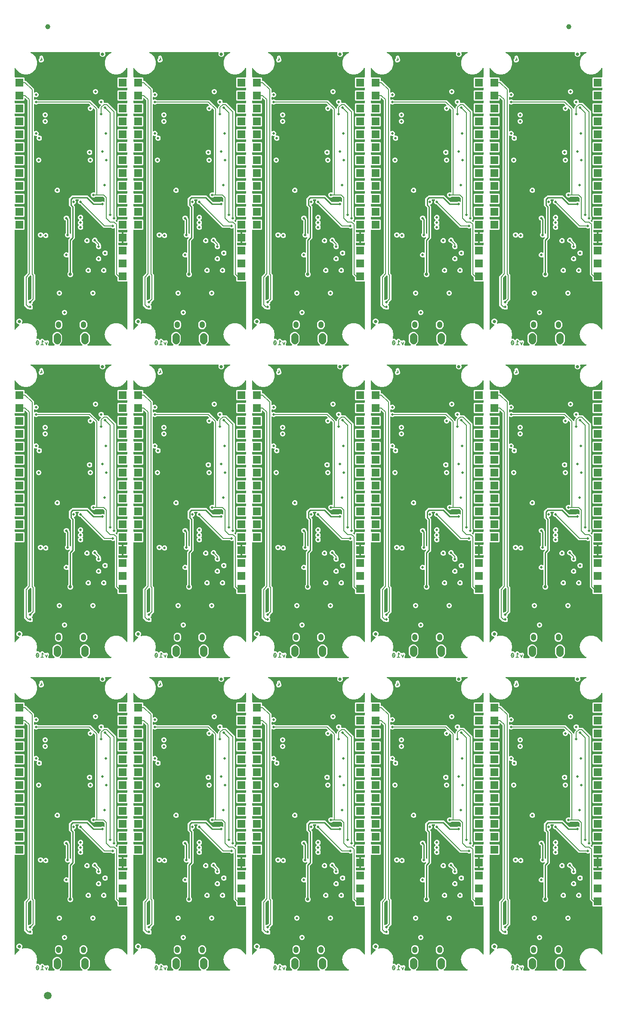
<source format=gbl>
G04 EAGLE Gerber RS-274X export*
G75*
%MOMM*%
%FSLAX34Y34*%
%LPD*%
%INBottom Copper*%
%IPPOS*%
%AMOC8*
5,1,8,0,0,1.08239X$1,22.5*%
G01*
%ADD10C,0.203200*%
%ADD11R,1.524000X1.524000*%
%ADD12C,0.635000*%
%ADD13C,1.400000*%
%ADD14C,1.000000*%
%ADD15C,1.000000*%
%ADD16C,1.500000*%
%ADD17C,0.508000*%
%ADD18C,0.254000*%

G36*
X548874Y1232929D02*
X548874Y1232929D01*
X548960Y1232931D01*
X549014Y1232949D01*
X549070Y1232957D01*
X549148Y1232992D01*
X549230Y1233018D01*
X549278Y1233050D01*
X549330Y1233073D01*
X549395Y1233128D01*
X549467Y1233176D01*
X549503Y1233220D01*
X549547Y1233256D01*
X549594Y1233328D01*
X549649Y1233394D01*
X549673Y1233446D01*
X549704Y1233493D01*
X549730Y1233575D01*
X549765Y1233654D01*
X549773Y1233710D01*
X549790Y1233764D01*
X549792Y1233850D01*
X549804Y1233935D01*
X549796Y1233992D01*
X549797Y1234048D01*
X549775Y1234132D01*
X549763Y1234217D01*
X549740Y1234268D01*
X549725Y1234323D01*
X549682Y1234397D01*
X549646Y1234476D01*
X549609Y1234519D01*
X549580Y1234568D01*
X549517Y1234627D01*
X549462Y1234692D01*
X549420Y1234718D01*
X549373Y1234762D01*
X549244Y1234828D01*
X549177Y1234870D01*
X549151Y1234881D01*
X546468Y1237564D01*
X545015Y1241071D01*
X545015Y1251867D01*
X546468Y1255373D01*
X549151Y1258057D01*
X552658Y1259510D01*
X556454Y1259510D01*
X559960Y1258057D01*
X562644Y1255373D01*
X564097Y1251867D01*
X564097Y1241071D01*
X562644Y1237564D01*
X559960Y1234881D01*
X559935Y1234870D01*
X559861Y1234826D01*
X559782Y1234791D01*
X559739Y1234754D01*
X559690Y1234726D01*
X559631Y1234663D01*
X559565Y1234607D01*
X559534Y1234560D01*
X559495Y1234519D01*
X559455Y1234442D01*
X559408Y1234371D01*
X559390Y1234317D01*
X559364Y1234266D01*
X559348Y1234182D01*
X559322Y1234100D01*
X559320Y1234043D01*
X559309Y1233987D01*
X559317Y1233902D01*
X559314Y1233816D01*
X559329Y1233761D01*
X559334Y1233704D01*
X559365Y1233624D01*
X559386Y1233541D01*
X559415Y1233492D01*
X559436Y1233439D01*
X559488Y1233370D01*
X559532Y1233296D01*
X559573Y1233257D01*
X559607Y1233212D01*
X559676Y1233161D01*
X559739Y1233102D01*
X559790Y1233076D01*
X559835Y1233042D01*
X559915Y1233011D01*
X559992Y1232972D01*
X560041Y1232964D01*
X560101Y1232941D01*
X560246Y1232930D01*
X560323Y1232917D01*
X603389Y1232917D01*
X603474Y1232929D01*
X603560Y1232931D01*
X603614Y1232949D01*
X603670Y1232957D01*
X603748Y1232992D01*
X603830Y1233018D01*
X603878Y1233050D01*
X603930Y1233073D01*
X603995Y1233128D01*
X604067Y1233176D01*
X604103Y1233220D01*
X604147Y1233256D01*
X604194Y1233328D01*
X604249Y1233394D01*
X604273Y1233446D01*
X604304Y1233493D01*
X604330Y1233575D01*
X604365Y1233654D01*
X604373Y1233710D01*
X604390Y1233764D01*
X604392Y1233850D01*
X604404Y1233935D01*
X604396Y1233992D01*
X604397Y1234048D01*
X604375Y1234132D01*
X604363Y1234217D01*
X604340Y1234268D01*
X604325Y1234323D01*
X604282Y1234397D01*
X604246Y1234476D01*
X604209Y1234519D01*
X604180Y1234568D01*
X604117Y1234627D01*
X604062Y1234692D01*
X604020Y1234718D01*
X603973Y1234762D01*
X603844Y1234828D01*
X603777Y1234870D01*
X603751Y1234881D01*
X601068Y1237564D01*
X599615Y1241071D01*
X599615Y1251867D01*
X601068Y1255373D01*
X603751Y1258057D01*
X607258Y1259510D01*
X611054Y1259510D01*
X614560Y1258057D01*
X617244Y1255373D01*
X618697Y1251867D01*
X618697Y1241071D01*
X617244Y1237564D01*
X614560Y1234881D01*
X614535Y1234870D01*
X614461Y1234826D01*
X614382Y1234791D01*
X614339Y1234754D01*
X614290Y1234726D01*
X614231Y1234663D01*
X614165Y1234607D01*
X614134Y1234560D01*
X614095Y1234519D01*
X614055Y1234442D01*
X614008Y1234371D01*
X613990Y1234317D01*
X613964Y1234266D01*
X613948Y1234182D01*
X613922Y1234100D01*
X613920Y1234043D01*
X613909Y1233987D01*
X613917Y1233902D01*
X613914Y1233816D01*
X613929Y1233761D01*
X613934Y1233704D01*
X613965Y1233624D01*
X613986Y1233541D01*
X614015Y1233492D01*
X614036Y1233439D01*
X614088Y1233370D01*
X614132Y1233296D01*
X614173Y1233257D01*
X614207Y1233212D01*
X614276Y1233161D01*
X614339Y1233102D01*
X614390Y1233076D01*
X614435Y1233042D01*
X614515Y1233011D01*
X614592Y1232972D01*
X614641Y1232964D01*
X614701Y1232941D01*
X614846Y1232930D01*
X614923Y1232917D01*
X660204Y1232917D01*
X660310Y1232932D01*
X660418Y1232940D01*
X660451Y1232952D01*
X660485Y1232957D01*
X660584Y1233001D01*
X660685Y1233038D01*
X660713Y1233059D01*
X660745Y1233073D01*
X660827Y1233142D01*
X660914Y1233206D01*
X660935Y1233234D01*
X660962Y1233256D01*
X661021Y1233346D01*
X661087Y1233432D01*
X661100Y1233464D01*
X661119Y1233493D01*
X661152Y1233596D01*
X661191Y1233696D01*
X661195Y1233731D01*
X661205Y1233764D01*
X661208Y1233872D01*
X661218Y1233979D01*
X661211Y1234014D01*
X661212Y1234048D01*
X661185Y1234153D01*
X661165Y1234259D01*
X661149Y1234290D01*
X661141Y1234323D01*
X661085Y1234416D01*
X661037Y1234512D01*
X661013Y1234538D01*
X660995Y1234568D01*
X660917Y1234642D01*
X660843Y1234721D01*
X660816Y1234736D01*
X660788Y1234762D01*
X660597Y1234860D01*
X660551Y1234886D01*
X659340Y1235327D01*
X653370Y1240336D01*
X649474Y1247085D01*
X648120Y1254760D01*
X649474Y1262435D01*
X653370Y1269184D01*
X659340Y1274193D01*
X666663Y1276859D01*
X674457Y1276859D01*
X681780Y1274193D01*
X687750Y1269184D01*
X690509Y1264405D01*
X690521Y1264390D01*
X690529Y1264372D01*
X690608Y1264278D01*
X690684Y1264181D01*
X690700Y1264170D01*
X690713Y1264155D01*
X690815Y1264087D01*
X690914Y1264015D01*
X690933Y1264008D01*
X690949Y1263997D01*
X691066Y1263960D01*
X691182Y1263919D01*
X691202Y1263917D01*
X691220Y1263911D01*
X691343Y1263908D01*
X691466Y1263900D01*
X691485Y1263905D01*
X691504Y1263904D01*
X691623Y1263935D01*
X691743Y1263962D01*
X691761Y1263971D01*
X691779Y1263976D01*
X691885Y1264039D01*
X691993Y1264098D01*
X692007Y1264111D01*
X692024Y1264121D01*
X692108Y1264211D01*
X692195Y1264297D01*
X692205Y1264314D01*
X692218Y1264329D01*
X692274Y1264438D01*
X692334Y1264545D01*
X692339Y1264564D01*
X692348Y1264582D01*
X692360Y1264654D01*
X692399Y1264822D01*
X692397Y1264873D01*
X692403Y1264913D01*
X692403Y1357884D01*
X692395Y1357942D01*
X692397Y1358000D01*
X692375Y1358082D01*
X692363Y1358166D01*
X692340Y1358219D01*
X692325Y1358275D01*
X692282Y1358348D01*
X692247Y1358425D01*
X692209Y1358470D01*
X692180Y1358520D01*
X692118Y1358578D01*
X692064Y1358642D01*
X692015Y1358674D01*
X691972Y1358714D01*
X691897Y1358753D01*
X691827Y1358800D01*
X691771Y1358817D01*
X691719Y1358844D01*
X691651Y1358855D01*
X691556Y1358885D01*
X691456Y1358888D01*
X691388Y1358899D01*
X674588Y1358899D01*
X673099Y1360388D01*
X673099Y1366150D01*
X673087Y1366237D01*
X673084Y1366324D01*
X673067Y1366377D01*
X673059Y1366432D01*
X673024Y1366512D01*
X672997Y1366595D01*
X672969Y1366634D01*
X672943Y1366691D01*
X672847Y1366804D01*
X672802Y1366868D01*
X668273Y1371397D01*
X668273Y1387473D01*
X668261Y1387559D01*
X668258Y1387647D01*
X668241Y1387699D01*
X668233Y1387754D01*
X668198Y1387834D01*
X668171Y1387917D01*
X668143Y1387956D01*
X668117Y1388013D01*
X668021Y1388127D01*
X668019Y1388130D01*
X668019Y1462679D01*
X668003Y1462793D01*
X667993Y1462907D01*
X667983Y1462933D01*
X667979Y1462961D01*
X667932Y1463065D01*
X667891Y1463173D01*
X667875Y1463195D01*
X667863Y1463220D01*
X667789Y1463308D01*
X667720Y1463399D01*
X667697Y1463416D01*
X667680Y1463437D01*
X667584Y1463501D01*
X667492Y1463569D01*
X667466Y1463579D01*
X667443Y1463595D01*
X667333Y1463629D01*
X667226Y1463670D01*
X667198Y1463672D01*
X667172Y1463680D01*
X667057Y1463683D01*
X666943Y1463692D01*
X666918Y1463687D01*
X666888Y1463688D01*
X666631Y1463621D01*
X666615Y1463617D01*
X665221Y1463039D01*
X663199Y1463039D01*
X661332Y1463813D01*
X660879Y1464266D01*
X660809Y1464318D01*
X660745Y1464378D01*
X660696Y1464404D01*
X660652Y1464437D01*
X660570Y1464468D01*
X660492Y1464508D01*
X660444Y1464516D01*
X660386Y1464538D01*
X660238Y1464550D01*
X660161Y1464563D01*
X646227Y1464563D01*
X601058Y1509732D01*
X600988Y1509784D01*
X600924Y1509844D01*
X600875Y1509870D01*
X600831Y1509903D01*
X600749Y1509934D01*
X600671Y1509974D01*
X600624Y1509982D01*
X600565Y1510004D01*
X600418Y1510016D01*
X600340Y1510029D01*
X599699Y1510029D01*
X597832Y1510803D01*
X596403Y1512232D01*
X595629Y1514099D01*
X595629Y1516121D01*
X596403Y1517988D01*
X596871Y1518456D01*
X596889Y1518480D01*
X596911Y1518499D01*
X596974Y1518593D01*
X597042Y1518683D01*
X597052Y1518711D01*
X597069Y1518735D01*
X597103Y1518843D01*
X597143Y1518949D01*
X597145Y1518978D01*
X597154Y1519006D01*
X597157Y1519120D01*
X597167Y1519232D01*
X597161Y1519261D01*
X597162Y1519290D01*
X597133Y1519400D01*
X597111Y1519511D01*
X597097Y1519537D01*
X597090Y1519565D01*
X597032Y1519663D01*
X596980Y1519763D01*
X596959Y1519785D01*
X596945Y1519810D01*
X596862Y1519887D01*
X596784Y1519969D01*
X596759Y1519984D01*
X596737Y1520004D01*
X596636Y1520056D01*
X596539Y1520113D01*
X596510Y1520120D01*
X596484Y1520134D01*
X596407Y1520147D01*
X596263Y1520183D01*
X596201Y1520181D01*
X596153Y1520189D01*
X591297Y1520189D01*
X591268Y1520185D01*
X591239Y1520188D01*
X591128Y1520165D01*
X591015Y1520149D01*
X590989Y1520137D01*
X590960Y1520132D01*
X590859Y1520079D01*
X590756Y1520033D01*
X590734Y1520014D01*
X590708Y1520001D01*
X590625Y1519923D01*
X590539Y1519850D01*
X590523Y1519825D01*
X590502Y1519805D01*
X590444Y1519707D01*
X590381Y1519613D01*
X590373Y1519585D01*
X590358Y1519560D01*
X590330Y1519450D01*
X590296Y1519342D01*
X590295Y1519312D01*
X590288Y1519284D01*
X590291Y1519171D01*
X590288Y1519058D01*
X590296Y1519029D01*
X590297Y1519000D01*
X590332Y1518892D01*
X590360Y1518783D01*
X590375Y1518757D01*
X590384Y1518729D01*
X590430Y1518665D01*
X590505Y1518538D01*
X590551Y1518495D01*
X590579Y1518456D01*
X591047Y1517988D01*
X591821Y1516121D01*
X591821Y1514099D01*
X591047Y1512232D01*
X589618Y1510803D01*
X588069Y1510161D01*
X587970Y1510103D01*
X587868Y1510050D01*
X587848Y1510031D01*
X587824Y1510017D01*
X587745Y1509933D01*
X587662Y1509854D01*
X587648Y1509830D01*
X587629Y1509810D01*
X587576Y1509708D01*
X587518Y1509609D01*
X587512Y1509582D01*
X587499Y1509557D01*
X587476Y1509444D01*
X587448Y1509333D01*
X587449Y1509306D01*
X587444Y1509278D01*
X587454Y1509164D01*
X587457Y1509049D01*
X587466Y1509023D01*
X587468Y1508995D01*
X587509Y1508888D01*
X587545Y1508779D01*
X587559Y1508758D01*
X587570Y1508730D01*
X587731Y1508518D01*
X587740Y1508505D01*
X589281Y1506964D01*
X589281Y1443682D01*
X584498Y1438899D01*
X584446Y1438829D01*
X584386Y1438765D01*
X584360Y1438716D01*
X584327Y1438672D01*
X584296Y1438590D01*
X584256Y1438512D01*
X584248Y1438465D01*
X584226Y1438406D01*
X584214Y1438258D01*
X584201Y1438181D01*
X584201Y1377563D01*
X584213Y1377476D01*
X584216Y1377389D01*
X584233Y1377336D01*
X584241Y1377282D01*
X584276Y1377202D01*
X584303Y1377119D01*
X584331Y1377079D01*
X584357Y1377022D01*
X584453Y1376909D01*
X584498Y1376845D01*
X585236Y1376108D01*
X586106Y1374007D01*
X586106Y1371733D01*
X585236Y1369632D01*
X583628Y1368024D01*
X581527Y1367154D01*
X579253Y1367154D01*
X577152Y1368024D01*
X575544Y1369632D01*
X574674Y1371733D01*
X574674Y1374007D01*
X575544Y1376108D01*
X576282Y1376845D01*
X576334Y1376915D01*
X576394Y1376979D01*
X576420Y1377028D01*
X576453Y1377072D01*
X576484Y1377154D01*
X576524Y1377232D01*
X576532Y1377280D01*
X576554Y1377338D01*
X576566Y1377486D01*
X576579Y1377563D01*
X576579Y1405529D01*
X576572Y1405584D01*
X576573Y1405626D01*
X576561Y1405671D01*
X576553Y1405757D01*
X576543Y1405783D01*
X576539Y1405811D01*
X576503Y1405892D01*
X576501Y1405901D01*
X576494Y1405912D01*
X576492Y1405915D01*
X576451Y1406023D01*
X576435Y1406045D01*
X576423Y1406070D01*
X576349Y1406158D01*
X576280Y1406249D01*
X576257Y1406266D01*
X576240Y1406287D01*
X576144Y1406351D01*
X576052Y1406419D01*
X576026Y1406429D01*
X576003Y1406445D01*
X575893Y1406479D01*
X575786Y1406520D01*
X575758Y1406522D01*
X575732Y1406530D01*
X575617Y1406533D01*
X575503Y1406542D01*
X575478Y1406537D01*
X575448Y1406538D01*
X575257Y1406488D01*
X575235Y1406485D01*
X575220Y1406478D01*
X575191Y1406471D01*
X575175Y1406467D01*
X573781Y1405889D01*
X571759Y1405889D01*
X569892Y1406663D01*
X568463Y1408092D01*
X567689Y1409959D01*
X567689Y1411981D01*
X568463Y1413848D01*
X569892Y1415277D01*
X571759Y1416051D01*
X573781Y1416051D01*
X575175Y1415473D01*
X575287Y1415444D01*
X575396Y1415410D01*
X575424Y1415409D01*
X575451Y1415402D01*
X575565Y1415405D01*
X575680Y1415402D01*
X575707Y1415409D01*
X575735Y1415410D01*
X575844Y1415445D01*
X575955Y1415474D01*
X575979Y1415488D01*
X576006Y1415497D01*
X576101Y1415561D01*
X576200Y1415619D01*
X576219Y1415640D01*
X576242Y1415655D01*
X576316Y1415743D01*
X576394Y1415827D01*
X576407Y1415851D01*
X576425Y1415873D01*
X576471Y1415977D01*
X576524Y1416080D01*
X576528Y1416104D01*
X576540Y1416132D01*
X576577Y1416396D01*
X576579Y1416411D01*
X576579Y1441758D01*
X579129Y1444309D01*
X579181Y1444377D01*
X579240Y1444440D01*
X579266Y1444490D01*
X579300Y1444536D01*
X579331Y1444616D01*
X579370Y1444692D01*
X579381Y1444748D01*
X579402Y1444801D01*
X579409Y1444887D01*
X579425Y1444971D01*
X579420Y1445028D01*
X579425Y1445085D01*
X579408Y1445169D01*
X579401Y1445255D01*
X579380Y1445308D01*
X579369Y1445363D01*
X579330Y1445440D01*
X579299Y1445520D01*
X579264Y1445565D01*
X579238Y1445616D01*
X579179Y1445678D01*
X579127Y1445747D01*
X579082Y1445781D01*
X579042Y1445822D01*
X578968Y1445865D01*
X578899Y1445917D01*
X578846Y1445937D01*
X578797Y1445966D01*
X578714Y1445987D01*
X578633Y1446017D01*
X578577Y1446022D01*
X578522Y1446036D01*
X578436Y1446033D01*
X578350Y1446040D01*
X578302Y1446029D01*
X578237Y1446027D01*
X578100Y1445982D01*
X578023Y1445964D01*
X576321Y1445259D01*
X574299Y1445259D01*
X572432Y1446033D01*
X571003Y1447462D01*
X570229Y1449329D01*
X570229Y1451351D01*
X571003Y1453218D01*
X571202Y1453417D01*
X571254Y1453487D01*
X571314Y1453551D01*
X571340Y1453600D01*
X571373Y1453644D01*
X571404Y1453726D01*
X571444Y1453804D01*
X571452Y1453852D01*
X571474Y1453910D01*
X571486Y1454058D01*
X571499Y1454135D01*
X571499Y1477709D01*
X571499Y1477710D01*
X571499Y1477712D01*
X571479Y1477852D01*
X571459Y1477990D01*
X571459Y1477992D01*
X571459Y1477993D01*
X571402Y1478119D01*
X571343Y1478250D01*
X571342Y1478251D01*
X571341Y1478252D01*
X571250Y1478359D01*
X571160Y1478467D01*
X571158Y1478467D01*
X571157Y1478469D01*
X571144Y1478477D01*
X570923Y1478624D01*
X570894Y1478633D01*
X570873Y1478647D01*
X569892Y1479053D01*
X568463Y1480482D01*
X567689Y1482349D01*
X567689Y1484371D01*
X568463Y1486238D01*
X569892Y1487667D01*
X571759Y1488441D01*
X573781Y1488441D01*
X575648Y1487667D01*
X577077Y1486238D01*
X577851Y1484371D01*
X577851Y1484089D01*
X577863Y1484002D01*
X577866Y1483915D01*
X577883Y1483862D01*
X577891Y1483807D01*
X577926Y1483728D01*
X577953Y1483644D01*
X577981Y1483605D01*
X578007Y1483548D01*
X578103Y1483435D01*
X578148Y1483371D01*
X579121Y1482398D01*
X579121Y1454135D01*
X579133Y1454048D01*
X579136Y1453961D01*
X579153Y1453908D01*
X579161Y1453854D01*
X579196Y1453774D01*
X579223Y1453691D01*
X579251Y1453651D01*
X579277Y1453594D01*
X579373Y1453481D01*
X579418Y1453417D01*
X579617Y1453218D01*
X579706Y1453004D01*
X579750Y1452929D01*
X579785Y1452851D01*
X579822Y1452808D01*
X579850Y1452759D01*
X579913Y1452700D01*
X579969Y1452634D01*
X580016Y1452603D01*
X580057Y1452564D01*
X580134Y1452524D01*
X580205Y1452477D01*
X580259Y1452459D01*
X580310Y1452433D01*
X580394Y1452417D01*
X580476Y1452391D01*
X580533Y1452389D01*
X580589Y1452378D01*
X580674Y1452386D01*
X580760Y1452383D01*
X580815Y1452398D01*
X580872Y1452403D01*
X580952Y1452434D01*
X581035Y1452455D01*
X581084Y1452484D01*
X581137Y1452505D01*
X581206Y1452557D01*
X581280Y1452601D01*
X581319Y1452642D01*
X581364Y1452676D01*
X581415Y1452745D01*
X581474Y1452808D01*
X581500Y1452858D01*
X581534Y1452904D01*
X581565Y1452984D01*
X581604Y1453061D01*
X581612Y1453110D01*
X581635Y1453170D01*
X581646Y1453315D01*
X581659Y1453392D01*
X581659Y1503387D01*
X581647Y1503473D01*
X581644Y1503561D01*
X581627Y1503613D01*
X581619Y1503668D01*
X581584Y1503748D01*
X581557Y1503831D01*
X581529Y1503871D01*
X581503Y1503928D01*
X581407Y1504041D01*
X581362Y1504105D01*
X577849Y1507617D01*
X577849Y1521768D01*
X583892Y1527811D01*
X614553Y1527811D01*
X626955Y1515408D01*
X627025Y1515356D01*
X627089Y1515296D01*
X627138Y1515270D01*
X627182Y1515237D01*
X627264Y1515206D01*
X627342Y1515166D01*
X627390Y1515158D01*
X627448Y1515136D01*
X627596Y1515124D01*
X627673Y1515111D01*
X640095Y1515111D01*
X640182Y1515123D01*
X640269Y1515126D01*
X640322Y1515143D01*
X640376Y1515151D01*
X640456Y1515186D01*
X640539Y1515213D01*
X640579Y1515241D01*
X640636Y1515267D01*
X640749Y1515363D01*
X640813Y1515408D01*
X641012Y1515607D01*
X642879Y1516381D01*
X644901Y1516381D01*
X646549Y1515698D01*
X646661Y1515669D01*
X646770Y1515634D01*
X646798Y1515634D01*
X646825Y1515627D01*
X646939Y1515630D01*
X647054Y1515627D01*
X647081Y1515634D01*
X647109Y1515635D01*
X647218Y1515670D01*
X647329Y1515699D01*
X647353Y1515713D01*
X647380Y1515722D01*
X647475Y1515786D01*
X647574Y1515844D01*
X647593Y1515864D01*
X647616Y1515880D01*
X647690Y1515968D01*
X647768Y1516052D01*
X647781Y1516076D01*
X647799Y1516097D01*
X647845Y1516202D01*
X647898Y1516305D01*
X647902Y1516329D01*
X647914Y1516357D01*
X647951Y1516621D01*
X647953Y1516636D01*
X647953Y1522106D01*
X647941Y1522193D01*
X647938Y1522280D01*
X647921Y1522333D01*
X647913Y1522388D01*
X647878Y1522468D01*
X647851Y1522551D01*
X647823Y1522590D01*
X647797Y1522647D01*
X647701Y1522760D01*
X647656Y1522824D01*
X645254Y1525226D01*
X645184Y1525278D01*
X645120Y1525338D01*
X645071Y1525364D01*
X645027Y1525397D01*
X644945Y1525428D01*
X644867Y1525468D01*
X644820Y1525476D01*
X644761Y1525498D01*
X644614Y1525510D01*
X644536Y1525523D01*
X630159Y1525523D01*
X630072Y1525511D01*
X629985Y1525508D01*
X629932Y1525491D01*
X629878Y1525483D01*
X629798Y1525448D01*
X629715Y1525421D01*
X629675Y1525393D01*
X629618Y1525367D01*
X629505Y1525271D01*
X629441Y1525226D01*
X628988Y1524773D01*
X627121Y1523999D01*
X625099Y1523999D01*
X623232Y1524773D01*
X621803Y1526202D01*
X621029Y1528069D01*
X621029Y1530091D01*
X621803Y1531958D01*
X623232Y1533387D01*
X625099Y1534161D01*
X627121Y1534161D01*
X627499Y1534004D01*
X627610Y1533975D01*
X627720Y1533940D01*
X627748Y1533940D01*
X627775Y1533933D01*
X627889Y1533936D01*
X628004Y1533933D01*
X628031Y1533940D01*
X628059Y1533941D01*
X628168Y1533976D01*
X628279Y1534005D01*
X628303Y1534019D01*
X628330Y1534028D01*
X628425Y1534092D01*
X628524Y1534150D01*
X628543Y1534170D01*
X628566Y1534186D01*
X628640Y1534274D01*
X628718Y1534358D01*
X628731Y1534382D01*
X628749Y1534403D01*
X628796Y1534509D01*
X628848Y1534611D01*
X628852Y1534635D01*
X628864Y1534663D01*
X628901Y1534927D01*
X628903Y1534942D01*
X628903Y1696096D01*
X628891Y1696183D01*
X628888Y1696270D01*
X628871Y1696323D01*
X628863Y1696378D01*
X628828Y1696458D01*
X628801Y1696541D01*
X628773Y1696580D01*
X628747Y1696637D01*
X628651Y1696750D01*
X628606Y1696814D01*
X626574Y1698846D01*
X626550Y1698864D01*
X626531Y1698886D01*
X626437Y1698949D01*
X626347Y1699017D01*
X626319Y1699027D01*
X626295Y1699044D01*
X626187Y1699078D01*
X626081Y1699118D01*
X626052Y1699121D01*
X626024Y1699130D01*
X625910Y1699132D01*
X625798Y1699142D01*
X625769Y1699136D01*
X625740Y1699137D01*
X625630Y1699108D01*
X625519Y1699086D01*
X625493Y1699072D01*
X625465Y1699065D01*
X625367Y1699007D01*
X625267Y1698955D01*
X625245Y1698935D01*
X625220Y1698920D01*
X625143Y1698837D01*
X625061Y1698759D01*
X625046Y1698734D01*
X625026Y1698712D01*
X624974Y1698612D01*
X624917Y1698514D01*
X624910Y1698485D01*
X624896Y1698459D01*
X624883Y1698382D01*
X624864Y1698304D01*
X624067Y1696382D01*
X622638Y1694953D01*
X620771Y1694179D01*
X618749Y1694179D01*
X616882Y1694953D01*
X615453Y1696382D01*
X614679Y1698249D01*
X614679Y1700271D01*
X615453Y1702138D01*
X616882Y1703567D01*
X618812Y1704367D01*
X618910Y1704381D01*
X618936Y1704393D01*
X618965Y1704398D01*
X619066Y1704451D01*
X619169Y1704497D01*
X619192Y1704516D01*
X619218Y1704529D01*
X619300Y1704607D01*
X619386Y1704680D01*
X619402Y1704705D01*
X619424Y1704725D01*
X619481Y1704823D01*
X619544Y1704917D01*
X619553Y1704945D01*
X619567Y1704970D01*
X619595Y1705080D01*
X619630Y1705188D01*
X619630Y1705218D01*
X619638Y1705246D01*
X619634Y1705359D01*
X619637Y1705472D01*
X619629Y1705501D01*
X619628Y1705530D01*
X619594Y1705638D01*
X619565Y1705747D01*
X619550Y1705773D01*
X619541Y1705801D01*
X619496Y1705864D01*
X619420Y1705992D01*
X619374Y1706035D01*
X619346Y1706074D01*
X617314Y1708106D01*
X617244Y1708158D01*
X617180Y1708218D01*
X617131Y1708244D01*
X617087Y1708277D01*
X617005Y1708308D01*
X616927Y1708348D01*
X616880Y1708356D01*
X616821Y1708378D01*
X616674Y1708390D01*
X616596Y1708403D01*
X517129Y1708403D01*
X517042Y1708391D01*
X516955Y1708388D01*
X516902Y1708371D01*
X516848Y1708363D01*
X516768Y1708328D01*
X516685Y1708301D01*
X516645Y1708273D01*
X516588Y1708247D01*
X516475Y1708151D01*
X516411Y1708106D01*
X515958Y1707653D01*
X514091Y1706879D01*
X512069Y1706879D01*
X510421Y1707562D01*
X510309Y1707591D01*
X510200Y1707626D01*
X510172Y1707626D01*
X510145Y1707633D01*
X510031Y1707630D01*
X509916Y1707633D01*
X509889Y1707626D01*
X509861Y1707625D01*
X509752Y1707590D01*
X509641Y1707561D01*
X509617Y1707547D01*
X509590Y1707538D01*
X509495Y1707474D01*
X509396Y1707416D01*
X509377Y1707396D01*
X509354Y1707380D01*
X509280Y1707292D01*
X509202Y1707208D01*
X509189Y1707184D01*
X509171Y1707163D01*
X509125Y1707058D01*
X509072Y1706955D01*
X509068Y1706931D01*
X509056Y1706903D01*
X509019Y1706639D01*
X509017Y1706624D01*
X509017Y1655066D01*
X509033Y1654952D01*
X509043Y1654838D01*
X509053Y1654812D01*
X509057Y1654784D01*
X509104Y1654679D01*
X509145Y1654572D01*
X509161Y1654550D01*
X509173Y1654525D01*
X509247Y1654437D01*
X509316Y1654346D01*
X509339Y1654329D01*
X509356Y1654308D01*
X509452Y1654244D01*
X509544Y1654175D01*
X509570Y1654166D01*
X509593Y1654150D01*
X509703Y1654116D01*
X509810Y1654075D01*
X509838Y1654073D01*
X509864Y1654064D01*
X509979Y1654061D01*
X510093Y1654052D01*
X510118Y1654058D01*
X510148Y1654057D01*
X510405Y1654124D01*
X510421Y1654128D01*
X512069Y1654811D01*
X514091Y1654811D01*
X515958Y1654037D01*
X517387Y1652608D01*
X518161Y1650741D01*
X518161Y1648719D01*
X517583Y1647325D01*
X517554Y1647213D01*
X517520Y1647104D01*
X517519Y1647076D01*
X517512Y1647049D01*
X517515Y1646935D01*
X517512Y1646820D01*
X517519Y1646793D01*
X517520Y1646765D01*
X517555Y1646656D01*
X517584Y1646545D01*
X517598Y1646521D01*
X517607Y1646494D01*
X517671Y1646399D01*
X517729Y1646300D01*
X517750Y1646281D01*
X517765Y1646258D01*
X517853Y1646184D01*
X517937Y1646106D01*
X517961Y1646093D01*
X517983Y1646075D01*
X518087Y1646029D01*
X518190Y1645976D01*
X518214Y1645972D01*
X518242Y1645960D01*
X518506Y1645923D01*
X518521Y1645921D01*
X520441Y1645921D01*
X522308Y1645147D01*
X523737Y1643718D01*
X524511Y1641851D01*
X524511Y1639829D01*
X523737Y1637962D01*
X522308Y1636533D01*
X520441Y1635759D01*
X518419Y1635759D01*
X516552Y1636533D01*
X515123Y1637962D01*
X514349Y1639829D01*
X514349Y1641851D01*
X514927Y1643245D01*
X514956Y1643357D01*
X514990Y1643466D01*
X514991Y1643494D01*
X514998Y1643521D01*
X514995Y1643635D01*
X514998Y1643750D01*
X514991Y1643777D01*
X514990Y1643805D01*
X514955Y1643914D01*
X514926Y1644025D01*
X514912Y1644049D01*
X514903Y1644076D01*
X514839Y1644171D01*
X514781Y1644270D01*
X514760Y1644289D01*
X514745Y1644312D01*
X514657Y1644386D01*
X514573Y1644464D01*
X514549Y1644477D01*
X514527Y1644495D01*
X514423Y1644541D01*
X514320Y1644594D01*
X514296Y1644598D01*
X514268Y1644610D01*
X514004Y1644647D01*
X513989Y1644649D01*
X512069Y1644649D01*
X510421Y1645332D01*
X510309Y1645361D01*
X510200Y1645396D01*
X510172Y1645396D01*
X510145Y1645403D01*
X510031Y1645400D01*
X509916Y1645403D01*
X509889Y1645396D01*
X509861Y1645395D01*
X509752Y1645360D01*
X509641Y1645331D01*
X509617Y1645317D01*
X509590Y1645308D01*
X509495Y1645244D01*
X509396Y1645186D01*
X509377Y1645166D01*
X509354Y1645150D01*
X509280Y1645062D01*
X509202Y1644978D01*
X509189Y1644954D01*
X509171Y1644933D01*
X509125Y1644828D01*
X509072Y1644725D01*
X509068Y1644701D01*
X509056Y1644673D01*
X509019Y1644409D01*
X509017Y1644394D01*
X509017Y1375018D01*
X509024Y1374965D01*
X509023Y1374935D01*
X509030Y1374912D01*
X509032Y1374844D01*
X509049Y1374791D01*
X509057Y1374736D01*
X509092Y1374656D01*
X509119Y1374573D01*
X509147Y1374534D01*
X509173Y1374477D01*
X509269Y1374364D01*
X509314Y1374300D01*
X511049Y1372565D01*
X511049Y1322709D01*
X508668Y1320328D01*
X507028Y1318688D01*
X506976Y1318618D01*
X506916Y1318554D01*
X506890Y1318505D01*
X506857Y1318461D01*
X506826Y1318379D01*
X506786Y1318301D01*
X506778Y1318254D01*
X506756Y1318195D01*
X506744Y1318048D01*
X506731Y1317970D01*
X506731Y1317329D01*
X505957Y1315462D01*
X504553Y1314058D01*
X504518Y1314011D01*
X504476Y1313971D01*
X504433Y1313898D01*
X504382Y1313831D01*
X504361Y1313776D01*
X504332Y1313726D01*
X504311Y1313644D01*
X504281Y1313565D01*
X504276Y1313507D01*
X504262Y1313450D01*
X504264Y1313366D01*
X504257Y1313282D01*
X504269Y1313224D01*
X504271Y1313166D01*
X504297Y1313086D01*
X504313Y1313003D01*
X504340Y1312951D01*
X504358Y1312895D01*
X504398Y1312839D01*
X504444Y1312751D01*
X504513Y1312678D01*
X504553Y1312622D01*
X505957Y1311218D01*
X506731Y1309351D01*
X506731Y1307329D01*
X505957Y1305462D01*
X504528Y1304033D01*
X502661Y1303259D01*
X500639Y1303259D01*
X498772Y1304033D01*
X498319Y1304486D01*
X498249Y1304538D01*
X498185Y1304598D01*
X498136Y1304624D01*
X498092Y1304657D01*
X498010Y1304688D01*
X497932Y1304728D01*
X497885Y1304736D01*
X497826Y1304758D01*
X497678Y1304770D01*
X497601Y1304783D01*
X496127Y1304783D01*
X493746Y1307164D01*
X492092Y1308818D01*
X489711Y1311199D01*
X489711Y1368755D01*
X495764Y1374808D01*
X495816Y1374878D01*
X495876Y1374942D01*
X495902Y1374991D01*
X495935Y1375035D01*
X495966Y1375117D01*
X496006Y1375195D01*
X496014Y1375242D01*
X496036Y1375301D01*
X496048Y1375448D01*
X496061Y1375526D01*
X496061Y1714638D01*
X496049Y1714725D01*
X496046Y1714812D01*
X496029Y1714865D01*
X496021Y1714920D01*
X495986Y1715000D01*
X495959Y1715083D01*
X495931Y1715122D01*
X495905Y1715179D01*
X495809Y1715292D01*
X495764Y1715356D01*
X491954Y1719166D01*
X491930Y1719184D01*
X491911Y1719206D01*
X491817Y1719269D01*
X491727Y1719337D01*
X491699Y1719347D01*
X491675Y1719364D01*
X491567Y1719398D01*
X491461Y1719438D01*
X491432Y1719441D01*
X491404Y1719450D01*
X491290Y1719452D01*
X491178Y1719462D01*
X491149Y1719456D01*
X491120Y1719457D01*
X491010Y1719428D01*
X490899Y1719406D01*
X490873Y1719392D01*
X490845Y1719385D01*
X490747Y1719327D01*
X490647Y1719275D01*
X490625Y1719255D01*
X490600Y1719240D01*
X490523Y1719157D01*
X490441Y1719079D01*
X490426Y1719054D01*
X490406Y1719032D01*
X490354Y1718932D01*
X490297Y1718834D01*
X490290Y1718805D01*
X490276Y1718779D01*
X490263Y1718702D01*
X490227Y1718558D01*
X490229Y1718496D01*
X490221Y1718448D01*
X490221Y1715988D01*
X488732Y1714499D01*
X471932Y1714499D01*
X471874Y1714491D01*
X471816Y1714493D01*
X471734Y1714471D01*
X471650Y1714459D01*
X471597Y1714436D01*
X471541Y1714421D01*
X471468Y1714378D01*
X471391Y1714343D01*
X471346Y1714305D01*
X471296Y1714276D01*
X471238Y1714214D01*
X471174Y1714160D01*
X471142Y1714111D01*
X471102Y1714068D01*
X471063Y1713993D01*
X471016Y1713923D01*
X470999Y1713867D01*
X470972Y1713815D01*
X470961Y1713747D01*
X470931Y1713652D01*
X470928Y1713552D01*
X470917Y1713484D01*
X470917Y1710436D01*
X470925Y1710378D01*
X470923Y1710320D01*
X470945Y1710238D01*
X470957Y1710154D01*
X470980Y1710101D01*
X470995Y1710045D01*
X471038Y1709972D01*
X471073Y1709895D01*
X471111Y1709850D01*
X471140Y1709800D01*
X471202Y1709742D01*
X471256Y1709678D01*
X471305Y1709646D01*
X471348Y1709606D01*
X471423Y1709567D01*
X471493Y1709520D01*
X471549Y1709503D01*
X471601Y1709476D01*
X471669Y1709465D01*
X471764Y1709435D01*
X471864Y1709432D01*
X471932Y1709421D01*
X488732Y1709421D01*
X490221Y1707932D01*
X490221Y1690588D01*
X488732Y1689099D01*
X471932Y1689099D01*
X471874Y1689091D01*
X471816Y1689093D01*
X471734Y1689071D01*
X471650Y1689059D01*
X471597Y1689036D01*
X471541Y1689021D01*
X471468Y1688978D01*
X471391Y1688943D01*
X471346Y1688905D01*
X471296Y1688876D01*
X471238Y1688814D01*
X471174Y1688760D01*
X471142Y1688711D01*
X471102Y1688668D01*
X471063Y1688593D01*
X471016Y1688523D01*
X470999Y1688467D01*
X470972Y1688415D01*
X470961Y1688347D01*
X470931Y1688252D01*
X470928Y1688152D01*
X470917Y1688084D01*
X470917Y1685036D01*
X470925Y1684978D01*
X470923Y1684920D01*
X470945Y1684838D01*
X470957Y1684754D01*
X470980Y1684701D01*
X470995Y1684645D01*
X471038Y1684572D01*
X471073Y1684495D01*
X471111Y1684450D01*
X471140Y1684400D01*
X471202Y1684342D01*
X471256Y1684278D01*
X471305Y1684246D01*
X471348Y1684206D01*
X471423Y1684167D01*
X471493Y1684120D01*
X471549Y1684103D01*
X471601Y1684076D01*
X471669Y1684065D01*
X471764Y1684035D01*
X471864Y1684032D01*
X471932Y1684021D01*
X488732Y1684021D01*
X490221Y1682532D01*
X490221Y1665188D01*
X488732Y1663699D01*
X471932Y1663699D01*
X471874Y1663691D01*
X471816Y1663693D01*
X471734Y1663671D01*
X471650Y1663659D01*
X471597Y1663636D01*
X471541Y1663621D01*
X471468Y1663578D01*
X471391Y1663543D01*
X471346Y1663505D01*
X471296Y1663476D01*
X471238Y1663414D01*
X471174Y1663360D01*
X471142Y1663311D01*
X471102Y1663268D01*
X471063Y1663193D01*
X471016Y1663123D01*
X470999Y1663067D01*
X470972Y1663015D01*
X470961Y1662947D01*
X470931Y1662852D01*
X470928Y1662752D01*
X470917Y1662684D01*
X470917Y1659636D01*
X470925Y1659578D01*
X470923Y1659520D01*
X470945Y1659438D01*
X470957Y1659354D01*
X470980Y1659301D01*
X470995Y1659245D01*
X471038Y1659172D01*
X471073Y1659095D01*
X471111Y1659050D01*
X471140Y1659000D01*
X471202Y1658942D01*
X471256Y1658878D01*
X471305Y1658846D01*
X471348Y1658806D01*
X471423Y1658767D01*
X471493Y1658720D01*
X471549Y1658703D01*
X471601Y1658676D01*
X471669Y1658665D01*
X471764Y1658635D01*
X471864Y1658632D01*
X471932Y1658621D01*
X488732Y1658621D01*
X490221Y1657132D01*
X490221Y1639788D01*
X488732Y1638299D01*
X471932Y1638299D01*
X471874Y1638291D01*
X471816Y1638293D01*
X471734Y1638271D01*
X471650Y1638259D01*
X471597Y1638236D01*
X471541Y1638221D01*
X471468Y1638178D01*
X471391Y1638143D01*
X471346Y1638105D01*
X471296Y1638076D01*
X471238Y1638014D01*
X471174Y1637960D01*
X471142Y1637911D01*
X471102Y1637868D01*
X471063Y1637793D01*
X471016Y1637723D01*
X470999Y1637667D01*
X470972Y1637615D01*
X470961Y1637547D01*
X470931Y1637452D01*
X470928Y1637352D01*
X470917Y1637284D01*
X470917Y1634236D01*
X470925Y1634178D01*
X470923Y1634120D01*
X470945Y1634038D01*
X470957Y1633954D01*
X470980Y1633901D01*
X470995Y1633845D01*
X471038Y1633772D01*
X471073Y1633695D01*
X471111Y1633650D01*
X471140Y1633600D01*
X471202Y1633542D01*
X471256Y1633478D01*
X471305Y1633446D01*
X471348Y1633406D01*
X471423Y1633367D01*
X471493Y1633320D01*
X471549Y1633303D01*
X471601Y1633276D01*
X471669Y1633265D01*
X471764Y1633235D01*
X471864Y1633232D01*
X471932Y1633221D01*
X488732Y1633221D01*
X490221Y1631732D01*
X490221Y1614388D01*
X488732Y1612899D01*
X471932Y1612899D01*
X471874Y1612891D01*
X471816Y1612893D01*
X471734Y1612871D01*
X471650Y1612859D01*
X471597Y1612836D01*
X471541Y1612821D01*
X471468Y1612778D01*
X471391Y1612743D01*
X471346Y1612705D01*
X471296Y1612676D01*
X471238Y1612614D01*
X471174Y1612560D01*
X471142Y1612511D01*
X471102Y1612468D01*
X471063Y1612393D01*
X471016Y1612323D01*
X470999Y1612267D01*
X470972Y1612215D01*
X470961Y1612147D01*
X470931Y1612052D01*
X470928Y1611952D01*
X470917Y1611884D01*
X470917Y1608836D01*
X470925Y1608778D01*
X470923Y1608720D01*
X470945Y1608638D01*
X470957Y1608554D01*
X470980Y1608501D01*
X470995Y1608445D01*
X471038Y1608372D01*
X471073Y1608295D01*
X471111Y1608250D01*
X471140Y1608200D01*
X471202Y1608142D01*
X471256Y1608078D01*
X471305Y1608046D01*
X471348Y1608006D01*
X471423Y1607967D01*
X471493Y1607920D01*
X471549Y1607903D01*
X471601Y1607876D01*
X471669Y1607865D01*
X471764Y1607835D01*
X471864Y1607832D01*
X471932Y1607821D01*
X488732Y1607821D01*
X490221Y1606332D01*
X490221Y1588988D01*
X488732Y1587499D01*
X471932Y1587499D01*
X471874Y1587491D01*
X471816Y1587493D01*
X471734Y1587471D01*
X471650Y1587459D01*
X471597Y1587436D01*
X471541Y1587421D01*
X471468Y1587378D01*
X471391Y1587343D01*
X471346Y1587305D01*
X471296Y1587276D01*
X471238Y1587214D01*
X471174Y1587160D01*
X471142Y1587111D01*
X471102Y1587068D01*
X471063Y1586993D01*
X471016Y1586923D01*
X470999Y1586867D01*
X470972Y1586815D01*
X470961Y1586747D01*
X470931Y1586652D01*
X470928Y1586552D01*
X470917Y1586484D01*
X470917Y1583436D01*
X470925Y1583378D01*
X470923Y1583320D01*
X470945Y1583238D01*
X470957Y1583154D01*
X470980Y1583101D01*
X470995Y1583045D01*
X471038Y1582972D01*
X471073Y1582895D01*
X471111Y1582850D01*
X471140Y1582800D01*
X471202Y1582742D01*
X471256Y1582678D01*
X471305Y1582646D01*
X471348Y1582606D01*
X471423Y1582567D01*
X471493Y1582520D01*
X471549Y1582503D01*
X471601Y1582476D01*
X471669Y1582465D01*
X471764Y1582435D01*
X471864Y1582432D01*
X471932Y1582421D01*
X488732Y1582421D01*
X490221Y1580932D01*
X490221Y1563588D01*
X488732Y1562099D01*
X471932Y1562099D01*
X471874Y1562091D01*
X471816Y1562093D01*
X471734Y1562071D01*
X471650Y1562059D01*
X471597Y1562036D01*
X471541Y1562021D01*
X471468Y1561978D01*
X471391Y1561943D01*
X471346Y1561905D01*
X471296Y1561876D01*
X471238Y1561814D01*
X471174Y1561760D01*
X471142Y1561711D01*
X471102Y1561668D01*
X471063Y1561593D01*
X471016Y1561523D01*
X470999Y1561467D01*
X470972Y1561415D01*
X470961Y1561347D01*
X470931Y1561252D01*
X470928Y1561152D01*
X470917Y1561084D01*
X470917Y1558036D01*
X470925Y1557978D01*
X470923Y1557920D01*
X470945Y1557838D01*
X470957Y1557754D01*
X470980Y1557701D01*
X470995Y1557645D01*
X471038Y1557572D01*
X471073Y1557495D01*
X471111Y1557450D01*
X471140Y1557400D01*
X471202Y1557342D01*
X471256Y1557278D01*
X471305Y1557246D01*
X471348Y1557206D01*
X471423Y1557167D01*
X471493Y1557120D01*
X471549Y1557103D01*
X471601Y1557076D01*
X471669Y1557065D01*
X471764Y1557035D01*
X471864Y1557032D01*
X471932Y1557021D01*
X488732Y1557021D01*
X490221Y1555532D01*
X490221Y1538188D01*
X488732Y1536699D01*
X471932Y1536699D01*
X471874Y1536691D01*
X471816Y1536693D01*
X471734Y1536671D01*
X471650Y1536659D01*
X471597Y1536636D01*
X471541Y1536621D01*
X471468Y1536578D01*
X471391Y1536543D01*
X471346Y1536505D01*
X471296Y1536476D01*
X471238Y1536414D01*
X471174Y1536360D01*
X471142Y1536311D01*
X471102Y1536268D01*
X471063Y1536193D01*
X471016Y1536123D01*
X470999Y1536067D01*
X470972Y1536015D01*
X470961Y1535947D01*
X470931Y1535852D01*
X470928Y1535752D01*
X470917Y1535684D01*
X470917Y1532636D01*
X470925Y1532578D01*
X470923Y1532520D01*
X470945Y1532438D01*
X470957Y1532354D01*
X470980Y1532301D01*
X470995Y1532245D01*
X471038Y1532172D01*
X471073Y1532095D01*
X471111Y1532050D01*
X471140Y1532000D01*
X471202Y1531942D01*
X471256Y1531878D01*
X471305Y1531846D01*
X471348Y1531806D01*
X471423Y1531767D01*
X471493Y1531720D01*
X471549Y1531703D01*
X471601Y1531676D01*
X471669Y1531665D01*
X471764Y1531635D01*
X471864Y1531632D01*
X471932Y1531621D01*
X488732Y1531621D01*
X490221Y1530132D01*
X490221Y1512788D01*
X488732Y1511299D01*
X471932Y1511299D01*
X471874Y1511291D01*
X471816Y1511293D01*
X471734Y1511271D01*
X471650Y1511259D01*
X471597Y1511236D01*
X471541Y1511221D01*
X471468Y1511178D01*
X471391Y1511143D01*
X471346Y1511105D01*
X471296Y1511076D01*
X471238Y1511014D01*
X471174Y1510960D01*
X471142Y1510911D01*
X471102Y1510868D01*
X471063Y1510793D01*
X471016Y1510723D01*
X470999Y1510667D01*
X470972Y1510615D01*
X470961Y1510547D01*
X470931Y1510452D01*
X470928Y1510352D01*
X470917Y1510284D01*
X470917Y1507236D01*
X470925Y1507178D01*
X470923Y1507120D01*
X470945Y1507038D01*
X470957Y1506954D01*
X470980Y1506901D01*
X470995Y1506845D01*
X471038Y1506772D01*
X471073Y1506695D01*
X471111Y1506650D01*
X471140Y1506600D01*
X471202Y1506542D01*
X471256Y1506478D01*
X471305Y1506446D01*
X471348Y1506406D01*
X471423Y1506367D01*
X471493Y1506320D01*
X471549Y1506303D01*
X471601Y1506276D01*
X471669Y1506265D01*
X471764Y1506235D01*
X471864Y1506232D01*
X471932Y1506221D01*
X488732Y1506221D01*
X490221Y1504732D01*
X490221Y1487388D01*
X488732Y1485899D01*
X471932Y1485899D01*
X471874Y1485891D01*
X471816Y1485893D01*
X471734Y1485871D01*
X471650Y1485859D01*
X471597Y1485836D01*
X471541Y1485821D01*
X471468Y1485778D01*
X471391Y1485743D01*
X471346Y1485705D01*
X471296Y1485676D01*
X471238Y1485614D01*
X471174Y1485560D01*
X471142Y1485511D01*
X471102Y1485468D01*
X471063Y1485393D01*
X471016Y1485323D01*
X470999Y1485267D01*
X470972Y1485215D01*
X470961Y1485147D01*
X470931Y1485052D01*
X470928Y1484952D01*
X470917Y1484884D01*
X470917Y1481836D01*
X470925Y1481778D01*
X470923Y1481720D01*
X470945Y1481638D01*
X470957Y1481554D01*
X470980Y1481501D01*
X470995Y1481445D01*
X471038Y1481372D01*
X471073Y1481295D01*
X471111Y1481250D01*
X471140Y1481200D01*
X471202Y1481142D01*
X471256Y1481078D01*
X471305Y1481046D01*
X471348Y1481006D01*
X471423Y1480967D01*
X471493Y1480920D01*
X471549Y1480903D01*
X471601Y1480876D01*
X471669Y1480865D01*
X471764Y1480835D01*
X471864Y1480832D01*
X471932Y1480821D01*
X488732Y1480821D01*
X490221Y1479332D01*
X490221Y1461988D01*
X488732Y1460499D01*
X471932Y1460499D01*
X471874Y1460491D01*
X471816Y1460493D01*
X471734Y1460471D01*
X471650Y1460459D01*
X471597Y1460436D01*
X471541Y1460421D01*
X471468Y1460378D01*
X471391Y1460343D01*
X471346Y1460305D01*
X471296Y1460276D01*
X471238Y1460214D01*
X471174Y1460160D01*
X471142Y1460111D01*
X471102Y1460068D01*
X471063Y1459993D01*
X471016Y1459923D01*
X470999Y1459867D01*
X470972Y1459815D01*
X470961Y1459747D01*
X470931Y1459652D01*
X470928Y1459552D01*
X470917Y1459484D01*
X470917Y1264913D01*
X470919Y1264893D01*
X470917Y1264874D01*
X470939Y1264753D01*
X470957Y1264631D01*
X470965Y1264613D01*
X470968Y1264594D01*
X471023Y1264484D01*
X471073Y1264372D01*
X471085Y1264357D01*
X471094Y1264339D01*
X471177Y1264249D01*
X471256Y1264155D01*
X471273Y1264144D01*
X471286Y1264130D01*
X471391Y1264065D01*
X471493Y1263997D01*
X471512Y1263991D01*
X471528Y1263981D01*
X471647Y1263949D01*
X471764Y1263911D01*
X471784Y1263911D01*
X471803Y1263906D01*
X471925Y1263907D01*
X472048Y1263904D01*
X472067Y1263909D01*
X472087Y1263909D01*
X472205Y1263945D01*
X472323Y1263976D01*
X472340Y1263986D01*
X472359Y1263992D01*
X472462Y1264059D01*
X472568Y1264121D01*
X472581Y1264136D01*
X472598Y1264146D01*
X472644Y1264203D01*
X472762Y1264329D01*
X472786Y1264374D01*
X472811Y1264405D01*
X475570Y1269184D01*
X479703Y1272651D01*
X479752Y1272706D01*
X479808Y1272754D01*
X479846Y1272811D01*
X479893Y1272863D01*
X479925Y1272929D01*
X479965Y1272990D01*
X479986Y1273056D01*
X480017Y1273119D01*
X480029Y1273191D01*
X480051Y1273261D01*
X480053Y1273330D01*
X480065Y1273399D01*
X480057Y1273472D01*
X480058Y1273545D01*
X480041Y1273612D01*
X480033Y1273681D01*
X480005Y1273749D01*
X479987Y1273820D01*
X479951Y1273880D01*
X479925Y1273944D01*
X479879Y1274002D01*
X479841Y1274065D01*
X479791Y1274112D01*
X479748Y1274166D01*
X479688Y1274209D01*
X479634Y1274259D01*
X479572Y1274291D01*
X479516Y1274331D01*
X479447Y1274355D01*
X479381Y1274389D01*
X479323Y1274399D01*
X479248Y1274425D01*
X479125Y1274432D01*
X479050Y1274444D01*
X478923Y1274444D01*
X476822Y1275314D01*
X475214Y1276922D01*
X474344Y1279023D01*
X474344Y1281297D01*
X475214Y1283398D01*
X476822Y1285006D01*
X478923Y1285876D01*
X481197Y1285876D01*
X483298Y1285006D01*
X484906Y1283398D01*
X485776Y1281297D01*
X485776Y1279023D01*
X485055Y1277283D01*
X485053Y1277276D01*
X485050Y1277270D01*
X485018Y1277138D01*
X484984Y1277008D01*
X484984Y1277001D01*
X484983Y1276994D01*
X484988Y1276858D01*
X484992Y1276723D01*
X484994Y1276717D01*
X484995Y1276710D01*
X485038Y1276581D01*
X485079Y1276453D01*
X485083Y1276447D01*
X485085Y1276440D01*
X485162Y1276328D01*
X485237Y1276217D01*
X485242Y1276212D01*
X485246Y1276206D01*
X485352Y1276120D01*
X485455Y1276034D01*
X485461Y1276031D01*
X485467Y1276026D01*
X485591Y1275973D01*
X485714Y1275918D01*
X485721Y1275917D01*
X485728Y1275914D01*
X485861Y1275898D01*
X485996Y1275879D01*
X486003Y1275880D01*
X486010Y1275879D01*
X486056Y1275888D01*
X486277Y1275920D01*
X486311Y1275935D01*
X486340Y1275940D01*
X488863Y1276859D01*
X496657Y1276859D01*
X503980Y1274193D01*
X509950Y1269184D01*
X513846Y1262435D01*
X515200Y1254760D01*
X513842Y1247062D01*
X513842Y1247058D01*
X513841Y1247054D01*
X513837Y1246915D01*
X513833Y1246778D01*
X513834Y1246774D01*
X513834Y1246770D01*
X513868Y1246636D01*
X513902Y1246502D01*
X513904Y1246499D01*
X513905Y1246495D01*
X513975Y1246377D01*
X514045Y1246257D01*
X514048Y1246254D01*
X514051Y1246250D01*
X514151Y1246156D01*
X514251Y1246061D01*
X514255Y1246059D01*
X514258Y1246056D01*
X514381Y1245992D01*
X514503Y1245929D01*
X514507Y1245928D01*
X514511Y1245926D01*
X514545Y1245921D01*
X514782Y1245873D01*
X514815Y1245875D01*
X514842Y1245871D01*
X517420Y1245871D01*
X519886Y1244109D01*
X519978Y1244061D01*
X519994Y1244048D01*
X520050Y1243992D01*
X520217Y1243872D01*
X520321Y1243818D01*
X520421Y1243759D01*
X520446Y1243753D01*
X520469Y1243741D01*
X520584Y1243718D01*
X520697Y1243689D01*
X520723Y1243690D01*
X520748Y1243685D01*
X520865Y1243695D01*
X520981Y1243698D01*
X521006Y1243706D01*
X521031Y1243708D01*
X521141Y1243750D01*
X521252Y1243786D01*
X521270Y1243799D01*
X521297Y1243809D01*
X521524Y1243980D01*
X521525Y1243981D01*
X522194Y1244650D01*
X522232Y1244701D01*
X522269Y1244734D01*
X523049Y1245708D01*
X523069Y1245715D01*
X523177Y1245742D01*
X523204Y1245759D01*
X523234Y1245768D01*
X523298Y1245814D01*
X523395Y1245871D01*
X524635Y1245871D01*
X524698Y1245880D01*
X524747Y1245877D01*
X525988Y1246015D01*
X526007Y1246005D01*
X526103Y1245948D01*
X526133Y1245941D01*
X526161Y1245926D01*
X526239Y1245913D01*
X526347Y1245885D01*
X527224Y1245008D01*
X527275Y1244970D01*
X527308Y1244933D01*
X529448Y1243221D01*
X529493Y1243195D01*
X529532Y1243161D01*
X529614Y1243123D01*
X529692Y1243077D01*
X529743Y1243063D01*
X529790Y1243042D01*
X529880Y1243028D01*
X529968Y1243005D01*
X530020Y1243007D01*
X530071Y1242999D01*
X530143Y1243010D01*
X530252Y1243013D01*
X530339Y1243041D01*
X530403Y1243051D01*
X531584Y1243445D01*
X532664Y1242905D01*
X532680Y1242900D01*
X532694Y1242891D01*
X532814Y1242855D01*
X532933Y1242815D01*
X532950Y1242814D01*
X532967Y1242809D01*
X533093Y1242808D01*
X533217Y1242803D01*
X533234Y1242807D01*
X533251Y1242807D01*
X533319Y1242828D01*
X533494Y1242870D01*
X533535Y1242894D01*
X533572Y1242905D01*
X534651Y1243445D01*
X537446Y1242513D01*
X538764Y1239878D01*
X536974Y1234507D01*
X536971Y1234492D01*
X536965Y1234478D01*
X536946Y1234353D01*
X536923Y1234227D01*
X536924Y1234212D01*
X536922Y1234197D01*
X536933Y1234129D01*
X536951Y1233945D01*
X536968Y1233901D01*
X536974Y1233865D01*
X537059Y1233611D01*
X537075Y1233577D01*
X537085Y1233541D01*
X537139Y1233451D01*
X537185Y1233357D01*
X537211Y1233329D01*
X537230Y1233296D01*
X537307Y1233224D01*
X537378Y1233147D01*
X537410Y1233128D01*
X537438Y1233102D01*
X537531Y1233054D01*
X537621Y1232999D01*
X537657Y1232989D01*
X537691Y1232972D01*
X537768Y1232959D01*
X537895Y1232925D01*
X537968Y1232926D01*
X538022Y1232917D01*
X548789Y1232917D01*
X548874Y1232929D01*
G37*
G36*
X548874Y3569D02*
X548874Y3569D01*
X548960Y3571D01*
X549014Y3589D01*
X549070Y3597D01*
X549148Y3632D01*
X549230Y3658D01*
X549278Y3690D01*
X549330Y3713D01*
X549395Y3768D01*
X549467Y3816D01*
X549503Y3860D01*
X549547Y3896D01*
X549594Y3968D01*
X549649Y4034D01*
X549673Y4086D01*
X549704Y4133D01*
X549730Y4215D01*
X549765Y4294D01*
X549773Y4350D01*
X549790Y4404D01*
X549792Y4490D01*
X549804Y4575D01*
X549796Y4632D01*
X549797Y4688D01*
X549775Y4772D01*
X549763Y4857D01*
X549740Y4908D01*
X549725Y4963D01*
X549682Y5037D01*
X549646Y5116D01*
X549609Y5159D01*
X549580Y5208D01*
X549517Y5267D01*
X549462Y5332D01*
X549420Y5358D01*
X549373Y5402D01*
X549244Y5468D01*
X549177Y5510D01*
X549151Y5521D01*
X546468Y8204D01*
X545015Y11711D01*
X545015Y22507D01*
X546468Y26013D01*
X549151Y28697D01*
X552658Y30150D01*
X556454Y30150D01*
X559960Y28697D01*
X562644Y26013D01*
X564097Y22507D01*
X564097Y11711D01*
X562644Y8204D01*
X559960Y5521D01*
X559935Y5510D01*
X559861Y5466D01*
X559782Y5431D01*
X559739Y5394D01*
X559690Y5366D01*
X559631Y5303D01*
X559565Y5247D01*
X559534Y5200D01*
X559495Y5159D01*
X559455Y5082D01*
X559408Y5011D01*
X559390Y4957D01*
X559364Y4906D01*
X559348Y4822D01*
X559322Y4740D01*
X559320Y4683D01*
X559309Y4627D01*
X559317Y4542D01*
X559314Y4456D01*
X559329Y4401D01*
X559334Y4344D01*
X559365Y4264D01*
X559386Y4181D01*
X559415Y4132D01*
X559436Y4079D01*
X559488Y4010D01*
X559532Y3936D01*
X559573Y3897D01*
X559607Y3852D01*
X559676Y3801D01*
X559739Y3742D01*
X559790Y3716D01*
X559835Y3682D01*
X559915Y3651D01*
X559992Y3612D01*
X560041Y3604D01*
X560101Y3581D01*
X560246Y3570D01*
X560323Y3557D01*
X603389Y3557D01*
X603474Y3569D01*
X603560Y3571D01*
X603614Y3589D01*
X603670Y3597D01*
X603748Y3632D01*
X603830Y3658D01*
X603878Y3690D01*
X603930Y3713D01*
X603995Y3768D01*
X604067Y3816D01*
X604103Y3860D01*
X604147Y3896D01*
X604194Y3968D01*
X604249Y4034D01*
X604273Y4086D01*
X604304Y4133D01*
X604330Y4215D01*
X604365Y4294D01*
X604373Y4350D01*
X604390Y4404D01*
X604392Y4490D01*
X604404Y4575D01*
X604396Y4632D01*
X604397Y4688D01*
X604375Y4772D01*
X604363Y4857D01*
X604340Y4908D01*
X604325Y4963D01*
X604282Y5037D01*
X604246Y5116D01*
X604209Y5159D01*
X604180Y5208D01*
X604117Y5267D01*
X604062Y5332D01*
X604020Y5358D01*
X603973Y5402D01*
X603844Y5468D01*
X603777Y5510D01*
X603751Y5521D01*
X601068Y8204D01*
X599615Y11711D01*
X599615Y22507D01*
X601068Y26013D01*
X603751Y28697D01*
X607258Y30150D01*
X611054Y30150D01*
X614560Y28697D01*
X617244Y26013D01*
X618697Y22507D01*
X618697Y11711D01*
X617244Y8204D01*
X614560Y5521D01*
X614535Y5510D01*
X614461Y5466D01*
X614382Y5431D01*
X614339Y5394D01*
X614290Y5366D01*
X614231Y5303D01*
X614165Y5247D01*
X614134Y5200D01*
X614095Y5159D01*
X614055Y5082D01*
X614008Y5011D01*
X613990Y4957D01*
X613964Y4906D01*
X613948Y4822D01*
X613922Y4740D01*
X613920Y4683D01*
X613909Y4627D01*
X613917Y4542D01*
X613914Y4456D01*
X613929Y4401D01*
X613934Y4344D01*
X613965Y4264D01*
X613986Y4181D01*
X614015Y4132D01*
X614036Y4079D01*
X614088Y4010D01*
X614132Y3936D01*
X614173Y3897D01*
X614207Y3852D01*
X614276Y3801D01*
X614339Y3742D01*
X614390Y3716D01*
X614435Y3682D01*
X614515Y3651D01*
X614592Y3612D01*
X614641Y3604D01*
X614701Y3581D01*
X614846Y3570D01*
X614923Y3557D01*
X660204Y3557D01*
X660310Y3572D01*
X660418Y3580D01*
X660451Y3592D01*
X660485Y3597D01*
X660584Y3641D01*
X660685Y3678D01*
X660713Y3699D01*
X660745Y3713D01*
X660827Y3783D01*
X660914Y3846D01*
X660935Y3874D01*
X660962Y3896D01*
X661022Y3986D01*
X661087Y4072D01*
X661100Y4104D01*
X661119Y4133D01*
X661152Y4236D01*
X661191Y4336D01*
X661195Y4371D01*
X661205Y4404D01*
X661208Y4512D01*
X661218Y4619D01*
X661211Y4654D01*
X661212Y4688D01*
X661185Y4793D01*
X661165Y4899D01*
X661149Y4930D01*
X661141Y4963D01*
X661085Y5056D01*
X661037Y5152D01*
X661013Y5178D01*
X660995Y5208D01*
X660917Y5282D01*
X660843Y5361D01*
X660816Y5376D01*
X660788Y5402D01*
X660597Y5500D01*
X660551Y5526D01*
X659340Y5967D01*
X653370Y10976D01*
X649474Y17725D01*
X648120Y25400D01*
X649474Y33075D01*
X653370Y39824D01*
X659340Y44833D01*
X666663Y47499D01*
X674457Y47499D01*
X681780Y44833D01*
X687750Y39824D01*
X690509Y35045D01*
X690521Y35030D01*
X690529Y35012D01*
X690608Y34918D01*
X690684Y34821D01*
X690700Y34810D01*
X690713Y34795D01*
X690815Y34727D01*
X690914Y34655D01*
X690933Y34648D01*
X690949Y34637D01*
X691066Y34600D01*
X691182Y34559D01*
X691202Y34557D01*
X691220Y34551D01*
X691343Y34548D01*
X691466Y34540D01*
X691485Y34545D01*
X691504Y34544D01*
X691623Y34575D01*
X691743Y34602D01*
X691761Y34611D01*
X691779Y34616D01*
X691885Y34679D01*
X691993Y34738D01*
X692007Y34751D01*
X692024Y34761D01*
X692108Y34851D01*
X692195Y34937D01*
X692205Y34954D01*
X692218Y34969D01*
X692274Y35078D01*
X692334Y35185D01*
X692339Y35204D01*
X692348Y35222D01*
X692360Y35294D01*
X692399Y35462D01*
X692397Y35513D01*
X692403Y35553D01*
X692403Y128524D01*
X692395Y128582D01*
X692397Y128640D01*
X692375Y128722D01*
X692363Y128806D01*
X692340Y128859D01*
X692325Y128915D01*
X692282Y128988D01*
X692247Y129065D01*
X692209Y129110D01*
X692180Y129160D01*
X692118Y129218D01*
X692064Y129282D01*
X692015Y129314D01*
X691972Y129354D01*
X691897Y129393D01*
X691827Y129440D01*
X691771Y129457D01*
X691719Y129484D01*
X691651Y129495D01*
X691556Y129525D01*
X691456Y129528D01*
X691388Y129539D01*
X674588Y129539D01*
X673099Y131028D01*
X673099Y136790D01*
X673087Y136877D01*
X673084Y136964D01*
X673067Y137017D01*
X673059Y137072D01*
X673024Y137152D01*
X672997Y137235D01*
X672969Y137274D01*
X672943Y137331D01*
X672847Y137444D01*
X672802Y137508D01*
X670654Y139656D01*
X668273Y142037D01*
X668273Y158113D01*
X668261Y158199D01*
X668258Y158287D01*
X668241Y158339D01*
X668233Y158394D01*
X668198Y158474D01*
X668171Y158557D01*
X668143Y158596D01*
X668117Y158653D01*
X668021Y158767D01*
X668019Y158770D01*
X668019Y233319D01*
X668003Y233433D01*
X667993Y233547D01*
X667983Y233573D01*
X667979Y233601D01*
X667932Y233705D01*
X667891Y233813D01*
X667875Y233835D01*
X667863Y233860D01*
X667789Y233948D01*
X667720Y234039D01*
X667697Y234056D01*
X667680Y234077D01*
X667584Y234141D01*
X667492Y234209D01*
X667466Y234219D01*
X667443Y234235D01*
X667333Y234269D01*
X667226Y234310D01*
X667198Y234312D01*
X667172Y234320D01*
X667057Y234323D01*
X666943Y234332D01*
X666918Y234327D01*
X666888Y234328D01*
X666631Y234261D01*
X666615Y234257D01*
X665221Y233679D01*
X663199Y233679D01*
X661332Y234453D01*
X660879Y234906D01*
X660809Y234958D01*
X660745Y235018D01*
X660696Y235044D01*
X660652Y235077D01*
X660570Y235108D01*
X660492Y235148D01*
X660444Y235156D01*
X660386Y235178D01*
X660238Y235190D01*
X660161Y235203D01*
X646227Y235203D01*
X643846Y237584D01*
X601058Y280372D01*
X600988Y280424D01*
X600924Y280484D01*
X600875Y280510D01*
X600831Y280543D01*
X600749Y280574D01*
X600671Y280614D01*
X600624Y280622D01*
X600565Y280644D01*
X600418Y280656D01*
X600340Y280669D01*
X599699Y280669D01*
X597832Y281443D01*
X596403Y282872D01*
X595629Y284739D01*
X595629Y286761D01*
X596403Y288628D01*
X596871Y289096D01*
X596889Y289120D01*
X596911Y289139D01*
X596974Y289233D01*
X597042Y289323D01*
X597052Y289351D01*
X597069Y289375D01*
X597103Y289483D01*
X597143Y289589D01*
X597145Y289618D01*
X597154Y289646D01*
X597157Y289760D01*
X597167Y289872D01*
X597161Y289901D01*
X597162Y289930D01*
X597133Y290040D01*
X597111Y290151D01*
X597097Y290177D01*
X597090Y290205D01*
X597032Y290303D01*
X596980Y290403D01*
X596959Y290425D01*
X596945Y290450D01*
X596862Y290527D01*
X596784Y290609D01*
X596759Y290624D01*
X596737Y290644D01*
X596636Y290696D01*
X596539Y290753D01*
X596510Y290760D01*
X596484Y290774D01*
X596407Y290787D01*
X596263Y290823D01*
X596201Y290821D01*
X596153Y290829D01*
X591297Y290829D01*
X591268Y290825D01*
X591239Y290828D01*
X591128Y290805D01*
X591015Y290789D01*
X590989Y290777D01*
X590960Y290772D01*
X590859Y290719D01*
X590756Y290673D01*
X590734Y290654D01*
X590708Y290641D01*
X590625Y290563D01*
X590539Y290490D01*
X590523Y290465D01*
X590502Y290445D01*
X590444Y290347D01*
X590381Y290253D01*
X590373Y290225D01*
X590358Y290200D01*
X590330Y290090D01*
X590296Y289982D01*
X590295Y289952D01*
X590288Y289924D01*
X590291Y289811D01*
X590288Y289698D01*
X590296Y289669D01*
X590297Y289640D01*
X590332Y289532D01*
X590360Y289423D01*
X590375Y289397D01*
X590384Y289369D01*
X590430Y289305D01*
X590505Y289178D01*
X590551Y289135D01*
X590579Y289096D01*
X591047Y288628D01*
X591821Y286761D01*
X591821Y284739D01*
X591047Y282872D01*
X589618Y281443D01*
X588069Y280801D01*
X587970Y280743D01*
X587868Y280690D01*
X587848Y280671D01*
X587824Y280657D01*
X587745Y280573D01*
X587662Y280494D01*
X587648Y280470D01*
X587629Y280450D01*
X587576Y280348D01*
X587518Y280249D01*
X587512Y280222D01*
X587499Y280197D01*
X587476Y280084D01*
X587448Y279973D01*
X587449Y279946D01*
X587444Y279918D01*
X587454Y279804D01*
X587457Y279689D01*
X587466Y279663D01*
X587468Y279635D01*
X587509Y279528D01*
X587545Y279419D01*
X587559Y279398D01*
X587570Y279370D01*
X587731Y279158D01*
X587740Y279145D01*
X589281Y277604D01*
X589281Y214322D01*
X584498Y209539D01*
X584446Y209469D01*
X584386Y209405D01*
X584360Y209356D01*
X584327Y209312D01*
X584296Y209230D01*
X584256Y209152D01*
X584248Y209105D01*
X584226Y209046D01*
X584214Y208898D01*
X584201Y208821D01*
X584201Y148203D01*
X584213Y148116D01*
X584216Y148029D01*
X584233Y147976D01*
X584241Y147922D01*
X584276Y147842D01*
X584303Y147759D01*
X584331Y147719D01*
X584357Y147662D01*
X584453Y147549D01*
X584498Y147485D01*
X585236Y146748D01*
X586106Y144647D01*
X586106Y142373D01*
X585236Y140272D01*
X583628Y138664D01*
X581527Y137794D01*
X579253Y137794D01*
X577152Y138664D01*
X575544Y140272D01*
X574674Y142373D01*
X574674Y144647D01*
X575544Y146748D01*
X576282Y147485D01*
X576334Y147555D01*
X576394Y147619D01*
X576420Y147668D01*
X576453Y147712D01*
X576484Y147794D01*
X576524Y147872D01*
X576532Y147920D01*
X576554Y147978D01*
X576566Y148126D01*
X576579Y148203D01*
X576579Y176169D01*
X576572Y176224D01*
X576573Y176266D01*
X576561Y176311D01*
X576553Y176397D01*
X576543Y176423D01*
X576539Y176451D01*
X576503Y176532D01*
X576501Y176541D01*
X576494Y176552D01*
X576492Y176555D01*
X576451Y176663D01*
X576435Y176685D01*
X576423Y176710D01*
X576349Y176798D01*
X576280Y176889D01*
X576257Y176906D01*
X576240Y176927D01*
X576144Y176991D01*
X576052Y177059D01*
X576026Y177069D01*
X576003Y177085D01*
X575893Y177119D01*
X575786Y177160D01*
X575758Y177162D01*
X575732Y177170D01*
X575617Y177173D01*
X575503Y177182D01*
X575478Y177177D01*
X575448Y177178D01*
X575257Y177128D01*
X575235Y177125D01*
X575220Y177118D01*
X575191Y177111D01*
X575175Y177107D01*
X573781Y176529D01*
X571759Y176529D01*
X569892Y177303D01*
X568463Y178732D01*
X567689Y180599D01*
X567689Y182621D01*
X568463Y184488D01*
X569892Y185917D01*
X571759Y186691D01*
X573781Y186691D01*
X575175Y186113D01*
X575287Y186084D01*
X575396Y186050D01*
X575424Y186049D01*
X575451Y186042D01*
X575565Y186045D01*
X575680Y186042D01*
X575707Y186049D01*
X575735Y186050D01*
X575844Y186085D01*
X575955Y186114D01*
X575979Y186128D01*
X576006Y186137D01*
X576101Y186201D01*
X576200Y186259D01*
X576219Y186280D01*
X576242Y186295D01*
X576316Y186383D01*
X576394Y186467D01*
X576407Y186491D01*
X576425Y186513D01*
X576471Y186617D01*
X576524Y186720D01*
X576528Y186744D01*
X576540Y186772D01*
X576577Y187036D01*
X576579Y187051D01*
X576579Y212398D01*
X579129Y214949D01*
X579181Y215017D01*
X579240Y215080D01*
X579266Y215130D01*
X579300Y215176D01*
X579331Y215256D01*
X579370Y215332D01*
X579381Y215388D01*
X579402Y215441D01*
X579409Y215527D01*
X579425Y215611D01*
X579420Y215668D01*
X579425Y215725D01*
X579408Y215809D01*
X579401Y215895D01*
X579380Y215948D01*
X579369Y216003D01*
X579330Y216080D01*
X579299Y216160D01*
X579264Y216205D01*
X579238Y216256D01*
X579179Y216318D01*
X579127Y216387D01*
X579082Y216421D01*
X579042Y216462D01*
X578968Y216505D01*
X578899Y216557D01*
X578846Y216577D01*
X578797Y216606D01*
X578714Y216627D01*
X578633Y216657D01*
X578577Y216662D01*
X578522Y216676D01*
X578436Y216673D01*
X578350Y216680D01*
X578302Y216669D01*
X578237Y216667D01*
X578100Y216622D01*
X578023Y216604D01*
X576321Y215899D01*
X574299Y215899D01*
X572432Y216673D01*
X571003Y218102D01*
X570229Y219969D01*
X570229Y221991D01*
X571003Y223858D01*
X571202Y224057D01*
X571254Y224127D01*
X571314Y224191D01*
X571340Y224240D01*
X571373Y224284D01*
X571404Y224366D01*
X571444Y224444D01*
X571452Y224492D01*
X571474Y224550D01*
X571486Y224698D01*
X571499Y224775D01*
X571499Y248349D01*
X571499Y248350D01*
X571499Y248352D01*
X571479Y248492D01*
X571459Y248630D01*
X571459Y248632D01*
X571459Y248633D01*
X571402Y248759D01*
X571343Y248890D01*
X571342Y248891D01*
X571341Y248892D01*
X571250Y248999D01*
X571160Y249107D01*
X571158Y249107D01*
X571157Y249109D01*
X571144Y249117D01*
X570923Y249264D01*
X570894Y249273D01*
X570873Y249287D01*
X569892Y249693D01*
X568463Y251122D01*
X567689Y252989D01*
X567689Y255011D01*
X568463Y256878D01*
X569892Y258307D01*
X571759Y259081D01*
X573781Y259081D01*
X575648Y258307D01*
X577077Y256878D01*
X577851Y255011D01*
X577851Y254729D01*
X577863Y254642D01*
X577866Y254555D01*
X577883Y254502D01*
X577891Y254447D01*
X577926Y254368D01*
X577953Y254284D01*
X577981Y254245D01*
X578007Y254188D01*
X578103Y254075D01*
X578148Y254011D01*
X579121Y253038D01*
X579121Y224775D01*
X579133Y224688D01*
X579136Y224601D01*
X579153Y224548D01*
X579161Y224494D01*
X579196Y224414D01*
X579223Y224331D01*
X579251Y224291D01*
X579277Y224234D01*
X579373Y224121D01*
X579418Y224057D01*
X579617Y223858D01*
X579706Y223644D01*
X579750Y223570D01*
X579785Y223491D01*
X579822Y223448D01*
X579851Y223399D01*
X579913Y223340D01*
X579969Y223274D01*
X580016Y223243D01*
X580057Y223204D01*
X580134Y223164D01*
X580205Y223117D01*
X580259Y223099D01*
X580310Y223073D01*
X580394Y223057D01*
X580476Y223031D01*
X580533Y223029D01*
X580589Y223018D01*
X580674Y223026D01*
X580760Y223024D01*
X580815Y223038D01*
X580872Y223043D01*
X580952Y223074D01*
X581035Y223095D01*
X581084Y223124D01*
X581137Y223145D01*
X581206Y223197D01*
X581280Y223241D01*
X581319Y223282D01*
X581364Y223316D01*
X581416Y223385D01*
X581474Y223448D01*
X581500Y223499D01*
X581534Y223544D01*
X581565Y223625D01*
X581604Y223701D01*
X581612Y223750D01*
X581635Y223810D01*
X581646Y223955D01*
X581659Y224032D01*
X581659Y274027D01*
X581647Y274113D01*
X581644Y274201D01*
X581627Y274253D01*
X581619Y274308D01*
X581584Y274388D01*
X581557Y274471D01*
X581529Y274511D01*
X581503Y274568D01*
X581407Y274681D01*
X581362Y274745D01*
X577849Y278257D01*
X577849Y292408D01*
X583892Y298451D01*
X614553Y298451D01*
X626955Y286048D01*
X627025Y285996D01*
X627089Y285936D01*
X627138Y285910D01*
X627183Y285877D01*
X627264Y285846D01*
X627342Y285806D01*
X627390Y285798D01*
X627448Y285776D01*
X627596Y285764D01*
X627673Y285751D01*
X640095Y285751D01*
X640182Y285763D01*
X640269Y285766D01*
X640322Y285783D01*
X640376Y285791D01*
X640456Y285826D01*
X640539Y285853D01*
X640579Y285881D01*
X640636Y285907D01*
X640749Y286003D01*
X640813Y286048D01*
X641012Y286247D01*
X642879Y287021D01*
X644901Y287021D01*
X646549Y286338D01*
X646661Y286309D01*
X646770Y286274D01*
X646798Y286274D01*
X646825Y286267D01*
X646939Y286270D01*
X647054Y286267D01*
X647081Y286274D01*
X647109Y286275D01*
X647218Y286310D01*
X647329Y286339D01*
X647353Y286353D01*
X647380Y286362D01*
X647475Y286426D01*
X647574Y286484D01*
X647593Y286504D01*
X647616Y286520D01*
X647690Y286608D01*
X647768Y286692D01*
X647781Y286716D01*
X647799Y286737D01*
X647845Y286842D01*
X647898Y286945D01*
X647902Y286969D01*
X647914Y286997D01*
X647951Y287261D01*
X647953Y287276D01*
X647953Y292746D01*
X647941Y292833D01*
X647938Y292920D01*
X647921Y292973D01*
X647913Y293028D01*
X647878Y293108D01*
X647851Y293191D01*
X647823Y293230D01*
X647797Y293287D01*
X647701Y293400D01*
X647656Y293464D01*
X645254Y295866D01*
X645184Y295918D01*
X645120Y295978D01*
X645071Y296004D01*
X645027Y296037D01*
X644945Y296068D01*
X644867Y296108D01*
X644820Y296116D01*
X644761Y296138D01*
X644614Y296150D01*
X644536Y296163D01*
X630159Y296163D01*
X630072Y296151D01*
X629985Y296148D01*
X629932Y296131D01*
X629878Y296123D01*
X629798Y296088D01*
X629715Y296061D01*
X629675Y296033D01*
X629618Y296007D01*
X629505Y295911D01*
X629441Y295866D01*
X628988Y295413D01*
X627121Y294639D01*
X625099Y294639D01*
X623232Y295413D01*
X621803Y296842D01*
X621029Y298709D01*
X621029Y300731D01*
X621803Y302598D01*
X623232Y304027D01*
X625099Y304801D01*
X627121Y304801D01*
X627499Y304644D01*
X627611Y304615D01*
X627720Y304580D01*
X627748Y304580D01*
X627775Y304573D01*
X627889Y304576D01*
X628004Y304573D01*
X628031Y304580D01*
X628059Y304581D01*
X628168Y304616D01*
X628279Y304645D01*
X628303Y304659D01*
X628330Y304668D01*
X628425Y304732D01*
X628524Y304790D01*
X628543Y304811D01*
X628566Y304826D01*
X628640Y304914D01*
X628718Y304998D01*
X628731Y305022D01*
X628749Y305044D01*
X628795Y305148D01*
X628848Y305251D01*
X628852Y305275D01*
X628864Y305303D01*
X628901Y305567D01*
X628903Y305582D01*
X628903Y466736D01*
X628891Y466823D01*
X628888Y466910D01*
X628871Y466963D01*
X628863Y467018D01*
X628828Y467098D01*
X628801Y467181D01*
X628773Y467220D01*
X628747Y467277D01*
X628651Y467390D01*
X628606Y467454D01*
X626574Y469486D01*
X626550Y469504D01*
X626531Y469526D01*
X626437Y469589D01*
X626347Y469657D01*
X626319Y469667D01*
X626295Y469684D01*
X626187Y469718D01*
X626081Y469758D01*
X626052Y469761D01*
X626024Y469770D01*
X625910Y469772D01*
X625798Y469782D01*
X625769Y469776D01*
X625740Y469777D01*
X625630Y469748D01*
X625519Y469726D01*
X625493Y469712D01*
X625465Y469705D01*
X625367Y469647D01*
X625267Y469595D01*
X625245Y469575D01*
X625220Y469560D01*
X625143Y469477D01*
X625061Y469399D01*
X625046Y469374D01*
X625026Y469352D01*
X624974Y469252D01*
X624917Y469154D01*
X624910Y469125D01*
X624896Y469099D01*
X624883Y469022D01*
X624864Y468944D01*
X624067Y467022D01*
X622638Y465593D01*
X620771Y464819D01*
X618749Y464819D01*
X616882Y465593D01*
X615453Y467022D01*
X614679Y468889D01*
X614679Y470911D01*
X615453Y472778D01*
X616882Y474207D01*
X618812Y475007D01*
X618910Y475021D01*
X618936Y475033D01*
X618965Y475038D01*
X619066Y475091D01*
X619169Y475137D01*
X619192Y475156D01*
X619218Y475169D01*
X619300Y475247D01*
X619386Y475320D01*
X619402Y475345D01*
X619424Y475365D01*
X619481Y475463D01*
X619544Y475557D01*
X619553Y475585D01*
X619567Y475610D01*
X619595Y475720D01*
X619630Y475828D01*
X619630Y475858D01*
X619638Y475886D01*
X619634Y475999D01*
X619637Y476112D01*
X619629Y476141D01*
X619628Y476170D01*
X619594Y476278D01*
X619565Y476387D01*
X619550Y476413D01*
X619541Y476441D01*
X619496Y476504D01*
X619420Y476632D01*
X619374Y476675D01*
X619346Y476714D01*
X617314Y478746D01*
X617244Y478798D01*
X617180Y478858D01*
X617131Y478884D01*
X617087Y478917D01*
X617005Y478948D01*
X616927Y478988D01*
X616880Y478996D01*
X616821Y479018D01*
X616674Y479030D01*
X616596Y479043D01*
X517129Y479043D01*
X517042Y479031D01*
X516955Y479028D01*
X516902Y479011D01*
X516848Y479003D01*
X516768Y478968D01*
X516685Y478941D01*
X516645Y478913D01*
X516588Y478887D01*
X516475Y478791D01*
X516411Y478746D01*
X515958Y478293D01*
X514091Y477519D01*
X512069Y477519D01*
X510421Y478202D01*
X510309Y478231D01*
X510200Y478266D01*
X510172Y478266D01*
X510145Y478273D01*
X510031Y478270D01*
X509916Y478273D01*
X509889Y478266D01*
X509861Y478265D01*
X509752Y478230D01*
X509641Y478201D01*
X509617Y478187D01*
X509590Y478178D01*
X509495Y478114D01*
X509396Y478056D01*
X509377Y478036D01*
X509354Y478020D01*
X509280Y477932D01*
X509202Y477848D01*
X509189Y477824D01*
X509171Y477803D01*
X509125Y477698D01*
X509072Y477595D01*
X509068Y477571D01*
X509056Y477543D01*
X509019Y477279D01*
X509017Y477264D01*
X509017Y425706D01*
X509033Y425592D01*
X509043Y425478D01*
X509053Y425452D01*
X509057Y425424D01*
X509104Y425319D01*
X509145Y425212D01*
X509161Y425190D01*
X509173Y425165D01*
X509247Y425077D01*
X509316Y424986D01*
X509339Y424969D01*
X509356Y424948D01*
X509452Y424884D01*
X509544Y424815D01*
X509570Y424806D01*
X509593Y424790D01*
X509703Y424756D01*
X509810Y424715D01*
X509838Y424713D01*
X509864Y424704D01*
X509979Y424701D01*
X510093Y424692D01*
X510118Y424698D01*
X510148Y424697D01*
X510405Y424764D01*
X510421Y424768D01*
X512069Y425451D01*
X514091Y425451D01*
X515958Y424677D01*
X517387Y423248D01*
X518161Y421381D01*
X518161Y419359D01*
X517583Y417965D01*
X517554Y417853D01*
X517520Y417744D01*
X517519Y417716D01*
X517512Y417689D01*
X517515Y417575D01*
X517512Y417460D01*
X517519Y417433D01*
X517520Y417405D01*
X517555Y417296D01*
X517584Y417185D01*
X517598Y417161D01*
X517607Y417134D01*
X517671Y417039D01*
X517729Y416940D01*
X517750Y416921D01*
X517765Y416898D01*
X517853Y416824D01*
X517937Y416746D01*
X517961Y416733D01*
X517983Y416715D01*
X518088Y416669D01*
X518190Y416616D01*
X518214Y416612D01*
X518242Y416600D01*
X518506Y416563D01*
X518521Y416561D01*
X520441Y416561D01*
X522308Y415787D01*
X523737Y414358D01*
X524511Y412491D01*
X524511Y410469D01*
X523737Y408602D01*
X522308Y407173D01*
X520441Y406399D01*
X518419Y406399D01*
X516552Y407173D01*
X515123Y408602D01*
X514349Y410469D01*
X514349Y412491D01*
X514927Y413885D01*
X514956Y413997D01*
X514990Y414106D01*
X514991Y414134D01*
X514998Y414161D01*
X514995Y414275D01*
X514998Y414390D01*
X514991Y414417D01*
X514990Y414445D01*
X514955Y414554D01*
X514926Y414665D01*
X514912Y414689D01*
X514903Y414716D01*
X514839Y414811D01*
X514781Y414910D01*
X514760Y414929D01*
X514745Y414952D01*
X514657Y415026D01*
X514573Y415104D01*
X514549Y415117D01*
X514527Y415135D01*
X514422Y415181D01*
X514320Y415234D01*
X514296Y415238D01*
X514268Y415250D01*
X514004Y415287D01*
X513989Y415289D01*
X512069Y415289D01*
X510421Y415972D01*
X510309Y416001D01*
X510200Y416036D01*
X510172Y416036D01*
X510145Y416043D01*
X510031Y416040D01*
X509916Y416043D01*
X509889Y416036D01*
X509861Y416035D01*
X509752Y416000D01*
X509641Y415971D01*
X509617Y415957D01*
X509590Y415948D01*
X509495Y415884D01*
X509396Y415826D01*
X509377Y415806D01*
X509354Y415790D01*
X509280Y415702D01*
X509202Y415618D01*
X509189Y415594D01*
X509171Y415573D01*
X509125Y415468D01*
X509072Y415365D01*
X509068Y415341D01*
X509056Y415313D01*
X509019Y415049D01*
X509017Y415034D01*
X509017Y145658D01*
X509024Y145605D01*
X509023Y145575D01*
X509030Y145552D01*
X509032Y145484D01*
X509049Y145431D01*
X509057Y145376D01*
X509092Y145296D01*
X509119Y145213D01*
X509147Y145174D01*
X509173Y145117D01*
X509269Y145004D01*
X509314Y144940D01*
X511049Y143205D01*
X511049Y93349D01*
X507028Y89328D01*
X506976Y89258D01*
X506916Y89194D01*
X506890Y89145D01*
X506857Y89101D01*
X506826Y89019D01*
X506786Y88941D01*
X506778Y88894D01*
X506756Y88835D01*
X506744Y88688D01*
X506731Y88610D01*
X506731Y87969D01*
X505957Y86102D01*
X504553Y84698D01*
X504518Y84651D01*
X504476Y84611D01*
X504433Y84538D01*
X504382Y84471D01*
X504361Y84416D01*
X504332Y84366D01*
X504311Y84284D01*
X504281Y84205D01*
X504276Y84147D01*
X504262Y84090D01*
X504264Y84006D01*
X504257Y83922D01*
X504269Y83864D01*
X504271Y83806D01*
X504297Y83726D01*
X504313Y83643D01*
X504340Y83591D01*
X504358Y83535D01*
X504398Y83479D01*
X504444Y83391D01*
X504513Y83318D01*
X504553Y83262D01*
X505957Y81858D01*
X506731Y79991D01*
X506731Y77969D01*
X505957Y76102D01*
X504528Y74673D01*
X502661Y73899D01*
X500639Y73899D01*
X498772Y74673D01*
X498319Y75126D01*
X498249Y75178D01*
X498185Y75238D01*
X498136Y75264D01*
X498092Y75297D01*
X498010Y75328D01*
X497932Y75368D01*
X497884Y75376D01*
X497826Y75398D01*
X497678Y75410D01*
X497601Y75423D01*
X496127Y75423D01*
X489711Y81839D01*
X489711Y139395D01*
X495764Y145448D01*
X495816Y145518D01*
X495876Y145582D01*
X495902Y145631D01*
X495935Y145675D01*
X495966Y145757D01*
X496006Y145835D01*
X496014Y145882D01*
X496036Y145941D01*
X496048Y146088D01*
X496061Y146166D01*
X496061Y485278D01*
X496049Y485365D01*
X496046Y485452D01*
X496029Y485505D01*
X496021Y485560D01*
X495986Y485640D01*
X495959Y485723D01*
X495931Y485762D01*
X495905Y485819D01*
X495809Y485932D01*
X495764Y485996D01*
X491954Y489806D01*
X491930Y489824D01*
X491911Y489846D01*
X491817Y489909D01*
X491727Y489977D01*
X491699Y489987D01*
X491675Y490004D01*
X491567Y490038D01*
X491461Y490078D01*
X491432Y490081D01*
X491404Y490090D01*
X491290Y490092D01*
X491178Y490102D01*
X491149Y490096D01*
X491120Y490097D01*
X491010Y490068D01*
X490899Y490046D01*
X490873Y490032D01*
X490845Y490025D01*
X490747Y489967D01*
X490647Y489915D01*
X490625Y489895D01*
X490600Y489880D01*
X490523Y489797D01*
X490441Y489719D01*
X490426Y489694D01*
X490406Y489672D01*
X490354Y489572D01*
X490297Y489474D01*
X490290Y489445D01*
X490276Y489419D01*
X490263Y489342D01*
X490227Y489198D01*
X490229Y489136D01*
X490221Y489088D01*
X490221Y486628D01*
X488732Y485139D01*
X471932Y485139D01*
X471874Y485131D01*
X471816Y485133D01*
X471734Y485111D01*
X471650Y485099D01*
X471597Y485076D01*
X471541Y485061D01*
X471468Y485018D01*
X471391Y484983D01*
X471346Y484945D01*
X471296Y484916D01*
X471238Y484854D01*
X471174Y484800D01*
X471142Y484751D01*
X471102Y484708D01*
X471063Y484633D01*
X471016Y484563D01*
X470999Y484507D01*
X470972Y484455D01*
X470961Y484387D01*
X470931Y484292D01*
X470928Y484192D01*
X470917Y484124D01*
X470917Y481076D01*
X470925Y481018D01*
X470923Y480960D01*
X470945Y480878D01*
X470957Y480794D01*
X470980Y480741D01*
X470995Y480685D01*
X471038Y480612D01*
X471073Y480535D01*
X471111Y480490D01*
X471140Y480440D01*
X471202Y480382D01*
X471256Y480318D01*
X471305Y480286D01*
X471348Y480246D01*
X471423Y480207D01*
X471493Y480160D01*
X471549Y480143D01*
X471601Y480116D01*
X471669Y480105D01*
X471764Y480075D01*
X471864Y480072D01*
X471932Y480061D01*
X488732Y480061D01*
X490221Y478572D01*
X490221Y461228D01*
X488732Y459739D01*
X471932Y459739D01*
X471874Y459731D01*
X471816Y459733D01*
X471734Y459711D01*
X471650Y459699D01*
X471597Y459676D01*
X471541Y459661D01*
X471468Y459618D01*
X471391Y459583D01*
X471346Y459545D01*
X471296Y459516D01*
X471238Y459454D01*
X471174Y459400D01*
X471142Y459351D01*
X471102Y459308D01*
X471063Y459233D01*
X471016Y459163D01*
X470999Y459107D01*
X470972Y459055D01*
X470961Y458987D01*
X470931Y458892D01*
X470928Y458792D01*
X470917Y458724D01*
X470917Y455676D01*
X470925Y455618D01*
X470923Y455560D01*
X470945Y455478D01*
X470957Y455394D01*
X470980Y455341D01*
X470995Y455285D01*
X471038Y455212D01*
X471073Y455135D01*
X471111Y455090D01*
X471140Y455040D01*
X471202Y454982D01*
X471256Y454918D01*
X471305Y454886D01*
X471348Y454846D01*
X471423Y454807D01*
X471493Y454760D01*
X471549Y454743D01*
X471601Y454716D01*
X471669Y454705D01*
X471764Y454675D01*
X471864Y454672D01*
X471932Y454661D01*
X488732Y454661D01*
X490221Y453172D01*
X490221Y435828D01*
X488732Y434339D01*
X471932Y434339D01*
X471874Y434331D01*
X471816Y434333D01*
X471734Y434311D01*
X471650Y434299D01*
X471597Y434276D01*
X471541Y434261D01*
X471468Y434218D01*
X471391Y434183D01*
X471346Y434145D01*
X471296Y434116D01*
X471238Y434054D01*
X471174Y434000D01*
X471142Y433951D01*
X471102Y433908D01*
X471063Y433833D01*
X471016Y433763D01*
X470999Y433707D01*
X470972Y433655D01*
X470961Y433587D01*
X470931Y433492D01*
X470928Y433392D01*
X470917Y433324D01*
X470917Y430276D01*
X470925Y430218D01*
X470923Y430160D01*
X470945Y430078D01*
X470957Y429994D01*
X470980Y429941D01*
X470995Y429885D01*
X471038Y429812D01*
X471073Y429735D01*
X471111Y429690D01*
X471140Y429640D01*
X471202Y429582D01*
X471256Y429518D01*
X471305Y429486D01*
X471348Y429446D01*
X471423Y429407D01*
X471493Y429360D01*
X471549Y429343D01*
X471601Y429316D01*
X471669Y429305D01*
X471764Y429275D01*
X471864Y429272D01*
X471932Y429261D01*
X488732Y429261D01*
X490221Y427772D01*
X490221Y410428D01*
X488732Y408939D01*
X471932Y408939D01*
X471874Y408931D01*
X471816Y408933D01*
X471734Y408911D01*
X471650Y408899D01*
X471597Y408876D01*
X471541Y408861D01*
X471468Y408818D01*
X471391Y408783D01*
X471346Y408745D01*
X471296Y408716D01*
X471238Y408654D01*
X471174Y408600D01*
X471142Y408551D01*
X471102Y408508D01*
X471063Y408433D01*
X471016Y408363D01*
X470999Y408307D01*
X470972Y408255D01*
X470961Y408187D01*
X470931Y408092D01*
X470928Y407992D01*
X470917Y407924D01*
X470917Y404876D01*
X470925Y404818D01*
X470923Y404760D01*
X470945Y404678D01*
X470957Y404594D01*
X470980Y404541D01*
X470995Y404485D01*
X471038Y404412D01*
X471073Y404335D01*
X471111Y404290D01*
X471140Y404240D01*
X471202Y404182D01*
X471256Y404118D01*
X471305Y404086D01*
X471348Y404046D01*
X471423Y404007D01*
X471493Y403960D01*
X471549Y403943D01*
X471601Y403916D01*
X471669Y403905D01*
X471764Y403875D01*
X471864Y403872D01*
X471932Y403861D01*
X488732Y403861D01*
X490221Y402372D01*
X490221Y385028D01*
X488732Y383539D01*
X471932Y383539D01*
X471874Y383531D01*
X471816Y383533D01*
X471734Y383511D01*
X471650Y383499D01*
X471597Y383476D01*
X471541Y383461D01*
X471468Y383418D01*
X471391Y383383D01*
X471346Y383345D01*
X471296Y383316D01*
X471238Y383254D01*
X471174Y383200D01*
X471142Y383151D01*
X471102Y383108D01*
X471063Y383033D01*
X471016Y382963D01*
X470999Y382907D01*
X470972Y382855D01*
X470961Y382787D01*
X470931Y382692D01*
X470928Y382592D01*
X470917Y382524D01*
X470917Y379476D01*
X470925Y379418D01*
X470923Y379360D01*
X470945Y379278D01*
X470957Y379194D01*
X470980Y379141D01*
X470995Y379085D01*
X471038Y379012D01*
X471073Y378935D01*
X471111Y378890D01*
X471140Y378840D01*
X471202Y378782D01*
X471256Y378718D01*
X471305Y378686D01*
X471348Y378646D01*
X471423Y378607D01*
X471493Y378560D01*
X471549Y378543D01*
X471601Y378516D01*
X471669Y378505D01*
X471764Y378475D01*
X471864Y378472D01*
X471932Y378461D01*
X488732Y378461D01*
X490221Y376972D01*
X490221Y359628D01*
X488732Y358139D01*
X471932Y358139D01*
X471874Y358131D01*
X471816Y358133D01*
X471734Y358111D01*
X471650Y358099D01*
X471597Y358076D01*
X471541Y358061D01*
X471468Y358018D01*
X471391Y357983D01*
X471346Y357945D01*
X471296Y357916D01*
X471238Y357854D01*
X471174Y357800D01*
X471142Y357751D01*
X471102Y357708D01*
X471063Y357633D01*
X471016Y357563D01*
X470999Y357507D01*
X470972Y357455D01*
X470961Y357387D01*
X470931Y357292D01*
X470928Y357192D01*
X470917Y357124D01*
X470917Y354076D01*
X470925Y354018D01*
X470923Y353960D01*
X470945Y353878D01*
X470957Y353794D01*
X470980Y353741D01*
X470995Y353685D01*
X471038Y353612D01*
X471073Y353535D01*
X471111Y353490D01*
X471140Y353440D01*
X471202Y353382D01*
X471256Y353318D01*
X471305Y353286D01*
X471348Y353246D01*
X471423Y353207D01*
X471493Y353160D01*
X471549Y353143D01*
X471601Y353116D01*
X471669Y353105D01*
X471764Y353075D01*
X471864Y353072D01*
X471932Y353061D01*
X488732Y353061D01*
X490221Y351572D01*
X490221Y334228D01*
X488732Y332739D01*
X471932Y332739D01*
X471874Y332731D01*
X471816Y332733D01*
X471734Y332711D01*
X471650Y332699D01*
X471597Y332676D01*
X471541Y332661D01*
X471468Y332618D01*
X471391Y332583D01*
X471346Y332545D01*
X471296Y332516D01*
X471238Y332454D01*
X471174Y332400D01*
X471142Y332351D01*
X471102Y332308D01*
X471063Y332233D01*
X471016Y332163D01*
X470999Y332107D01*
X470972Y332055D01*
X470961Y331987D01*
X470931Y331892D01*
X470928Y331792D01*
X470917Y331724D01*
X470917Y328676D01*
X470925Y328618D01*
X470923Y328560D01*
X470945Y328478D01*
X470957Y328394D01*
X470980Y328341D01*
X470995Y328285D01*
X471038Y328212D01*
X471073Y328135D01*
X471111Y328090D01*
X471140Y328040D01*
X471202Y327982D01*
X471256Y327918D01*
X471305Y327886D01*
X471348Y327846D01*
X471423Y327807D01*
X471493Y327760D01*
X471549Y327743D01*
X471601Y327716D01*
X471669Y327705D01*
X471764Y327675D01*
X471864Y327672D01*
X471932Y327661D01*
X488732Y327661D01*
X490221Y326172D01*
X490221Y308828D01*
X488732Y307339D01*
X471932Y307339D01*
X471874Y307331D01*
X471816Y307333D01*
X471734Y307311D01*
X471650Y307299D01*
X471597Y307276D01*
X471541Y307261D01*
X471468Y307218D01*
X471391Y307183D01*
X471346Y307145D01*
X471296Y307116D01*
X471238Y307054D01*
X471174Y307000D01*
X471142Y306951D01*
X471102Y306908D01*
X471063Y306833D01*
X471016Y306763D01*
X470999Y306707D01*
X470972Y306655D01*
X470961Y306587D01*
X470931Y306492D01*
X470928Y306392D01*
X470917Y306324D01*
X470917Y303276D01*
X470925Y303218D01*
X470923Y303160D01*
X470945Y303078D01*
X470957Y302994D01*
X470980Y302941D01*
X470995Y302885D01*
X471038Y302812D01*
X471073Y302735D01*
X471111Y302690D01*
X471140Y302640D01*
X471202Y302582D01*
X471256Y302518D01*
X471305Y302486D01*
X471348Y302446D01*
X471423Y302407D01*
X471493Y302360D01*
X471549Y302343D01*
X471601Y302316D01*
X471669Y302305D01*
X471764Y302275D01*
X471864Y302272D01*
X471932Y302261D01*
X488732Y302261D01*
X490221Y300772D01*
X490221Y283428D01*
X488732Y281939D01*
X471932Y281939D01*
X471874Y281931D01*
X471816Y281933D01*
X471734Y281911D01*
X471650Y281899D01*
X471597Y281876D01*
X471541Y281861D01*
X471468Y281818D01*
X471391Y281783D01*
X471346Y281745D01*
X471296Y281716D01*
X471238Y281654D01*
X471174Y281600D01*
X471142Y281551D01*
X471102Y281508D01*
X471063Y281433D01*
X471016Y281363D01*
X470999Y281307D01*
X470972Y281255D01*
X470961Y281187D01*
X470931Y281092D01*
X470928Y280992D01*
X470917Y280924D01*
X470917Y277876D01*
X470925Y277818D01*
X470923Y277760D01*
X470945Y277678D01*
X470957Y277594D01*
X470980Y277541D01*
X470995Y277485D01*
X471038Y277412D01*
X471073Y277335D01*
X471111Y277290D01*
X471140Y277240D01*
X471202Y277182D01*
X471256Y277118D01*
X471305Y277086D01*
X471348Y277046D01*
X471423Y277007D01*
X471493Y276960D01*
X471549Y276943D01*
X471601Y276916D01*
X471669Y276905D01*
X471764Y276875D01*
X471864Y276872D01*
X471932Y276861D01*
X488732Y276861D01*
X490221Y275372D01*
X490221Y258028D01*
X488732Y256539D01*
X471932Y256539D01*
X471874Y256531D01*
X471816Y256533D01*
X471734Y256511D01*
X471650Y256499D01*
X471597Y256476D01*
X471541Y256461D01*
X471468Y256418D01*
X471391Y256383D01*
X471346Y256345D01*
X471296Y256316D01*
X471238Y256254D01*
X471174Y256200D01*
X471142Y256151D01*
X471102Y256108D01*
X471063Y256033D01*
X471016Y255963D01*
X470999Y255907D01*
X470972Y255855D01*
X470961Y255787D01*
X470931Y255692D01*
X470928Y255592D01*
X470917Y255524D01*
X470917Y252476D01*
X470925Y252418D01*
X470923Y252360D01*
X470945Y252278D01*
X470957Y252194D01*
X470980Y252141D01*
X470995Y252085D01*
X471038Y252012D01*
X471073Y251935D01*
X471111Y251890D01*
X471140Y251840D01*
X471202Y251782D01*
X471256Y251718D01*
X471305Y251686D01*
X471348Y251646D01*
X471423Y251607D01*
X471493Y251560D01*
X471549Y251543D01*
X471601Y251516D01*
X471669Y251505D01*
X471764Y251475D01*
X471864Y251472D01*
X471932Y251461D01*
X488732Y251461D01*
X490221Y249972D01*
X490221Y232628D01*
X488732Y231139D01*
X471932Y231139D01*
X471874Y231131D01*
X471816Y231133D01*
X471734Y231111D01*
X471650Y231099D01*
X471597Y231076D01*
X471541Y231061D01*
X471468Y231018D01*
X471391Y230983D01*
X471346Y230945D01*
X471296Y230916D01*
X471238Y230854D01*
X471174Y230800D01*
X471142Y230751D01*
X471102Y230708D01*
X471063Y230633D01*
X471016Y230563D01*
X470999Y230507D01*
X470972Y230455D01*
X470961Y230387D01*
X470931Y230292D01*
X470928Y230192D01*
X470917Y230124D01*
X470917Y35553D01*
X470919Y35533D01*
X470917Y35514D01*
X470939Y35393D01*
X470957Y35271D01*
X470965Y35253D01*
X470968Y35234D01*
X471023Y35124D01*
X471073Y35012D01*
X471085Y34997D01*
X471094Y34979D01*
X471177Y34889D01*
X471256Y34795D01*
X471273Y34784D01*
X471286Y34770D01*
X471391Y34705D01*
X471493Y34637D01*
X471512Y34631D01*
X471528Y34621D01*
X471647Y34589D01*
X471764Y34551D01*
X471784Y34551D01*
X471803Y34546D01*
X471925Y34547D01*
X472048Y34544D01*
X472067Y34549D01*
X472087Y34549D01*
X472205Y34585D01*
X472323Y34616D01*
X472340Y34626D01*
X472359Y34632D01*
X472462Y34699D01*
X472568Y34761D01*
X472581Y34776D01*
X472598Y34786D01*
X472644Y34843D01*
X472762Y34969D01*
X472786Y35014D01*
X472811Y35045D01*
X475570Y39824D01*
X479703Y43291D01*
X479752Y43346D01*
X479808Y43394D01*
X479846Y43451D01*
X479893Y43503D01*
X479925Y43569D01*
X479965Y43630D01*
X479986Y43696D01*
X480017Y43759D01*
X480029Y43831D01*
X480051Y43901D01*
X480053Y43970D01*
X480065Y44039D01*
X480057Y44112D01*
X480058Y44185D01*
X480041Y44252D01*
X480033Y44321D01*
X480005Y44389D01*
X479987Y44460D01*
X479951Y44520D01*
X479925Y44584D01*
X479879Y44642D01*
X479841Y44705D01*
X479791Y44752D01*
X479748Y44806D01*
X479688Y44849D01*
X479634Y44899D01*
X479572Y44931D01*
X479516Y44971D01*
X479447Y44995D01*
X479381Y45029D01*
X479323Y45039D01*
X479248Y45065D01*
X479125Y45072D01*
X479050Y45084D01*
X478923Y45084D01*
X476822Y45954D01*
X475214Y47562D01*
X474344Y49663D01*
X474344Y51937D01*
X475214Y54038D01*
X476822Y55646D01*
X478923Y56516D01*
X481197Y56516D01*
X483298Y55646D01*
X484906Y54038D01*
X485776Y51937D01*
X485776Y49663D01*
X485055Y47923D01*
X485053Y47916D01*
X485050Y47910D01*
X485018Y47778D01*
X484984Y47648D01*
X484984Y47641D01*
X484983Y47634D01*
X484988Y47498D01*
X484992Y47363D01*
X484994Y47357D01*
X484995Y47350D01*
X485038Y47221D01*
X485079Y47093D01*
X485083Y47087D01*
X485085Y47080D01*
X485162Y46968D01*
X485237Y46857D01*
X485242Y46852D01*
X485246Y46846D01*
X485352Y46760D01*
X485455Y46674D01*
X485461Y46671D01*
X485467Y46666D01*
X485591Y46613D01*
X485714Y46558D01*
X485721Y46557D01*
X485728Y46554D01*
X485861Y46538D01*
X485996Y46519D01*
X486003Y46520D01*
X486010Y46519D01*
X486056Y46528D01*
X486277Y46560D01*
X486311Y46575D01*
X486340Y46580D01*
X488863Y47499D01*
X496657Y47499D01*
X503980Y44833D01*
X509950Y39824D01*
X513846Y33075D01*
X515200Y25400D01*
X513842Y17702D01*
X513842Y17698D01*
X513841Y17694D01*
X513837Y17555D01*
X513833Y17418D01*
X513834Y17414D01*
X513834Y17410D01*
X513868Y17276D01*
X513902Y17142D01*
X513904Y17139D01*
X513905Y17135D01*
X513975Y17017D01*
X514045Y16897D01*
X514048Y16894D01*
X514051Y16890D01*
X514151Y16796D01*
X514251Y16701D01*
X514255Y16699D01*
X514258Y16696D01*
X514381Y16632D01*
X514503Y16569D01*
X514507Y16568D01*
X514511Y16566D01*
X514545Y16561D01*
X514782Y16513D01*
X514815Y16515D01*
X514842Y16511D01*
X517420Y16511D01*
X519886Y14749D01*
X519978Y14701D01*
X519994Y14688D01*
X520050Y14632D01*
X520217Y14512D01*
X520321Y14458D01*
X520421Y14399D01*
X520446Y14393D01*
X520469Y14381D01*
X520584Y14358D01*
X520697Y14329D01*
X520723Y14330D01*
X520748Y14325D01*
X520865Y14335D01*
X520981Y14338D01*
X521006Y14346D01*
X521031Y14348D01*
X521141Y14390D01*
X521252Y14426D01*
X521270Y14439D01*
X521297Y14449D01*
X521524Y14620D01*
X521525Y14621D01*
X522194Y15290D01*
X522232Y15341D01*
X522269Y15374D01*
X523049Y16348D01*
X523069Y16355D01*
X523177Y16382D01*
X523204Y16399D01*
X523234Y16408D01*
X523298Y16454D01*
X523395Y16511D01*
X524635Y16511D01*
X524698Y16520D01*
X524747Y16517D01*
X525988Y16655D01*
X526007Y16645D01*
X526103Y16588D01*
X526133Y16581D01*
X526161Y16566D01*
X526239Y16553D01*
X526347Y16525D01*
X527224Y15648D01*
X527275Y15610D01*
X527308Y15573D01*
X529448Y13861D01*
X529493Y13835D01*
X529532Y13801D01*
X529614Y13763D01*
X529692Y13717D01*
X529743Y13703D01*
X529790Y13682D01*
X529880Y13668D01*
X529968Y13645D01*
X530020Y13647D01*
X530071Y13639D01*
X530143Y13650D01*
X530252Y13653D01*
X530339Y13681D01*
X530403Y13691D01*
X531585Y14085D01*
X532664Y13545D01*
X532680Y13540D01*
X532694Y13531D01*
X532815Y13495D01*
X532933Y13455D01*
X532950Y13454D01*
X532967Y13449D01*
X533093Y13448D01*
X533217Y13443D01*
X533234Y13447D01*
X533251Y13447D01*
X533319Y13468D01*
X533494Y13510D01*
X533535Y13534D01*
X533572Y13545D01*
X534651Y14085D01*
X537446Y13153D01*
X538764Y10518D01*
X536974Y5147D01*
X536971Y5132D01*
X536965Y5118D01*
X536946Y4993D01*
X536923Y4867D01*
X536924Y4852D01*
X536922Y4837D01*
X536933Y4769D01*
X536951Y4585D01*
X536968Y4541D01*
X536974Y4505D01*
X537059Y4251D01*
X537075Y4217D01*
X537085Y4181D01*
X537139Y4091D01*
X537185Y3997D01*
X537211Y3969D01*
X537230Y3936D01*
X537307Y3864D01*
X537378Y3787D01*
X537410Y3768D01*
X537438Y3742D01*
X537531Y3694D01*
X537621Y3639D01*
X537657Y3629D01*
X537691Y3612D01*
X537768Y3599D01*
X537895Y3565D01*
X537968Y3566D01*
X538022Y3557D01*
X548789Y3557D01*
X548874Y3569D01*
G37*
G36*
X315194Y618249D02*
X315194Y618249D01*
X315280Y618251D01*
X315334Y618269D01*
X315390Y618277D01*
X315468Y618312D01*
X315550Y618338D01*
X315598Y618370D01*
X315650Y618393D01*
X315715Y618448D01*
X315787Y618496D01*
X315823Y618540D01*
X315867Y618576D01*
X315914Y618648D01*
X315969Y618714D01*
X315993Y618766D01*
X316024Y618813D01*
X316050Y618895D01*
X316085Y618974D01*
X316093Y619030D01*
X316110Y619084D01*
X316112Y619170D01*
X316124Y619255D01*
X316116Y619312D01*
X316117Y619368D01*
X316095Y619452D01*
X316083Y619537D01*
X316060Y619588D01*
X316045Y619643D01*
X316002Y619717D01*
X315966Y619796D01*
X315929Y619839D01*
X315900Y619888D01*
X315837Y619947D01*
X315782Y620012D01*
X315740Y620038D01*
X315693Y620082D01*
X315564Y620148D01*
X315497Y620190D01*
X315471Y620201D01*
X312788Y622884D01*
X311335Y626391D01*
X311335Y637187D01*
X312788Y640693D01*
X315471Y643377D01*
X318978Y644830D01*
X322774Y644830D01*
X326280Y643377D01*
X328964Y640693D01*
X330417Y637187D01*
X330417Y626391D01*
X328964Y622884D01*
X326280Y620201D01*
X326255Y620190D01*
X326181Y620146D01*
X326102Y620111D01*
X326059Y620074D01*
X326010Y620046D01*
X325951Y619983D01*
X325885Y619927D01*
X325854Y619880D01*
X325815Y619839D01*
X325775Y619762D01*
X325728Y619691D01*
X325710Y619637D01*
X325684Y619586D01*
X325668Y619502D01*
X325642Y619420D01*
X325640Y619363D01*
X325629Y619307D01*
X325637Y619222D01*
X325634Y619136D01*
X325649Y619081D01*
X325654Y619024D01*
X325685Y618944D01*
X325706Y618861D01*
X325735Y618812D01*
X325756Y618759D01*
X325808Y618690D01*
X325852Y618616D01*
X325893Y618577D01*
X325927Y618532D01*
X325996Y618481D01*
X326059Y618422D01*
X326110Y618396D01*
X326155Y618362D01*
X326235Y618331D01*
X326312Y618292D01*
X326361Y618284D01*
X326421Y618261D01*
X326566Y618250D01*
X326643Y618237D01*
X369709Y618237D01*
X369794Y618249D01*
X369880Y618251D01*
X369934Y618269D01*
X369990Y618277D01*
X370068Y618312D01*
X370150Y618338D01*
X370198Y618370D01*
X370250Y618393D01*
X370315Y618448D01*
X370387Y618496D01*
X370423Y618540D01*
X370467Y618576D01*
X370514Y618648D01*
X370569Y618714D01*
X370593Y618766D01*
X370624Y618813D01*
X370650Y618895D01*
X370685Y618974D01*
X370693Y619030D01*
X370710Y619084D01*
X370712Y619170D01*
X370724Y619255D01*
X370716Y619312D01*
X370717Y619368D01*
X370695Y619452D01*
X370683Y619537D01*
X370660Y619588D01*
X370645Y619643D01*
X370602Y619717D01*
X370566Y619796D01*
X370529Y619839D01*
X370500Y619888D01*
X370437Y619947D01*
X370382Y620012D01*
X370340Y620038D01*
X370293Y620082D01*
X370164Y620148D01*
X370097Y620190D01*
X370071Y620201D01*
X367388Y622884D01*
X365935Y626391D01*
X365935Y637187D01*
X367388Y640693D01*
X370071Y643377D01*
X373578Y644830D01*
X377374Y644830D01*
X380880Y643377D01*
X383564Y640693D01*
X385017Y637187D01*
X385017Y626391D01*
X383564Y622884D01*
X380880Y620201D01*
X380855Y620190D01*
X380781Y620146D01*
X380702Y620111D01*
X380659Y620074D01*
X380610Y620046D01*
X380551Y619983D01*
X380485Y619927D01*
X380454Y619880D01*
X380415Y619839D01*
X380375Y619762D01*
X380328Y619691D01*
X380310Y619637D01*
X380284Y619586D01*
X380268Y619502D01*
X380242Y619420D01*
X380240Y619363D01*
X380229Y619307D01*
X380237Y619222D01*
X380234Y619136D01*
X380249Y619081D01*
X380254Y619024D01*
X380285Y618944D01*
X380306Y618861D01*
X380335Y618812D01*
X380356Y618759D01*
X380408Y618690D01*
X380452Y618616D01*
X380493Y618577D01*
X380527Y618532D01*
X380596Y618481D01*
X380659Y618422D01*
X380710Y618396D01*
X380755Y618362D01*
X380835Y618331D01*
X380912Y618292D01*
X380961Y618284D01*
X381021Y618261D01*
X381166Y618250D01*
X381243Y618237D01*
X426524Y618237D01*
X426630Y618252D01*
X426738Y618260D01*
X426771Y618272D01*
X426805Y618277D01*
X426904Y618321D01*
X427005Y618358D01*
X427033Y618379D01*
X427065Y618393D01*
X427147Y618463D01*
X427234Y618526D01*
X427255Y618554D01*
X427282Y618576D01*
X427342Y618666D01*
X427407Y618752D01*
X427420Y618784D01*
X427439Y618813D01*
X427472Y618916D01*
X427511Y619016D01*
X427515Y619051D01*
X427525Y619084D01*
X427528Y619192D01*
X427538Y619299D01*
X427531Y619334D01*
X427532Y619368D01*
X427505Y619473D01*
X427485Y619579D01*
X427469Y619610D01*
X427461Y619643D01*
X427405Y619736D01*
X427357Y619832D01*
X427333Y619858D01*
X427315Y619888D01*
X427237Y619962D01*
X427163Y620041D01*
X427136Y620056D01*
X427108Y620082D01*
X426917Y620180D01*
X426871Y620206D01*
X425660Y620647D01*
X419690Y625656D01*
X415794Y632405D01*
X414440Y640080D01*
X415794Y647755D01*
X419690Y654504D01*
X425660Y659513D01*
X432983Y662179D01*
X440777Y662179D01*
X448100Y659513D01*
X454070Y654504D01*
X456829Y649725D01*
X456841Y649710D01*
X456849Y649692D01*
X456928Y649598D01*
X457004Y649501D01*
X457020Y649490D01*
X457033Y649475D01*
X457135Y649407D01*
X457234Y649335D01*
X457253Y649328D01*
X457269Y649317D01*
X457386Y649280D01*
X457502Y649239D01*
X457522Y649237D01*
X457540Y649231D01*
X457663Y649228D01*
X457786Y649220D01*
X457805Y649225D01*
X457824Y649224D01*
X457943Y649255D01*
X458063Y649282D01*
X458081Y649291D01*
X458099Y649296D01*
X458205Y649359D01*
X458313Y649418D01*
X458327Y649431D01*
X458344Y649441D01*
X458428Y649531D01*
X458515Y649617D01*
X458525Y649634D01*
X458538Y649649D01*
X458594Y649758D01*
X458654Y649865D01*
X458659Y649884D01*
X458668Y649902D01*
X458680Y649974D01*
X458719Y650142D01*
X458717Y650193D01*
X458723Y650233D01*
X458723Y743204D01*
X458715Y743262D01*
X458717Y743320D01*
X458695Y743402D01*
X458683Y743486D01*
X458660Y743539D01*
X458645Y743595D01*
X458602Y743668D01*
X458567Y743745D01*
X458529Y743790D01*
X458500Y743840D01*
X458438Y743898D01*
X458384Y743962D01*
X458335Y743994D01*
X458292Y744034D01*
X458217Y744073D01*
X458147Y744120D01*
X458091Y744137D01*
X458039Y744164D01*
X457971Y744175D01*
X457876Y744205D01*
X457776Y744208D01*
X457708Y744219D01*
X440908Y744219D01*
X439419Y745708D01*
X439419Y751470D01*
X439407Y751557D01*
X439404Y751644D01*
X439387Y751697D01*
X439379Y751752D01*
X439344Y751832D01*
X439317Y751915D01*
X439289Y751954D01*
X439263Y752011D01*
X439167Y752124D01*
X439122Y752188D01*
X434593Y756717D01*
X434593Y772793D01*
X434581Y772879D01*
X434578Y772967D01*
X434561Y773019D01*
X434553Y773074D01*
X434518Y773154D01*
X434491Y773237D01*
X434463Y773276D01*
X434437Y773333D01*
X434341Y773447D01*
X434339Y773450D01*
X434339Y847999D01*
X434323Y848113D01*
X434313Y848227D01*
X434303Y848253D01*
X434299Y848281D01*
X434252Y848385D01*
X434211Y848493D01*
X434195Y848515D01*
X434183Y848540D01*
X434109Y848628D01*
X434040Y848719D01*
X434017Y848736D01*
X434000Y848757D01*
X433904Y848821D01*
X433812Y848889D01*
X433786Y848899D01*
X433763Y848915D01*
X433653Y848949D01*
X433546Y848990D01*
X433518Y848992D01*
X433492Y849000D01*
X433377Y849003D01*
X433263Y849012D01*
X433238Y849007D01*
X433208Y849008D01*
X432951Y848941D01*
X432935Y848937D01*
X431541Y848359D01*
X429519Y848359D01*
X427652Y849133D01*
X427199Y849586D01*
X427129Y849638D01*
X427065Y849698D01*
X427016Y849724D01*
X426972Y849757D01*
X426890Y849788D01*
X426812Y849828D01*
X426764Y849836D01*
X426706Y849858D01*
X426558Y849870D01*
X426481Y849883D01*
X412547Y849883D01*
X367378Y895052D01*
X367308Y895104D01*
X367244Y895164D01*
X367195Y895190D01*
X367151Y895223D01*
X367069Y895254D01*
X366991Y895294D01*
X366944Y895302D01*
X366885Y895324D01*
X366738Y895336D01*
X366660Y895349D01*
X366019Y895349D01*
X364152Y896123D01*
X362723Y897552D01*
X361949Y899419D01*
X361949Y901441D01*
X362723Y903308D01*
X363191Y903776D01*
X363209Y903800D01*
X363231Y903819D01*
X363294Y903913D01*
X363362Y904003D01*
X363372Y904031D01*
X363389Y904055D01*
X363423Y904163D01*
X363463Y904269D01*
X363465Y904298D01*
X363474Y904326D01*
X363477Y904440D01*
X363487Y904552D01*
X363481Y904581D01*
X363482Y904610D01*
X363453Y904720D01*
X363431Y904831D01*
X363417Y904857D01*
X363410Y904885D01*
X363352Y904983D01*
X363300Y905083D01*
X363279Y905105D01*
X363265Y905130D01*
X363182Y905207D01*
X363104Y905289D01*
X363079Y905304D01*
X363057Y905324D01*
X362956Y905376D01*
X362859Y905433D01*
X362830Y905440D01*
X362804Y905454D01*
X362727Y905467D01*
X362583Y905503D01*
X362521Y905501D01*
X362473Y905509D01*
X357617Y905509D01*
X357588Y905505D01*
X357559Y905508D01*
X357448Y905485D01*
X357335Y905469D01*
X357309Y905457D01*
X357280Y905452D01*
X357179Y905399D01*
X357076Y905353D01*
X357054Y905334D01*
X357028Y905321D01*
X356945Y905243D01*
X356859Y905170D01*
X356843Y905145D01*
X356822Y905125D01*
X356764Y905027D01*
X356701Y904933D01*
X356693Y904905D01*
X356678Y904880D01*
X356650Y904770D01*
X356616Y904662D01*
X356615Y904632D01*
X356608Y904604D01*
X356611Y904491D01*
X356608Y904378D01*
X356616Y904349D01*
X356617Y904320D01*
X356652Y904212D01*
X356680Y904103D01*
X356695Y904077D01*
X356704Y904049D01*
X356750Y903985D01*
X356825Y903858D01*
X356871Y903815D01*
X356899Y903776D01*
X357367Y903308D01*
X358141Y901441D01*
X358141Y899419D01*
X357367Y897552D01*
X355938Y896123D01*
X354389Y895481D01*
X354290Y895423D01*
X354188Y895370D01*
X354168Y895351D01*
X354144Y895337D01*
X354065Y895253D01*
X353982Y895174D01*
X353968Y895150D01*
X353949Y895130D01*
X353896Y895028D01*
X353838Y894929D01*
X353832Y894902D01*
X353819Y894877D01*
X353796Y894764D01*
X353768Y894653D01*
X353769Y894626D01*
X353764Y894598D01*
X353774Y894484D01*
X353777Y894369D01*
X353786Y894343D01*
X353788Y894315D01*
X353829Y894208D01*
X353865Y894099D01*
X353879Y894078D01*
X353890Y894050D01*
X354051Y893838D01*
X354060Y893825D01*
X355601Y892284D01*
X355601Y829002D01*
X350818Y824219D01*
X350766Y824149D01*
X350706Y824085D01*
X350680Y824036D01*
X350647Y823992D01*
X350616Y823910D01*
X350576Y823832D01*
X350568Y823785D01*
X350546Y823726D01*
X350534Y823578D01*
X350521Y823501D01*
X350521Y762883D01*
X350533Y762796D01*
X350536Y762709D01*
X350553Y762656D01*
X350561Y762602D01*
X350596Y762522D01*
X350623Y762438D01*
X350651Y762399D01*
X350677Y762342D01*
X350773Y762229D01*
X350818Y762165D01*
X351556Y761428D01*
X352426Y759327D01*
X352426Y757053D01*
X351556Y754952D01*
X349948Y753344D01*
X347847Y752474D01*
X345573Y752474D01*
X343472Y753344D01*
X341864Y754952D01*
X340994Y757053D01*
X340994Y759327D01*
X341864Y761428D01*
X342602Y762165D01*
X342654Y762235D01*
X342714Y762299D01*
X342740Y762348D01*
X342773Y762392D01*
X342804Y762474D01*
X342844Y762552D01*
X342852Y762599D01*
X342874Y762658D01*
X342886Y762806D01*
X342899Y762883D01*
X342899Y790849D01*
X342892Y790904D01*
X342893Y790946D01*
X342881Y790991D01*
X342873Y791077D01*
X342863Y791103D01*
X342859Y791131D01*
X342823Y791212D01*
X342821Y791221D01*
X342814Y791232D01*
X342812Y791235D01*
X342771Y791343D01*
X342755Y791365D01*
X342743Y791390D01*
X342669Y791478D01*
X342600Y791569D01*
X342577Y791586D01*
X342560Y791607D01*
X342464Y791671D01*
X342372Y791739D01*
X342346Y791749D01*
X342323Y791765D01*
X342213Y791799D01*
X342106Y791840D01*
X342078Y791842D01*
X342052Y791850D01*
X341937Y791853D01*
X341823Y791862D01*
X341798Y791857D01*
X341768Y791858D01*
X341577Y791808D01*
X341555Y791805D01*
X341540Y791798D01*
X341511Y791791D01*
X341495Y791787D01*
X340101Y791209D01*
X338079Y791209D01*
X336212Y791983D01*
X334783Y793412D01*
X334009Y795279D01*
X334009Y797301D01*
X334783Y799168D01*
X336212Y800597D01*
X338079Y801371D01*
X340101Y801371D01*
X341495Y800793D01*
X341607Y800764D01*
X341716Y800730D01*
X341744Y800729D01*
X341771Y800722D01*
X341885Y800725D01*
X342000Y800722D01*
X342027Y800729D01*
X342055Y800730D01*
X342164Y800765D01*
X342275Y800794D01*
X342299Y800808D01*
X342326Y800817D01*
X342421Y800881D01*
X342520Y800939D01*
X342539Y800960D01*
X342562Y800975D01*
X342636Y801063D01*
X342714Y801147D01*
X342727Y801171D01*
X342745Y801193D01*
X342791Y801297D01*
X342844Y801400D01*
X342848Y801424D01*
X342860Y801452D01*
X342897Y801716D01*
X342899Y801731D01*
X342899Y827078D01*
X345449Y829629D01*
X345501Y829697D01*
X345560Y829760D01*
X345586Y829810D01*
X345620Y829856D01*
X345651Y829936D01*
X345690Y830012D01*
X345701Y830068D01*
X345722Y830121D01*
X345729Y830207D01*
X345745Y830291D01*
X345740Y830348D01*
X345745Y830405D01*
X345728Y830489D01*
X345721Y830575D01*
X345700Y830628D01*
X345689Y830683D01*
X345650Y830760D01*
X345619Y830840D01*
X345584Y830885D01*
X345558Y830936D01*
X345499Y830998D01*
X345447Y831067D01*
X345402Y831101D01*
X345362Y831142D01*
X345288Y831185D01*
X345219Y831237D01*
X345166Y831257D01*
X345117Y831286D01*
X345034Y831307D01*
X344953Y831337D01*
X344897Y831342D01*
X344842Y831356D01*
X344756Y831353D01*
X344670Y831360D01*
X344622Y831349D01*
X344557Y831347D01*
X344420Y831302D01*
X344343Y831284D01*
X342641Y830579D01*
X340619Y830579D01*
X338752Y831353D01*
X337323Y832782D01*
X336549Y834649D01*
X336549Y836671D01*
X337323Y838538D01*
X337522Y838737D01*
X337574Y838807D01*
X337634Y838871D01*
X337660Y838920D01*
X337693Y838964D01*
X337724Y839046D01*
X337764Y839124D01*
X337772Y839172D01*
X337794Y839230D01*
X337806Y839378D01*
X337819Y839455D01*
X337819Y863029D01*
X337819Y863030D01*
X337819Y863032D01*
X337799Y863172D01*
X337779Y863310D01*
X337779Y863312D01*
X337779Y863313D01*
X337722Y863439D01*
X337663Y863570D01*
X337662Y863571D01*
X337661Y863572D01*
X337570Y863679D01*
X337480Y863787D01*
X337478Y863787D01*
X337477Y863789D01*
X337464Y863797D01*
X337243Y863944D01*
X337214Y863953D01*
X337193Y863967D01*
X336212Y864373D01*
X334783Y865802D01*
X334009Y867669D01*
X334009Y869691D01*
X334783Y871558D01*
X336212Y872987D01*
X338079Y873761D01*
X340101Y873761D01*
X341968Y872987D01*
X343397Y871558D01*
X344171Y869691D01*
X344171Y869409D01*
X344183Y869322D01*
X344186Y869235D01*
X344203Y869182D01*
X344211Y869127D01*
X344246Y869048D01*
X344273Y868964D01*
X344301Y868925D01*
X344327Y868868D01*
X344423Y868755D01*
X344468Y868691D01*
X345441Y867718D01*
X345441Y839455D01*
X345453Y839368D01*
X345456Y839281D01*
X345473Y839228D01*
X345481Y839174D01*
X345516Y839094D01*
X345543Y839011D01*
X345571Y838971D01*
X345597Y838914D01*
X345693Y838801D01*
X345738Y838737D01*
X345937Y838538D01*
X346026Y838324D01*
X346070Y838249D01*
X346105Y838171D01*
X346142Y838128D01*
X346170Y838079D01*
X346233Y838020D01*
X346289Y837954D01*
X346336Y837923D01*
X346377Y837884D01*
X346454Y837844D01*
X346525Y837797D01*
X346579Y837779D01*
X346630Y837753D01*
X346714Y837737D01*
X346796Y837711D01*
X346853Y837709D01*
X346909Y837698D01*
X346994Y837706D01*
X347080Y837703D01*
X347135Y837718D01*
X347192Y837723D01*
X347272Y837754D01*
X347355Y837775D01*
X347404Y837804D01*
X347457Y837825D01*
X347526Y837877D01*
X347600Y837921D01*
X347639Y837962D01*
X347684Y837996D01*
X347735Y838065D01*
X347794Y838128D01*
X347820Y838178D01*
X347854Y838224D01*
X347885Y838304D01*
X347924Y838381D01*
X347932Y838430D01*
X347955Y838490D01*
X347966Y838635D01*
X347979Y838712D01*
X347979Y888707D01*
X347967Y888793D01*
X347964Y888881D01*
X347947Y888933D01*
X347939Y888988D01*
X347904Y889068D01*
X347877Y889151D01*
X347849Y889191D01*
X347823Y889248D01*
X347727Y889361D01*
X347682Y889425D01*
X346699Y890408D01*
X344169Y892937D01*
X344169Y907088D01*
X350212Y913131D01*
X380873Y913131D01*
X393275Y900728D01*
X393345Y900676D01*
X393409Y900616D01*
X393458Y900590D01*
X393503Y900557D01*
X393584Y900526D01*
X393662Y900486D01*
X393710Y900478D01*
X393768Y900456D01*
X393916Y900444D01*
X393993Y900431D01*
X406415Y900431D01*
X406502Y900443D01*
X406589Y900446D01*
X406642Y900463D01*
X406696Y900471D01*
X406776Y900506D01*
X406859Y900533D01*
X406899Y900561D01*
X406956Y900587D01*
X407069Y900683D01*
X407133Y900728D01*
X407332Y900927D01*
X409199Y901701D01*
X411221Y901701D01*
X412869Y901018D01*
X412981Y900989D01*
X413090Y900954D01*
X413118Y900954D01*
X413145Y900947D01*
X413259Y900950D01*
X413374Y900947D01*
X413401Y900954D01*
X413429Y900955D01*
X413538Y900990D01*
X413649Y901019D01*
X413673Y901033D01*
X413700Y901042D01*
X413795Y901106D01*
X413894Y901164D01*
X413913Y901184D01*
X413936Y901200D01*
X414010Y901288D01*
X414088Y901372D01*
X414101Y901396D01*
X414119Y901417D01*
X414165Y901522D01*
X414218Y901625D01*
X414222Y901649D01*
X414234Y901677D01*
X414271Y901941D01*
X414273Y901956D01*
X414273Y907426D01*
X414261Y907513D01*
X414258Y907600D01*
X414241Y907653D01*
X414233Y907708D01*
X414198Y907788D01*
X414171Y907871D01*
X414143Y907910D01*
X414117Y907967D01*
X414021Y908080D01*
X413976Y908144D01*
X411574Y910546D01*
X411504Y910598D01*
X411440Y910658D01*
X411391Y910684D01*
X411347Y910717D01*
X411265Y910748D01*
X411187Y910788D01*
X411140Y910796D01*
X411081Y910818D01*
X410934Y910830D01*
X410856Y910843D01*
X396479Y910843D01*
X396392Y910831D01*
X396305Y910828D01*
X396252Y910811D01*
X396198Y910803D01*
X396118Y910768D01*
X396035Y910741D01*
X395995Y910713D01*
X395938Y910687D01*
X395825Y910591D01*
X395761Y910546D01*
X395308Y910093D01*
X393441Y909319D01*
X391419Y909319D01*
X389552Y910093D01*
X388123Y911522D01*
X387349Y913389D01*
X387349Y915411D01*
X388123Y917278D01*
X389552Y918707D01*
X391419Y919481D01*
X393441Y919481D01*
X393819Y919324D01*
X393931Y919295D01*
X394040Y919260D01*
X394068Y919260D01*
X394095Y919253D01*
X394209Y919256D01*
X394324Y919253D01*
X394351Y919260D01*
X394379Y919261D01*
X394488Y919296D01*
X394599Y919325D01*
X394623Y919339D01*
X394650Y919348D01*
X394745Y919412D01*
X394844Y919470D01*
X394863Y919491D01*
X394886Y919506D01*
X394960Y919594D01*
X395038Y919678D01*
X395051Y919702D01*
X395069Y919724D01*
X395115Y919828D01*
X395168Y919931D01*
X395172Y919955D01*
X395184Y919983D01*
X395221Y920247D01*
X395223Y920262D01*
X395223Y1081416D01*
X395211Y1081503D01*
X395208Y1081590D01*
X395191Y1081643D01*
X395183Y1081698D01*
X395148Y1081778D01*
X395121Y1081861D01*
X395093Y1081900D01*
X395067Y1081957D01*
X394971Y1082070D01*
X394926Y1082134D01*
X392894Y1084166D01*
X392870Y1084184D01*
X392851Y1084206D01*
X392757Y1084269D01*
X392667Y1084337D01*
X392639Y1084347D01*
X392615Y1084364D01*
X392507Y1084398D01*
X392401Y1084438D01*
X392372Y1084441D01*
X392344Y1084450D01*
X392230Y1084452D01*
X392118Y1084462D01*
X392089Y1084456D01*
X392060Y1084457D01*
X391950Y1084428D01*
X391839Y1084406D01*
X391813Y1084392D01*
X391785Y1084385D01*
X391687Y1084327D01*
X391587Y1084275D01*
X391565Y1084255D01*
X391540Y1084240D01*
X391463Y1084157D01*
X391381Y1084079D01*
X391366Y1084054D01*
X391346Y1084032D01*
X391294Y1083932D01*
X391237Y1083834D01*
X391230Y1083805D01*
X391216Y1083779D01*
X391203Y1083702D01*
X391184Y1083624D01*
X390387Y1081702D01*
X388958Y1080273D01*
X387091Y1079499D01*
X385069Y1079499D01*
X383202Y1080273D01*
X381773Y1081702D01*
X380999Y1083569D01*
X380999Y1085591D01*
X381773Y1087458D01*
X383202Y1088887D01*
X385132Y1089687D01*
X385230Y1089701D01*
X385256Y1089713D01*
X385285Y1089718D01*
X385386Y1089771D01*
X385489Y1089817D01*
X385512Y1089836D01*
X385538Y1089849D01*
X385620Y1089927D01*
X385706Y1090000D01*
X385722Y1090025D01*
X385744Y1090045D01*
X385801Y1090143D01*
X385864Y1090237D01*
X385873Y1090265D01*
X385887Y1090290D01*
X385915Y1090400D01*
X385950Y1090508D01*
X385950Y1090538D01*
X385958Y1090566D01*
X385954Y1090679D01*
X385957Y1090792D01*
X385949Y1090821D01*
X385948Y1090850D01*
X385914Y1090958D01*
X385885Y1091067D01*
X385870Y1091093D01*
X385861Y1091121D01*
X385816Y1091184D01*
X385740Y1091312D01*
X385694Y1091355D01*
X385666Y1091394D01*
X383634Y1093426D01*
X383564Y1093478D01*
X383500Y1093538D01*
X383451Y1093564D01*
X383407Y1093597D01*
X383325Y1093628D01*
X383247Y1093668D01*
X383200Y1093676D01*
X383141Y1093698D01*
X382994Y1093710D01*
X382916Y1093723D01*
X283449Y1093723D01*
X283362Y1093711D01*
X283275Y1093708D01*
X283222Y1093691D01*
X283168Y1093683D01*
X283088Y1093648D01*
X283005Y1093621D01*
X282965Y1093593D01*
X282908Y1093567D01*
X282795Y1093471D01*
X282731Y1093426D01*
X282278Y1092973D01*
X280411Y1092199D01*
X278389Y1092199D01*
X276741Y1092882D01*
X276629Y1092911D01*
X276520Y1092946D01*
X276492Y1092946D01*
X276465Y1092953D01*
X276351Y1092950D01*
X276236Y1092953D01*
X276209Y1092946D01*
X276181Y1092945D01*
X276072Y1092910D01*
X275961Y1092881D01*
X275937Y1092867D01*
X275910Y1092858D01*
X275815Y1092794D01*
X275716Y1092736D01*
X275697Y1092716D01*
X275674Y1092700D01*
X275600Y1092612D01*
X275522Y1092528D01*
X275509Y1092504D01*
X275491Y1092483D01*
X275445Y1092378D01*
X275392Y1092275D01*
X275388Y1092251D01*
X275376Y1092223D01*
X275339Y1091959D01*
X275337Y1091944D01*
X275337Y1040386D01*
X275353Y1040272D01*
X275363Y1040158D01*
X275373Y1040132D01*
X275377Y1040104D01*
X275424Y1039999D01*
X275465Y1039892D01*
X275481Y1039870D01*
X275493Y1039845D01*
X275567Y1039757D01*
X275636Y1039666D01*
X275659Y1039649D01*
X275676Y1039628D01*
X275772Y1039564D01*
X275864Y1039495D01*
X275890Y1039486D01*
X275913Y1039470D01*
X276023Y1039436D01*
X276130Y1039395D01*
X276158Y1039393D01*
X276184Y1039384D01*
X276299Y1039381D01*
X276413Y1039372D01*
X276438Y1039378D01*
X276468Y1039377D01*
X276725Y1039444D01*
X276741Y1039448D01*
X278389Y1040131D01*
X280411Y1040131D01*
X282278Y1039357D01*
X283707Y1037928D01*
X284481Y1036061D01*
X284481Y1034039D01*
X283903Y1032645D01*
X283874Y1032533D01*
X283840Y1032424D01*
X283839Y1032396D01*
X283832Y1032369D01*
X283835Y1032255D01*
X283832Y1032140D01*
X283839Y1032113D01*
X283840Y1032085D01*
X283875Y1031976D01*
X283904Y1031865D01*
X283918Y1031841D01*
X283927Y1031814D01*
X283991Y1031719D01*
X284049Y1031620D01*
X284070Y1031601D01*
X284085Y1031578D01*
X284173Y1031504D01*
X284257Y1031426D01*
X284281Y1031413D01*
X284303Y1031395D01*
X284408Y1031349D01*
X284510Y1031296D01*
X284534Y1031292D01*
X284562Y1031280D01*
X284826Y1031243D01*
X284841Y1031241D01*
X286761Y1031241D01*
X288628Y1030467D01*
X290057Y1029038D01*
X290831Y1027171D01*
X290831Y1025149D01*
X290057Y1023282D01*
X288628Y1021853D01*
X286761Y1021079D01*
X284739Y1021079D01*
X282872Y1021853D01*
X281443Y1023282D01*
X280669Y1025149D01*
X280669Y1027171D01*
X281247Y1028565D01*
X281276Y1028677D01*
X281310Y1028786D01*
X281311Y1028814D01*
X281318Y1028841D01*
X281315Y1028955D01*
X281318Y1029070D01*
X281311Y1029097D01*
X281310Y1029125D01*
X281275Y1029234D01*
X281246Y1029345D01*
X281232Y1029369D01*
X281223Y1029396D01*
X281159Y1029491D01*
X281101Y1029590D01*
X281080Y1029609D01*
X281065Y1029632D01*
X280977Y1029706D01*
X280893Y1029784D01*
X280869Y1029797D01*
X280847Y1029815D01*
X280742Y1029861D01*
X280640Y1029914D01*
X280616Y1029918D01*
X280588Y1029930D01*
X280324Y1029967D01*
X280309Y1029969D01*
X278389Y1029969D01*
X276741Y1030652D01*
X276629Y1030681D01*
X276520Y1030716D01*
X276492Y1030716D01*
X276465Y1030723D01*
X276351Y1030720D01*
X276236Y1030723D01*
X276209Y1030716D01*
X276181Y1030715D01*
X276072Y1030680D01*
X275961Y1030651D01*
X275937Y1030637D01*
X275910Y1030628D01*
X275815Y1030564D01*
X275716Y1030506D01*
X275697Y1030486D01*
X275674Y1030470D01*
X275600Y1030382D01*
X275522Y1030298D01*
X275509Y1030274D01*
X275491Y1030253D01*
X275445Y1030148D01*
X275392Y1030045D01*
X275388Y1030021D01*
X275376Y1029993D01*
X275339Y1029729D01*
X275337Y1029714D01*
X275337Y760338D01*
X275344Y760285D01*
X275343Y760255D01*
X275350Y760232D01*
X275352Y760164D01*
X275369Y760111D01*
X275377Y760056D01*
X275412Y759976D01*
X275439Y759893D01*
X275467Y759854D01*
X275493Y759797D01*
X275589Y759684D01*
X275634Y759620D01*
X277369Y757885D01*
X277369Y708029D01*
X273348Y704008D01*
X273296Y703938D01*
X273236Y703874D01*
X273210Y703825D01*
X273177Y703781D01*
X273146Y703699D01*
X273106Y703621D01*
X273098Y703574D01*
X273076Y703515D01*
X273064Y703368D01*
X273051Y703290D01*
X273051Y702649D01*
X272277Y700782D01*
X270873Y699378D01*
X270838Y699331D01*
X270796Y699291D01*
X270753Y699218D01*
X270702Y699151D01*
X270681Y699096D01*
X270652Y699046D01*
X270631Y698964D01*
X270601Y698885D01*
X270596Y698827D01*
X270582Y698770D01*
X270584Y698686D01*
X270577Y698602D01*
X270589Y698544D01*
X270591Y698486D01*
X270617Y698406D01*
X270633Y698323D01*
X270660Y698271D01*
X270678Y698215D01*
X270718Y698159D01*
X270764Y698071D01*
X270833Y697998D01*
X270873Y697942D01*
X272277Y696538D01*
X273051Y694671D01*
X273051Y692649D01*
X272277Y690782D01*
X270848Y689353D01*
X268981Y688579D01*
X266959Y688579D01*
X265092Y689353D01*
X264639Y689806D01*
X264569Y689858D01*
X264505Y689918D01*
X264456Y689944D01*
X264412Y689977D01*
X264330Y690008D01*
X264252Y690048D01*
X264204Y690056D01*
X264146Y690078D01*
X263998Y690090D01*
X263921Y690103D01*
X262447Y690103D01*
X260066Y692484D01*
X258412Y694138D01*
X256031Y696519D01*
X256031Y754075D01*
X262084Y760128D01*
X262136Y760198D01*
X262196Y760262D01*
X262222Y760311D01*
X262255Y760355D01*
X262286Y760437D01*
X262326Y760515D01*
X262334Y760562D01*
X262356Y760621D01*
X262368Y760768D01*
X262381Y760846D01*
X262381Y1099958D01*
X262369Y1100045D01*
X262366Y1100132D01*
X262349Y1100185D01*
X262341Y1100240D01*
X262306Y1100320D01*
X262279Y1100403D01*
X262251Y1100442D01*
X262225Y1100499D01*
X262129Y1100612D01*
X262084Y1100676D01*
X258274Y1104486D01*
X258250Y1104504D01*
X258231Y1104526D01*
X258137Y1104589D01*
X258047Y1104657D01*
X258019Y1104667D01*
X257995Y1104684D01*
X257887Y1104718D01*
X257781Y1104758D01*
X257752Y1104761D01*
X257724Y1104770D01*
X257610Y1104772D01*
X257498Y1104782D01*
X257469Y1104776D01*
X257440Y1104777D01*
X257330Y1104748D01*
X257219Y1104726D01*
X257193Y1104712D01*
X257165Y1104705D01*
X257067Y1104647D01*
X256967Y1104595D01*
X256945Y1104575D01*
X256920Y1104560D01*
X256843Y1104477D01*
X256761Y1104399D01*
X256746Y1104374D01*
X256726Y1104352D01*
X256674Y1104252D01*
X256617Y1104154D01*
X256610Y1104125D01*
X256596Y1104099D01*
X256583Y1104022D01*
X256547Y1103878D01*
X256549Y1103816D01*
X256541Y1103768D01*
X256541Y1101308D01*
X255052Y1099819D01*
X238252Y1099819D01*
X238194Y1099811D01*
X238136Y1099813D01*
X238054Y1099791D01*
X237970Y1099779D01*
X237917Y1099756D01*
X237861Y1099741D01*
X237788Y1099698D01*
X237711Y1099663D01*
X237666Y1099625D01*
X237616Y1099596D01*
X237558Y1099534D01*
X237494Y1099480D01*
X237462Y1099431D01*
X237422Y1099388D01*
X237383Y1099313D01*
X237336Y1099243D01*
X237319Y1099187D01*
X237292Y1099135D01*
X237281Y1099067D01*
X237251Y1098972D01*
X237248Y1098872D01*
X237237Y1098804D01*
X237237Y1095756D01*
X237245Y1095698D01*
X237243Y1095640D01*
X237265Y1095558D01*
X237277Y1095474D01*
X237300Y1095421D01*
X237315Y1095365D01*
X237358Y1095292D01*
X237393Y1095215D01*
X237431Y1095170D01*
X237460Y1095120D01*
X237522Y1095062D01*
X237576Y1094998D01*
X237625Y1094966D01*
X237668Y1094926D01*
X237743Y1094887D01*
X237813Y1094840D01*
X237869Y1094823D01*
X237921Y1094796D01*
X237989Y1094785D01*
X238084Y1094755D01*
X238184Y1094752D01*
X238252Y1094741D01*
X255052Y1094741D01*
X256541Y1093252D01*
X256541Y1075908D01*
X255052Y1074419D01*
X238252Y1074419D01*
X238194Y1074411D01*
X238136Y1074413D01*
X238054Y1074391D01*
X237970Y1074379D01*
X237917Y1074356D01*
X237861Y1074341D01*
X237788Y1074298D01*
X237711Y1074263D01*
X237666Y1074225D01*
X237616Y1074196D01*
X237558Y1074134D01*
X237494Y1074080D01*
X237462Y1074031D01*
X237422Y1073988D01*
X237383Y1073913D01*
X237336Y1073843D01*
X237319Y1073787D01*
X237292Y1073735D01*
X237281Y1073667D01*
X237251Y1073572D01*
X237248Y1073472D01*
X237237Y1073404D01*
X237237Y1070356D01*
X237245Y1070298D01*
X237243Y1070240D01*
X237265Y1070158D01*
X237277Y1070074D01*
X237300Y1070021D01*
X237315Y1069965D01*
X237358Y1069892D01*
X237393Y1069815D01*
X237431Y1069770D01*
X237460Y1069720D01*
X237522Y1069662D01*
X237576Y1069598D01*
X237625Y1069566D01*
X237668Y1069526D01*
X237743Y1069487D01*
X237813Y1069440D01*
X237869Y1069423D01*
X237921Y1069396D01*
X237989Y1069385D01*
X238084Y1069355D01*
X238184Y1069352D01*
X238252Y1069341D01*
X255052Y1069341D01*
X256541Y1067852D01*
X256541Y1050508D01*
X255052Y1049019D01*
X238252Y1049019D01*
X238194Y1049011D01*
X238136Y1049013D01*
X238054Y1048991D01*
X237970Y1048979D01*
X237917Y1048956D01*
X237861Y1048941D01*
X237788Y1048898D01*
X237711Y1048863D01*
X237666Y1048825D01*
X237616Y1048796D01*
X237558Y1048734D01*
X237494Y1048680D01*
X237462Y1048631D01*
X237422Y1048588D01*
X237383Y1048513D01*
X237336Y1048443D01*
X237319Y1048387D01*
X237292Y1048335D01*
X237281Y1048267D01*
X237251Y1048172D01*
X237248Y1048072D01*
X237237Y1048004D01*
X237237Y1044956D01*
X237245Y1044898D01*
X237243Y1044840D01*
X237265Y1044758D01*
X237277Y1044674D01*
X237300Y1044621D01*
X237315Y1044565D01*
X237358Y1044492D01*
X237393Y1044415D01*
X237431Y1044370D01*
X237460Y1044320D01*
X237522Y1044262D01*
X237576Y1044198D01*
X237625Y1044166D01*
X237668Y1044126D01*
X237743Y1044087D01*
X237813Y1044040D01*
X237869Y1044023D01*
X237921Y1043996D01*
X237989Y1043985D01*
X238084Y1043955D01*
X238184Y1043952D01*
X238252Y1043941D01*
X255052Y1043941D01*
X256541Y1042452D01*
X256541Y1025108D01*
X255052Y1023619D01*
X238252Y1023619D01*
X238194Y1023611D01*
X238136Y1023613D01*
X238054Y1023591D01*
X237970Y1023579D01*
X237917Y1023556D01*
X237861Y1023541D01*
X237788Y1023498D01*
X237711Y1023463D01*
X237666Y1023425D01*
X237616Y1023396D01*
X237558Y1023334D01*
X237494Y1023280D01*
X237462Y1023231D01*
X237422Y1023188D01*
X237383Y1023113D01*
X237336Y1023043D01*
X237319Y1022987D01*
X237292Y1022935D01*
X237281Y1022867D01*
X237251Y1022772D01*
X237248Y1022672D01*
X237237Y1022604D01*
X237237Y1019556D01*
X237245Y1019498D01*
X237243Y1019440D01*
X237265Y1019358D01*
X237277Y1019274D01*
X237300Y1019221D01*
X237315Y1019165D01*
X237358Y1019092D01*
X237393Y1019015D01*
X237431Y1018970D01*
X237460Y1018920D01*
X237522Y1018862D01*
X237576Y1018798D01*
X237625Y1018766D01*
X237668Y1018726D01*
X237743Y1018687D01*
X237813Y1018640D01*
X237869Y1018623D01*
X237921Y1018596D01*
X237989Y1018585D01*
X238084Y1018555D01*
X238184Y1018552D01*
X238252Y1018541D01*
X255052Y1018541D01*
X256541Y1017052D01*
X256541Y999708D01*
X255052Y998219D01*
X238252Y998219D01*
X238194Y998211D01*
X238136Y998213D01*
X238054Y998191D01*
X237970Y998179D01*
X237917Y998156D01*
X237861Y998141D01*
X237788Y998098D01*
X237711Y998063D01*
X237666Y998025D01*
X237616Y997996D01*
X237558Y997934D01*
X237494Y997880D01*
X237462Y997831D01*
X237422Y997788D01*
X237383Y997713D01*
X237336Y997643D01*
X237319Y997587D01*
X237292Y997535D01*
X237281Y997467D01*
X237251Y997372D01*
X237248Y997272D01*
X237237Y997204D01*
X237237Y994156D01*
X237245Y994098D01*
X237243Y994040D01*
X237265Y993958D01*
X237277Y993874D01*
X237300Y993821D01*
X237315Y993765D01*
X237358Y993692D01*
X237393Y993615D01*
X237431Y993570D01*
X237460Y993520D01*
X237522Y993462D01*
X237576Y993398D01*
X237625Y993366D01*
X237668Y993326D01*
X237743Y993287D01*
X237813Y993240D01*
X237869Y993223D01*
X237921Y993196D01*
X237989Y993185D01*
X238084Y993155D01*
X238184Y993152D01*
X238252Y993141D01*
X255052Y993141D01*
X256541Y991652D01*
X256541Y974308D01*
X255052Y972819D01*
X238252Y972819D01*
X238194Y972811D01*
X238136Y972813D01*
X238054Y972791D01*
X237970Y972779D01*
X237917Y972756D01*
X237861Y972741D01*
X237788Y972698D01*
X237711Y972663D01*
X237666Y972625D01*
X237616Y972596D01*
X237558Y972534D01*
X237494Y972480D01*
X237462Y972431D01*
X237422Y972388D01*
X237383Y972313D01*
X237336Y972243D01*
X237319Y972187D01*
X237292Y972135D01*
X237281Y972067D01*
X237251Y971972D01*
X237248Y971872D01*
X237237Y971804D01*
X237237Y968756D01*
X237245Y968698D01*
X237243Y968640D01*
X237265Y968558D01*
X237277Y968474D01*
X237300Y968421D01*
X237315Y968365D01*
X237358Y968292D01*
X237393Y968215D01*
X237431Y968170D01*
X237460Y968120D01*
X237522Y968062D01*
X237576Y967998D01*
X237625Y967966D01*
X237668Y967926D01*
X237743Y967887D01*
X237813Y967840D01*
X237869Y967823D01*
X237921Y967796D01*
X237989Y967785D01*
X238084Y967755D01*
X238184Y967752D01*
X238252Y967741D01*
X255052Y967741D01*
X256541Y966252D01*
X256541Y948908D01*
X255052Y947419D01*
X238252Y947419D01*
X238194Y947411D01*
X238136Y947413D01*
X238054Y947391D01*
X237970Y947379D01*
X237917Y947356D01*
X237861Y947341D01*
X237788Y947298D01*
X237711Y947263D01*
X237666Y947225D01*
X237616Y947196D01*
X237558Y947134D01*
X237494Y947080D01*
X237462Y947031D01*
X237422Y946988D01*
X237383Y946913D01*
X237336Y946843D01*
X237319Y946787D01*
X237292Y946735D01*
X237281Y946667D01*
X237251Y946572D01*
X237248Y946472D01*
X237237Y946404D01*
X237237Y943356D01*
X237245Y943298D01*
X237243Y943240D01*
X237265Y943158D01*
X237277Y943074D01*
X237300Y943021D01*
X237315Y942965D01*
X237358Y942892D01*
X237393Y942815D01*
X237431Y942770D01*
X237460Y942720D01*
X237522Y942662D01*
X237576Y942598D01*
X237625Y942566D01*
X237668Y942526D01*
X237743Y942487D01*
X237813Y942440D01*
X237869Y942423D01*
X237921Y942396D01*
X237989Y942385D01*
X238084Y942355D01*
X238184Y942352D01*
X238252Y942341D01*
X255052Y942341D01*
X256541Y940852D01*
X256541Y923508D01*
X255052Y922019D01*
X238252Y922019D01*
X238194Y922011D01*
X238136Y922013D01*
X238054Y921991D01*
X237970Y921979D01*
X237917Y921956D01*
X237861Y921941D01*
X237788Y921898D01*
X237711Y921863D01*
X237666Y921825D01*
X237616Y921796D01*
X237558Y921734D01*
X237494Y921680D01*
X237462Y921631D01*
X237422Y921588D01*
X237383Y921513D01*
X237336Y921443D01*
X237319Y921387D01*
X237292Y921335D01*
X237281Y921267D01*
X237251Y921172D01*
X237248Y921072D01*
X237237Y921004D01*
X237237Y917956D01*
X237245Y917898D01*
X237243Y917840D01*
X237265Y917758D01*
X237277Y917674D01*
X237300Y917621D01*
X237315Y917565D01*
X237358Y917492D01*
X237393Y917415D01*
X237431Y917370D01*
X237460Y917320D01*
X237522Y917262D01*
X237576Y917198D01*
X237625Y917166D01*
X237668Y917126D01*
X237743Y917087D01*
X237813Y917040D01*
X237869Y917023D01*
X237921Y916996D01*
X237989Y916985D01*
X238084Y916955D01*
X238184Y916952D01*
X238252Y916941D01*
X255052Y916941D01*
X256541Y915452D01*
X256541Y898108D01*
X255052Y896619D01*
X238252Y896619D01*
X238194Y896611D01*
X238136Y896613D01*
X238054Y896591D01*
X237970Y896579D01*
X237917Y896556D01*
X237861Y896541D01*
X237788Y896498D01*
X237711Y896463D01*
X237666Y896425D01*
X237616Y896396D01*
X237558Y896334D01*
X237494Y896280D01*
X237462Y896231D01*
X237422Y896188D01*
X237383Y896113D01*
X237336Y896043D01*
X237319Y895987D01*
X237292Y895935D01*
X237281Y895867D01*
X237251Y895772D01*
X237248Y895672D01*
X237237Y895604D01*
X237237Y892556D01*
X237245Y892498D01*
X237243Y892440D01*
X237265Y892358D01*
X237277Y892274D01*
X237300Y892221D01*
X237315Y892165D01*
X237358Y892092D01*
X237393Y892015D01*
X237431Y891970D01*
X237460Y891920D01*
X237522Y891862D01*
X237576Y891798D01*
X237625Y891766D01*
X237668Y891726D01*
X237743Y891687D01*
X237813Y891640D01*
X237869Y891623D01*
X237921Y891596D01*
X237989Y891585D01*
X238084Y891555D01*
X238184Y891552D01*
X238252Y891541D01*
X255052Y891541D01*
X256541Y890052D01*
X256541Y872708D01*
X255052Y871219D01*
X238252Y871219D01*
X238194Y871211D01*
X238136Y871213D01*
X238054Y871191D01*
X237970Y871179D01*
X237917Y871156D01*
X237861Y871141D01*
X237788Y871098D01*
X237711Y871063D01*
X237666Y871025D01*
X237616Y870996D01*
X237558Y870934D01*
X237494Y870880D01*
X237462Y870831D01*
X237422Y870788D01*
X237383Y870713D01*
X237336Y870643D01*
X237319Y870587D01*
X237292Y870535D01*
X237281Y870467D01*
X237251Y870372D01*
X237248Y870272D01*
X237237Y870204D01*
X237237Y867156D01*
X237245Y867098D01*
X237243Y867040D01*
X237265Y866958D01*
X237277Y866874D01*
X237300Y866821D01*
X237315Y866765D01*
X237358Y866692D01*
X237393Y866615D01*
X237431Y866570D01*
X237460Y866520D01*
X237522Y866462D01*
X237576Y866398D01*
X237625Y866366D01*
X237668Y866326D01*
X237743Y866287D01*
X237813Y866240D01*
X237869Y866223D01*
X237921Y866196D01*
X237989Y866185D01*
X238084Y866155D01*
X238184Y866152D01*
X238252Y866141D01*
X255052Y866141D01*
X256541Y864652D01*
X256541Y847308D01*
X255052Y845819D01*
X238252Y845819D01*
X238194Y845811D01*
X238136Y845813D01*
X238054Y845791D01*
X237970Y845779D01*
X237917Y845756D01*
X237861Y845741D01*
X237788Y845698D01*
X237711Y845663D01*
X237666Y845625D01*
X237616Y845596D01*
X237558Y845534D01*
X237494Y845480D01*
X237462Y845431D01*
X237422Y845388D01*
X237383Y845313D01*
X237336Y845243D01*
X237319Y845187D01*
X237292Y845135D01*
X237281Y845067D01*
X237251Y844972D01*
X237248Y844872D01*
X237237Y844804D01*
X237237Y650233D01*
X237239Y650213D01*
X237237Y650194D01*
X237259Y650073D01*
X237277Y649951D01*
X237285Y649933D01*
X237288Y649914D01*
X237343Y649804D01*
X237393Y649692D01*
X237405Y649677D01*
X237414Y649659D01*
X237497Y649569D01*
X237576Y649475D01*
X237593Y649464D01*
X237606Y649450D01*
X237711Y649385D01*
X237813Y649317D01*
X237832Y649311D01*
X237848Y649301D01*
X237967Y649269D01*
X238084Y649231D01*
X238104Y649231D01*
X238123Y649226D01*
X238245Y649227D01*
X238368Y649224D01*
X238387Y649229D01*
X238407Y649229D01*
X238525Y649265D01*
X238643Y649296D01*
X238660Y649306D01*
X238679Y649312D01*
X238782Y649379D01*
X238888Y649441D01*
X238901Y649456D01*
X238918Y649466D01*
X238964Y649523D01*
X239082Y649649D01*
X239106Y649694D01*
X239131Y649725D01*
X241890Y654504D01*
X246023Y657971D01*
X246072Y658026D01*
X246128Y658074D01*
X246166Y658131D01*
X246213Y658183D01*
X246245Y658249D01*
X246285Y658310D01*
X246306Y658376D01*
X246337Y658439D01*
X246349Y658511D01*
X246371Y658581D01*
X246373Y658650D01*
X246385Y658719D01*
X246377Y658792D01*
X246378Y658865D01*
X246361Y658932D01*
X246353Y659001D01*
X246325Y659069D01*
X246307Y659140D01*
X246271Y659200D01*
X246245Y659264D01*
X246199Y659322D01*
X246161Y659385D01*
X246111Y659432D01*
X246068Y659486D01*
X246008Y659529D01*
X245954Y659579D01*
X245892Y659611D01*
X245836Y659651D01*
X245767Y659675D01*
X245701Y659709D01*
X245643Y659719D01*
X245568Y659745D01*
X245445Y659752D01*
X245370Y659764D01*
X245243Y659764D01*
X243142Y660634D01*
X241534Y662242D01*
X240664Y664343D01*
X240664Y666617D01*
X241534Y668718D01*
X243142Y670326D01*
X245243Y671196D01*
X247517Y671196D01*
X249618Y670326D01*
X251226Y668718D01*
X252096Y666617D01*
X252096Y664343D01*
X251375Y662603D01*
X251373Y662596D01*
X251370Y662590D01*
X251338Y662458D01*
X251304Y662328D01*
X251304Y662321D01*
X251303Y662314D01*
X251308Y662178D01*
X251312Y662043D01*
X251314Y662037D01*
X251315Y662030D01*
X251358Y661901D01*
X251399Y661773D01*
X251403Y661767D01*
X251405Y661760D01*
X251482Y661648D01*
X251557Y661537D01*
X251562Y661532D01*
X251566Y661526D01*
X251672Y661440D01*
X251775Y661354D01*
X251781Y661351D01*
X251787Y661346D01*
X251911Y661293D01*
X252034Y661238D01*
X252041Y661237D01*
X252048Y661234D01*
X252181Y661218D01*
X252316Y661199D01*
X252323Y661200D01*
X252330Y661199D01*
X252376Y661208D01*
X252597Y661240D01*
X252631Y661255D01*
X252660Y661260D01*
X255183Y662179D01*
X262977Y662179D01*
X270300Y659513D01*
X276270Y654504D01*
X280166Y647755D01*
X281520Y640080D01*
X280162Y632382D01*
X280162Y632378D01*
X280161Y632374D01*
X280157Y632235D01*
X280153Y632098D01*
X280154Y632094D01*
X280154Y632090D01*
X280188Y631956D01*
X280222Y631822D01*
X280224Y631819D01*
X280225Y631815D01*
X280295Y631697D01*
X280365Y631577D01*
X280368Y631574D01*
X280371Y631570D01*
X280471Y631476D01*
X280571Y631381D01*
X280575Y631379D01*
X280578Y631376D01*
X280701Y631312D01*
X280823Y631249D01*
X280827Y631248D01*
X280831Y631246D01*
X280865Y631241D01*
X281102Y631193D01*
X281135Y631195D01*
X281162Y631191D01*
X283740Y631191D01*
X286206Y629429D01*
X286298Y629381D01*
X286314Y629368D01*
X286370Y629312D01*
X286537Y629192D01*
X286641Y629138D01*
X286741Y629079D01*
X286766Y629073D01*
X286789Y629061D01*
X286904Y629038D01*
X287017Y629009D01*
X287043Y629010D01*
X287068Y629005D01*
X287185Y629015D01*
X287301Y629018D01*
X287326Y629026D01*
X287351Y629028D01*
X287461Y629070D01*
X287572Y629106D01*
X287590Y629119D01*
X287617Y629129D01*
X287844Y629300D01*
X287845Y629301D01*
X288514Y629970D01*
X288552Y630021D01*
X288589Y630054D01*
X289369Y631028D01*
X289389Y631035D01*
X289497Y631062D01*
X289524Y631079D01*
X289554Y631088D01*
X289618Y631134D01*
X289715Y631191D01*
X290955Y631191D01*
X291018Y631200D01*
X291067Y631197D01*
X292308Y631335D01*
X292327Y631325D01*
X292423Y631268D01*
X292453Y631261D01*
X292481Y631246D01*
X292559Y631233D01*
X292667Y631205D01*
X293544Y630328D01*
X293595Y630290D01*
X293628Y630253D01*
X295768Y628541D01*
X295813Y628515D01*
X295852Y628481D01*
X295934Y628443D01*
X296012Y628397D01*
X296063Y628383D01*
X296110Y628362D01*
X296200Y628348D01*
X296288Y628325D01*
X296340Y628327D01*
X296391Y628319D01*
X296463Y628330D01*
X296572Y628333D01*
X296659Y628361D01*
X296723Y628371D01*
X297905Y628765D01*
X298984Y628225D01*
X299000Y628220D01*
X299014Y628211D01*
X299135Y628175D01*
X299253Y628135D01*
X299270Y628134D01*
X299287Y628129D01*
X299413Y628128D01*
X299537Y628123D01*
X299554Y628127D01*
X299571Y628127D01*
X299639Y628148D01*
X299814Y628190D01*
X299855Y628214D01*
X299892Y628225D01*
X300971Y628765D01*
X303766Y627833D01*
X305084Y625198D01*
X303294Y619827D01*
X303291Y619812D01*
X303285Y619798D01*
X303266Y619673D01*
X303243Y619547D01*
X303244Y619532D01*
X303242Y619517D01*
X303253Y619449D01*
X303271Y619265D01*
X303288Y619221D01*
X303294Y619185D01*
X303379Y618931D01*
X303395Y618897D01*
X303405Y618861D01*
X303459Y618771D01*
X303505Y618677D01*
X303531Y618649D01*
X303550Y618616D01*
X303627Y618544D01*
X303698Y618467D01*
X303730Y618448D01*
X303758Y618422D01*
X303851Y618374D01*
X303941Y618319D01*
X303977Y618309D01*
X304011Y618292D01*
X304088Y618279D01*
X304215Y618245D01*
X304288Y618246D01*
X304342Y618237D01*
X315109Y618237D01*
X315194Y618249D01*
G37*
G36*
X782554Y618249D02*
X782554Y618249D01*
X782640Y618251D01*
X782694Y618269D01*
X782750Y618277D01*
X782828Y618312D01*
X782910Y618338D01*
X782958Y618370D01*
X783010Y618393D01*
X783075Y618448D01*
X783147Y618496D01*
X783183Y618540D01*
X783227Y618576D01*
X783274Y618648D01*
X783329Y618714D01*
X783353Y618766D01*
X783384Y618813D01*
X783410Y618895D01*
X783445Y618974D01*
X783453Y619030D01*
X783470Y619084D01*
X783472Y619170D01*
X783484Y619255D01*
X783476Y619312D01*
X783477Y619368D01*
X783455Y619452D01*
X783443Y619537D01*
X783420Y619588D01*
X783405Y619643D01*
X783362Y619717D01*
X783326Y619796D01*
X783289Y619839D01*
X783260Y619888D01*
X783197Y619947D01*
X783142Y620012D01*
X783100Y620038D01*
X783053Y620082D01*
X782924Y620148D01*
X782857Y620190D01*
X782831Y620201D01*
X780148Y622884D01*
X778695Y626391D01*
X778695Y637187D01*
X780148Y640693D01*
X782831Y643377D01*
X786338Y644830D01*
X790134Y644830D01*
X793640Y643377D01*
X796324Y640693D01*
X797777Y637187D01*
X797777Y626391D01*
X796324Y622884D01*
X793640Y620201D01*
X793615Y620190D01*
X793541Y620146D01*
X793462Y620111D01*
X793419Y620074D01*
X793370Y620046D01*
X793311Y619983D01*
X793245Y619927D01*
X793214Y619880D01*
X793175Y619839D01*
X793135Y619762D01*
X793088Y619691D01*
X793070Y619637D01*
X793044Y619586D01*
X793028Y619502D01*
X793002Y619420D01*
X793000Y619363D01*
X792989Y619307D01*
X792997Y619222D01*
X792994Y619136D01*
X793009Y619081D01*
X793014Y619024D01*
X793045Y618944D01*
X793066Y618861D01*
X793095Y618812D01*
X793116Y618759D01*
X793168Y618690D01*
X793212Y618616D01*
X793253Y618577D01*
X793287Y618532D01*
X793356Y618481D01*
X793419Y618422D01*
X793470Y618396D01*
X793515Y618362D01*
X793595Y618331D01*
X793672Y618292D01*
X793721Y618284D01*
X793781Y618261D01*
X793926Y618250D01*
X794003Y618237D01*
X837069Y618237D01*
X837154Y618249D01*
X837240Y618251D01*
X837294Y618269D01*
X837350Y618277D01*
X837428Y618312D01*
X837510Y618338D01*
X837558Y618370D01*
X837610Y618393D01*
X837675Y618448D01*
X837747Y618496D01*
X837783Y618540D01*
X837827Y618576D01*
X837874Y618648D01*
X837929Y618714D01*
X837953Y618766D01*
X837984Y618813D01*
X838010Y618895D01*
X838045Y618974D01*
X838053Y619030D01*
X838070Y619084D01*
X838072Y619170D01*
X838084Y619255D01*
X838076Y619312D01*
X838077Y619368D01*
X838055Y619452D01*
X838043Y619537D01*
X838020Y619588D01*
X838005Y619643D01*
X837962Y619717D01*
X837926Y619796D01*
X837889Y619839D01*
X837860Y619888D01*
X837797Y619947D01*
X837742Y620012D01*
X837700Y620038D01*
X837653Y620082D01*
X837524Y620148D01*
X837457Y620190D01*
X837431Y620201D01*
X834748Y622884D01*
X833295Y626391D01*
X833295Y637187D01*
X834748Y640693D01*
X837431Y643377D01*
X840938Y644830D01*
X844734Y644830D01*
X848240Y643377D01*
X850924Y640693D01*
X852377Y637187D01*
X852377Y626391D01*
X850924Y622884D01*
X848240Y620201D01*
X848215Y620190D01*
X848141Y620146D01*
X848062Y620111D01*
X848019Y620074D01*
X847970Y620046D01*
X847911Y619983D01*
X847845Y619927D01*
X847814Y619880D01*
X847775Y619839D01*
X847735Y619762D01*
X847688Y619691D01*
X847670Y619637D01*
X847644Y619586D01*
X847628Y619502D01*
X847602Y619420D01*
X847600Y619363D01*
X847589Y619307D01*
X847597Y619222D01*
X847594Y619136D01*
X847609Y619081D01*
X847614Y619024D01*
X847645Y618944D01*
X847666Y618861D01*
X847695Y618812D01*
X847716Y618759D01*
X847768Y618690D01*
X847812Y618616D01*
X847853Y618577D01*
X847887Y618532D01*
X847956Y618481D01*
X848019Y618422D01*
X848070Y618396D01*
X848115Y618362D01*
X848195Y618331D01*
X848272Y618292D01*
X848321Y618284D01*
X848381Y618261D01*
X848526Y618250D01*
X848603Y618237D01*
X893884Y618237D01*
X893990Y618252D01*
X894098Y618260D01*
X894131Y618272D01*
X894165Y618277D01*
X894264Y618321D01*
X894365Y618358D01*
X894393Y618379D01*
X894425Y618393D01*
X894507Y618462D01*
X894594Y618526D01*
X894615Y618554D01*
X894642Y618576D01*
X894701Y618666D01*
X894767Y618752D01*
X894780Y618784D01*
X894799Y618813D01*
X894832Y618916D01*
X894871Y619016D01*
X894875Y619051D01*
X894885Y619084D01*
X894888Y619192D01*
X894898Y619299D01*
X894891Y619334D01*
X894892Y619368D01*
X894865Y619473D01*
X894845Y619579D01*
X894829Y619610D01*
X894821Y619643D01*
X894765Y619736D01*
X894717Y619832D01*
X894693Y619858D01*
X894675Y619888D01*
X894597Y619962D01*
X894523Y620041D01*
X894496Y620056D01*
X894468Y620082D01*
X894277Y620180D01*
X894231Y620206D01*
X893020Y620647D01*
X887050Y625656D01*
X883154Y632405D01*
X881800Y640080D01*
X883154Y647755D01*
X887050Y654504D01*
X893020Y659513D01*
X900343Y662179D01*
X908137Y662179D01*
X915460Y659513D01*
X921430Y654504D01*
X924189Y649725D01*
X924201Y649710D01*
X924209Y649692D01*
X924288Y649598D01*
X924364Y649501D01*
X924380Y649490D01*
X924393Y649475D01*
X924495Y649407D01*
X924594Y649335D01*
X924613Y649328D01*
X924629Y649317D01*
X924746Y649280D01*
X924862Y649239D01*
X924882Y649237D01*
X924900Y649231D01*
X925023Y649228D01*
X925146Y649220D01*
X925165Y649225D01*
X925184Y649224D01*
X925303Y649255D01*
X925423Y649282D01*
X925441Y649291D01*
X925459Y649296D01*
X925565Y649359D01*
X925673Y649418D01*
X925687Y649431D01*
X925704Y649441D01*
X925788Y649531D01*
X925875Y649617D01*
X925885Y649634D01*
X925898Y649649D01*
X925954Y649758D01*
X926014Y649865D01*
X926019Y649884D01*
X926028Y649902D01*
X926040Y649974D01*
X926079Y650142D01*
X926077Y650193D01*
X926083Y650233D01*
X926083Y743204D01*
X926075Y743262D01*
X926077Y743320D01*
X926055Y743402D01*
X926043Y743486D01*
X926020Y743539D01*
X926005Y743595D01*
X925962Y743668D01*
X925927Y743745D01*
X925889Y743790D01*
X925860Y743840D01*
X925798Y743898D01*
X925744Y743962D01*
X925695Y743994D01*
X925652Y744034D01*
X925577Y744073D01*
X925507Y744120D01*
X925451Y744137D01*
X925399Y744164D01*
X925331Y744175D01*
X925236Y744205D01*
X925136Y744208D01*
X925068Y744219D01*
X908268Y744219D01*
X906779Y745708D01*
X906779Y751470D01*
X906767Y751557D01*
X906764Y751644D01*
X906747Y751697D01*
X906739Y751752D01*
X906704Y751832D01*
X906677Y751915D01*
X906649Y751954D01*
X906623Y752011D01*
X906527Y752124D01*
X906482Y752188D01*
X901953Y756717D01*
X901953Y772793D01*
X901941Y772879D01*
X901938Y772967D01*
X901921Y773019D01*
X901913Y773074D01*
X901878Y773154D01*
X901851Y773237D01*
X901823Y773276D01*
X901797Y773333D01*
X901701Y773447D01*
X901699Y773450D01*
X901699Y847999D01*
X901683Y848113D01*
X901673Y848227D01*
X901663Y848253D01*
X901659Y848281D01*
X901612Y848385D01*
X901571Y848493D01*
X901555Y848515D01*
X901543Y848540D01*
X901469Y848628D01*
X901400Y848719D01*
X901377Y848736D01*
X901360Y848757D01*
X901264Y848821D01*
X901172Y848889D01*
X901146Y848899D01*
X901123Y848915D01*
X901013Y848949D01*
X900906Y848990D01*
X900878Y848992D01*
X900852Y849000D01*
X900737Y849003D01*
X900623Y849012D01*
X900598Y849007D01*
X900568Y849008D01*
X900311Y848941D01*
X900295Y848937D01*
X898901Y848359D01*
X896879Y848359D01*
X895012Y849133D01*
X894559Y849586D01*
X894489Y849638D01*
X894425Y849698D01*
X894376Y849724D01*
X894332Y849757D01*
X894250Y849788D01*
X894172Y849828D01*
X894124Y849836D01*
X894066Y849858D01*
X893918Y849870D01*
X893841Y849883D01*
X879907Y849883D01*
X834738Y895052D01*
X834668Y895104D01*
X834604Y895164D01*
X834555Y895190D01*
X834511Y895223D01*
X834429Y895254D01*
X834351Y895294D01*
X834304Y895302D01*
X834245Y895324D01*
X834098Y895336D01*
X834020Y895349D01*
X833379Y895349D01*
X831512Y896123D01*
X830083Y897552D01*
X829309Y899419D01*
X829309Y901441D01*
X830083Y903308D01*
X830551Y903776D01*
X830569Y903800D01*
X830591Y903819D01*
X830654Y903913D01*
X830722Y904003D01*
X830732Y904031D01*
X830749Y904055D01*
X830783Y904163D01*
X830823Y904269D01*
X830825Y904298D01*
X830834Y904326D01*
X830837Y904440D01*
X830847Y904552D01*
X830841Y904581D01*
X830842Y904610D01*
X830813Y904720D01*
X830791Y904831D01*
X830777Y904857D01*
X830770Y904885D01*
X830712Y904983D01*
X830660Y905083D01*
X830639Y905105D01*
X830625Y905130D01*
X830542Y905207D01*
X830464Y905289D01*
X830439Y905304D01*
X830417Y905324D01*
X830316Y905376D01*
X830219Y905433D01*
X830190Y905440D01*
X830164Y905454D01*
X830087Y905467D01*
X829943Y905503D01*
X829881Y905501D01*
X829833Y905509D01*
X824977Y905509D01*
X824948Y905505D01*
X824919Y905508D01*
X824808Y905485D01*
X824695Y905469D01*
X824669Y905457D01*
X824640Y905452D01*
X824539Y905399D01*
X824436Y905353D01*
X824414Y905334D01*
X824388Y905321D01*
X824305Y905243D01*
X824219Y905170D01*
X824203Y905145D01*
X824182Y905125D01*
X824124Y905027D01*
X824061Y904933D01*
X824053Y904905D01*
X824038Y904880D01*
X824010Y904770D01*
X823976Y904662D01*
X823975Y904632D01*
X823968Y904604D01*
X823971Y904491D01*
X823968Y904378D01*
X823976Y904349D01*
X823977Y904320D01*
X824012Y904212D01*
X824040Y904103D01*
X824055Y904077D01*
X824064Y904049D01*
X824110Y903985D01*
X824185Y903858D01*
X824231Y903815D01*
X824259Y903776D01*
X824727Y903308D01*
X825501Y901441D01*
X825501Y899419D01*
X824727Y897552D01*
X823298Y896123D01*
X821749Y895481D01*
X821650Y895423D01*
X821548Y895370D01*
X821528Y895351D01*
X821504Y895337D01*
X821425Y895253D01*
X821342Y895174D01*
X821328Y895150D01*
X821309Y895130D01*
X821256Y895028D01*
X821198Y894929D01*
X821192Y894902D01*
X821179Y894877D01*
X821156Y894764D01*
X821128Y894653D01*
X821129Y894626D01*
X821124Y894598D01*
X821134Y894484D01*
X821137Y894369D01*
X821146Y894343D01*
X821148Y894315D01*
X821189Y894208D01*
X821225Y894099D01*
X821239Y894078D01*
X821250Y894050D01*
X821411Y893838D01*
X821420Y893825D01*
X822961Y892284D01*
X822961Y829002D01*
X820431Y826472D01*
X818178Y824219D01*
X818126Y824149D01*
X818066Y824085D01*
X818040Y824036D01*
X818007Y823992D01*
X817976Y823910D01*
X817936Y823832D01*
X817928Y823785D01*
X817906Y823726D01*
X817894Y823578D01*
X817881Y823501D01*
X817881Y762883D01*
X817893Y762796D01*
X817896Y762709D01*
X817913Y762656D01*
X817921Y762602D01*
X817956Y762522D01*
X817983Y762439D01*
X818011Y762399D01*
X818037Y762342D01*
X818133Y762229D01*
X818178Y762165D01*
X818916Y761428D01*
X819786Y759327D01*
X819786Y757053D01*
X818916Y754952D01*
X817308Y753344D01*
X815207Y752474D01*
X812933Y752474D01*
X810832Y753344D01*
X809224Y754952D01*
X808354Y757053D01*
X808354Y759327D01*
X809224Y761428D01*
X809962Y762165D01*
X810014Y762235D01*
X810074Y762299D01*
X810100Y762348D01*
X810133Y762392D01*
X810164Y762474D01*
X810204Y762552D01*
X810212Y762600D01*
X810234Y762658D01*
X810246Y762806D01*
X810259Y762883D01*
X810259Y790849D01*
X810252Y790904D01*
X810253Y790946D01*
X810241Y790991D01*
X810233Y791077D01*
X810223Y791103D01*
X810219Y791131D01*
X810183Y791212D01*
X810181Y791221D01*
X810174Y791232D01*
X810172Y791235D01*
X810131Y791343D01*
X810115Y791365D01*
X810103Y791390D01*
X810029Y791478D01*
X809960Y791569D01*
X809937Y791586D01*
X809920Y791607D01*
X809824Y791671D01*
X809732Y791739D01*
X809706Y791749D01*
X809683Y791765D01*
X809573Y791799D01*
X809466Y791840D01*
X809438Y791842D01*
X809412Y791850D01*
X809297Y791853D01*
X809183Y791862D01*
X809158Y791857D01*
X809128Y791858D01*
X808937Y791808D01*
X808915Y791805D01*
X808900Y791798D01*
X808871Y791791D01*
X808855Y791787D01*
X807461Y791209D01*
X805439Y791209D01*
X803572Y791983D01*
X802143Y793412D01*
X801369Y795279D01*
X801369Y797301D01*
X802143Y799168D01*
X803572Y800597D01*
X805439Y801371D01*
X807461Y801371D01*
X808855Y800793D01*
X808967Y800764D01*
X809076Y800730D01*
X809104Y800729D01*
X809131Y800722D01*
X809245Y800725D01*
X809360Y800722D01*
X809387Y800729D01*
X809415Y800730D01*
X809524Y800765D01*
X809635Y800794D01*
X809659Y800808D01*
X809686Y800817D01*
X809781Y800881D01*
X809880Y800939D01*
X809899Y800960D01*
X809922Y800975D01*
X809996Y801063D01*
X810074Y801147D01*
X810087Y801171D01*
X810105Y801193D01*
X810151Y801297D01*
X810204Y801400D01*
X810208Y801424D01*
X810220Y801452D01*
X810257Y801716D01*
X810259Y801731D01*
X810259Y827078D01*
X812809Y829629D01*
X812861Y829697D01*
X812920Y829760D01*
X812946Y829810D01*
X812980Y829856D01*
X813011Y829936D01*
X813050Y830012D01*
X813061Y830068D01*
X813082Y830121D01*
X813089Y830207D01*
X813105Y830291D01*
X813100Y830348D01*
X813105Y830405D01*
X813088Y830489D01*
X813081Y830575D01*
X813060Y830628D01*
X813049Y830683D01*
X813010Y830760D01*
X812979Y830840D01*
X812944Y830885D01*
X812918Y830936D01*
X812859Y830998D01*
X812807Y831067D01*
X812762Y831101D01*
X812722Y831142D01*
X812648Y831185D01*
X812579Y831237D01*
X812526Y831257D01*
X812477Y831286D01*
X812394Y831307D01*
X812313Y831337D01*
X812257Y831342D01*
X812202Y831356D01*
X812116Y831353D01*
X812030Y831360D01*
X811982Y831349D01*
X811917Y831347D01*
X811780Y831302D01*
X811703Y831284D01*
X810001Y830579D01*
X807979Y830579D01*
X806112Y831353D01*
X804683Y832782D01*
X803909Y834649D01*
X803909Y836671D01*
X804683Y838538D01*
X804882Y838737D01*
X804934Y838807D01*
X804994Y838871D01*
X805020Y838920D01*
X805053Y838964D01*
X805084Y839046D01*
X805124Y839124D01*
X805132Y839172D01*
X805154Y839230D01*
X805166Y839378D01*
X805179Y839455D01*
X805179Y863029D01*
X805179Y863030D01*
X805179Y863032D01*
X805159Y863172D01*
X805139Y863310D01*
X805139Y863312D01*
X805139Y863313D01*
X805082Y863439D01*
X805023Y863570D01*
X805022Y863571D01*
X805021Y863572D01*
X804930Y863679D01*
X804840Y863787D01*
X804838Y863787D01*
X804837Y863789D01*
X804824Y863797D01*
X804603Y863944D01*
X804574Y863953D01*
X804553Y863967D01*
X803572Y864373D01*
X802143Y865802D01*
X801369Y867669D01*
X801369Y869691D01*
X802143Y871558D01*
X803572Y872987D01*
X805439Y873761D01*
X807461Y873761D01*
X809328Y872987D01*
X810757Y871558D01*
X811531Y869691D01*
X811531Y869409D01*
X811543Y869322D01*
X811546Y869235D01*
X811563Y869182D01*
X811571Y869127D01*
X811606Y869048D01*
X811633Y868964D01*
X811661Y868925D01*
X811687Y868868D01*
X811783Y868755D01*
X811828Y868691D01*
X812801Y867718D01*
X812801Y839455D01*
X812813Y839368D01*
X812816Y839281D01*
X812833Y839228D01*
X812841Y839174D01*
X812876Y839094D01*
X812903Y839011D01*
X812931Y838971D01*
X812957Y838914D01*
X813053Y838801D01*
X813098Y838737D01*
X813297Y838538D01*
X813386Y838324D01*
X813430Y838249D01*
X813465Y838171D01*
X813502Y838128D01*
X813530Y838079D01*
X813593Y838020D01*
X813649Y837954D01*
X813696Y837923D01*
X813737Y837884D01*
X813814Y837844D01*
X813885Y837797D01*
X813939Y837779D01*
X813990Y837753D01*
X814074Y837737D01*
X814156Y837711D01*
X814213Y837709D01*
X814269Y837698D01*
X814354Y837706D01*
X814440Y837703D01*
X814495Y837718D01*
X814552Y837723D01*
X814632Y837754D01*
X814715Y837775D01*
X814764Y837804D01*
X814817Y837825D01*
X814886Y837877D01*
X814960Y837921D01*
X814999Y837962D01*
X815044Y837996D01*
X815095Y838065D01*
X815154Y838128D01*
X815180Y838178D01*
X815214Y838224D01*
X815245Y838304D01*
X815284Y838381D01*
X815292Y838430D01*
X815315Y838490D01*
X815326Y838635D01*
X815339Y838712D01*
X815339Y888707D01*
X815327Y888793D01*
X815324Y888881D01*
X815307Y888933D01*
X815299Y888988D01*
X815264Y889068D01*
X815237Y889151D01*
X815209Y889191D01*
X815183Y889248D01*
X815087Y889361D01*
X815042Y889425D01*
X811529Y892937D01*
X811529Y907088D01*
X817572Y913131D01*
X848233Y913131D01*
X860635Y900728D01*
X860705Y900676D01*
X860769Y900616D01*
X860818Y900590D01*
X860863Y900557D01*
X860944Y900526D01*
X861022Y900486D01*
X861070Y900478D01*
X861128Y900456D01*
X861276Y900444D01*
X861353Y900431D01*
X873775Y900431D01*
X873862Y900443D01*
X873949Y900446D01*
X874002Y900463D01*
X874056Y900471D01*
X874136Y900506D01*
X874219Y900533D01*
X874259Y900561D01*
X874316Y900587D01*
X874429Y900683D01*
X874493Y900728D01*
X874692Y900927D01*
X876559Y901701D01*
X878581Y901701D01*
X880229Y901018D01*
X880341Y900989D01*
X880450Y900954D01*
X880478Y900954D01*
X880505Y900947D01*
X880619Y900950D01*
X880734Y900947D01*
X880761Y900954D01*
X880789Y900955D01*
X880898Y900990D01*
X881009Y901019D01*
X881033Y901033D01*
X881060Y901042D01*
X881155Y901106D01*
X881254Y901164D01*
X881273Y901184D01*
X881296Y901200D01*
X881370Y901288D01*
X881448Y901372D01*
X881461Y901396D01*
X881479Y901417D01*
X881525Y901522D01*
X881578Y901625D01*
X881582Y901649D01*
X881594Y901677D01*
X881631Y901941D01*
X881633Y901956D01*
X881633Y907426D01*
X881621Y907513D01*
X881618Y907600D01*
X881601Y907653D01*
X881593Y907708D01*
X881558Y907788D01*
X881531Y907871D01*
X881503Y907910D01*
X881477Y907967D01*
X881381Y908080D01*
X881336Y908144D01*
X878934Y910546D01*
X878864Y910598D01*
X878800Y910658D01*
X878751Y910684D01*
X878707Y910717D01*
X878625Y910748D01*
X878547Y910788D01*
X878500Y910796D01*
X878441Y910818D01*
X878294Y910830D01*
X878216Y910843D01*
X863839Y910843D01*
X863752Y910831D01*
X863665Y910828D01*
X863612Y910811D01*
X863558Y910803D01*
X863478Y910768D01*
X863394Y910741D01*
X863355Y910713D01*
X863298Y910687D01*
X863185Y910591D01*
X863121Y910546D01*
X862668Y910093D01*
X860801Y909319D01*
X858779Y909319D01*
X856912Y910093D01*
X855483Y911522D01*
X854709Y913389D01*
X854709Y915411D01*
X855483Y917278D01*
X856912Y918707D01*
X858779Y919481D01*
X860801Y919481D01*
X861179Y919324D01*
X861290Y919295D01*
X861400Y919260D01*
X861428Y919260D01*
X861455Y919253D01*
X861569Y919256D01*
X861684Y919253D01*
X861711Y919260D01*
X861739Y919261D01*
X861848Y919296D01*
X861959Y919325D01*
X861983Y919339D01*
X862010Y919348D01*
X862105Y919412D01*
X862204Y919470D01*
X862223Y919490D01*
X862246Y919506D01*
X862320Y919594D01*
X862398Y919678D01*
X862411Y919702D01*
X862429Y919723D01*
X862476Y919829D01*
X862528Y919931D01*
X862532Y919955D01*
X862544Y919983D01*
X862581Y920247D01*
X862583Y920262D01*
X862583Y1081416D01*
X862571Y1081503D01*
X862568Y1081590D01*
X862551Y1081643D01*
X862543Y1081698D01*
X862508Y1081778D01*
X862481Y1081861D01*
X862453Y1081900D01*
X862427Y1081957D01*
X862331Y1082070D01*
X862286Y1082134D01*
X860254Y1084166D01*
X860230Y1084184D01*
X860211Y1084206D01*
X860117Y1084269D01*
X860027Y1084337D01*
X859999Y1084347D01*
X859975Y1084364D01*
X859867Y1084398D01*
X859761Y1084438D01*
X859732Y1084441D01*
X859704Y1084450D01*
X859590Y1084452D01*
X859478Y1084462D01*
X859449Y1084456D01*
X859420Y1084457D01*
X859310Y1084428D01*
X859199Y1084406D01*
X859173Y1084392D01*
X859145Y1084385D01*
X859047Y1084327D01*
X858947Y1084275D01*
X858925Y1084255D01*
X858900Y1084240D01*
X858823Y1084157D01*
X858741Y1084079D01*
X858726Y1084054D01*
X858706Y1084032D01*
X858654Y1083932D01*
X858597Y1083834D01*
X858590Y1083805D01*
X858576Y1083779D01*
X858563Y1083702D01*
X858544Y1083624D01*
X857747Y1081702D01*
X856318Y1080273D01*
X854451Y1079499D01*
X852429Y1079499D01*
X850562Y1080273D01*
X849133Y1081702D01*
X848359Y1083569D01*
X848359Y1085591D01*
X849133Y1087458D01*
X850562Y1088887D01*
X852492Y1089687D01*
X852590Y1089701D01*
X852616Y1089713D01*
X852645Y1089718D01*
X852746Y1089771D01*
X852849Y1089817D01*
X852872Y1089836D01*
X852898Y1089849D01*
X852980Y1089927D01*
X853066Y1090000D01*
X853082Y1090025D01*
X853104Y1090045D01*
X853161Y1090143D01*
X853224Y1090237D01*
X853233Y1090265D01*
X853247Y1090290D01*
X853275Y1090400D01*
X853310Y1090508D01*
X853310Y1090538D01*
X853318Y1090566D01*
X853314Y1090679D01*
X853317Y1090792D01*
X853309Y1090821D01*
X853308Y1090850D01*
X853274Y1090958D01*
X853245Y1091067D01*
X853230Y1091093D01*
X853221Y1091121D01*
X853176Y1091184D01*
X853100Y1091312D01*
X853054Y1091355D01*
X853026Y1091394D01*
X850994Y1093426D01*
X850924Y1093478D01*
X850860Y1093538D01*
X850811Y1093564D01*
X850767Y1093597D01*
X850685Y1093628D01*
X850607Y1093668D01*
X850560Y1093676D01*
X850501Y1093698D01*
X850354Y1093710D01*
X850276Y1093723D01*
X750809Y1093723D01*
X750722Y1093711D01*
X750635Y1093708D01*
X750582Y1093691D01*
X750528Y1093683D01*
X750448Y1093648D01*
X750365Y1093621D01*
X750325Y1093593D01*
X750268Y1093567D01*
X750155Y1093471D01*
X750091Y1093426D01*
X749638Y1092973D01*
X747771Y1092199D01*
X745749Y1092199D01*
X744101Y1092882D01*
X743989Y1092911D01*
X743880Y1092946D01*
X743852Y1092946D01*
X743825Y1092953D01*
X743711Y1092950D01*
X743596Y1092953D01*
X743569Y1092946D01*
X743541Y1092945D01*
X743432Y1092910D01*
X743321Y1092881D01*
X743297Y1092867D01*
X743270Y1092858D01*
X743175Y1092794D01*
X743076Y1092736D01*
X743057Y1092716D01*
X743034Y1092700D01*
X742960Y1092612D01*
X742882Y1092528D01*
X742869Y1092504D01*
X742851Y1092483D01*
X742805Y1092378D01*
X742752Y1092275D01*
X742748Y1092251D01*
X742736Y1092223D01*
X742699Y1091959D01*
X742697Y1091944D01*
X742697Y1040386D01*
X742713Y1040272D01*
X742723Y1040158D01*
X742733Y1040132D01*
X742737Y1040104D01*
X742784Y1039999D01*
X742825Y1039892D01*
X742841Y1039870D01*
X742853Y1039845D01*
X742927Y1039757D01*
X742996Y1039666D01*
X743019Y1039649D01*
X743036Y1039628D01*
X743132Y1039564D01*
X743224Y1039495D01*
X743250Y1039486D01*
X743273Y1039470D01*
X743383Y1039436D01*
X743490Y1039395D01*
X743518Y1039393D01*
X743544Y1039384D01*
X743659Y1039381D01*
X743773Y1039372D01*
X743798Y1039378D01*
X743828Y1039377D01*
X744085Y1039444D01*
X744101Y1039448D01*
X745749Y1040131D01*
X747771Y1040131D01*
X749638Y1039357D01*
X751067Y1037928D01*
X751841Y1036061D01*
X751841Y1034039D01*
X751263Y1032645D01*
X751234Y1032533D01*
X751200Y1032424D01*
X751199Y1032396D01*
X751192Y1032369D01*
X751195Y1032255D01*
X751192Y1032140D01*
X751199Y1032113D01*
X751200Y1032085D01*
X751235Y1031976D01*
X751264Y1031865D01*
X751278Y1031841D01*
X751287Y1031814D01*
X751351Y1031719D01*
X751409Y1031620D01*
X751430Y1031601D01*
X751445Y1031578D01*
X751533Y1031504D01*
X751617Y1031426D01*
X751641Y1031413D01*
X751663Y1031395D01*
X751768Y1031349D01*
X751870Y1031296D01*
X751894Y1031292D01*
X751922Y1031280D01*
X752186Y1031243D01*
X752201Y1031241D01*
X754121Y1031241D01*
X755988Y1030467D01*
X757417Y1029038D01*
X758191Y1027171D01*
X758191Y1025149D01*
X757417Y1023282D01*
X755988Y1021853D01*
X754121Y1021079D01*
X752099Y1021079D01*
X750232Y1021853D01*
X748803Y1023282D01*
X748029Y1025149D01*
X748029Y1027171D01*
X748607Y1028565D01*
X748636Y1028677D01*
X748670Y1028786D01*
X748671Y1028814D01*
X748678Y1028841D01*
X748675Y1028955D01*
X748678Y1029070D01*
X748671Y1029097D01*
X748670Y1029125D01*
X748635Y1029234D01*
X748606Y1029345D01*
X748592Y1029369D01*
X748583Y1029396D01*
X748519Y1029491D01*
X748461Y1029590D01*
X748440Y1029609D01*
X748425Y1029632D01*
X748337Y1029706D01*
X748253Y1029784D01*
X748229Y1029797D01*
X748207Y1029815D01*
X748102Y1029861D01*
X748000Y1029914D01*
X747976Y1029918D01*
X747948Y1029930D01*
X747684Y1029967D01*
X747669Y1029969D01*
X745749Y1029969D01*
X744101Y1030652D01*
X743989Y1030681D01*
X743880Y1030716D01*
X743852Y1030716D01*
X743825Y1030723D01*
X743711Y1030720D01*
X743596Y1030723D01*
X743569Y1030716D01*
X743541Y1030715D01*
X743432Y1030680D01*
X743321Y1030651D01*
X743297Y1030637D01*
X743270Y1030628D01*
X743175Y1030564D01*
X743076Y1030506D01*
X743057Y1030486D01*
X743034Y1030470D01*
X742960Y1030382D01*
X742882Y1030298D01*
X742869Y1030274D01*
X742851Y1030253D01*
X742805Y1030148D01*
X742752Y1030045D01*
X742748Y1030021D01*
X742736Y1029993D01*
X742699Y1029729D01*
X742697Y1029714D01*
X742697Y760338D01*
X742704Y760285D01*
X742703Y760255D01*
X742710Y760232D01*
X742712Y760164D01*
X742729Y760111D01*
X742737Y760056D01*
X742772Y759976D01*
X742799Y759893D01*
X742827Y759854D01*
X742853Y759797D01*
X742949Y759684D01*
X742994Y759620D01*
X744729Y757885D01*
X744729Y708029D01*
X740708Y704008D01*
X740656Y703938D01*
X740596Y703874D01*
X740570Y703825D01*
X740537Y703781D01*
X740506Y703699D01*
X740466Y703621D01*
X740458Y703574D01*
X740436Y703515D01*
X740424Y703368D01*
X740411Y703290D01*
X740411Y702649D01*
X739637Y700782D01*
X738233Y699378D01*
X738198Y699331D01*
X738156Y699291D01*
X738113Y699218D01*
X738062Y699151D01*
X738041Y699096D01*
X738012Y699046D01*
X737991Y698964D01*
X737961Y698885D01*
X737956Y698827D01*
X737942Y698770D01*
X737944Y698686D01*
X737937Y698602D01*
X737949Y698544D01*
X737951Y698486D01*
X737977Y698406D01*
X737993Y698323D01*
X738020Y698271D01*
X738038Y698215D01*
X738078Y698159D01*
X738124Y698071D01*
X738193Y697998D01*
X738233Y697942D01*
X739637Y696538D01*
X740411Y694671D01*
X740411Y692649D01*
X739637Y690782D01*
X738208Y689353D01*
X736341Y688579D01*
X734319Y688579D01*
X732452Y689353D01*
X731999Y689806D01*
X731929Y689858D01*
X731865Y689918D01*
X731816Y689944D01*
X731772Y689977D01*
X731690Y690008D01*
X731612Y690048D01*
X731565Y690056D01*
X731506Y690078D01*
X731358Y690090D01*
X731281Y690103D01*
X729807Y690103D01*
X727426Y692484D01*
X725772Y694138D01*
X723391Y696519D01*
X723391Y754075D01*
X729444Y760128D01*
X729496Y760198D01*
X729556Y760262D01*
X729582Y760311D01*
X729615Y760355D01*
X729646Y760437D01*
X729686Y760515D01*
X729694Y760562D01*
X729716Y760621D01*
X729728Y760768D01*
X729741Y760846D01*
X729741Y1099958D01*
X729729Y1100045D01*
X729726Y1100132D01*
X729709Y1100185D01*
X729701Y1100240D01*
X729666Y1100320D01*
X729639Y1100403D01*
X729611Y1100442D01*
X729585Y1100499D01*
X729489Y1100612D01*
X729444Y1100676D01*
X725634Y1104486D01*
X725610Y1104504D01*
X725591Y1104526D01*
X725497Y1104589D01*
X725407Y1104657D01*
X725379Y1104667D01*
X725355Y1104684D01*
X725247Y1104718D01*
X725141Y1104758D01*
X725112Y1104761D01*
X725084Y1104770D01*
X724970Y1104772D01*
X724858Y1104782D01*
X724829Y1104776D01*
X724800Y1104777D01*
X724690Y1104748D01*
X724579Y1104726D01*
X724553Y1104712D01*
X724525Y1104705D01*
X724427Y1104647D01*
X724327Y1104595D01*
X724305Y1104575D01*
X724280Y1104560D01*
X724203Y1104477D01*
X724121Y1104399D01*
X724106Y1104374D01*
X724086Y1104352D01*
X724034Y1104252D01*
X723977Y1104154D01*
X723970Y1104125D01*
X723956Y1104099D01*
X723943Y1104022D01*
X723907Y1103878D01*
X723909Y1103816D01*
X723901Y1103768D01*
X723901Y1101308D01*
X722412Y1099819D01*
X705612Y1099819D01*
X705554Y1099811D01*
X705496Y1099813D01*
X705414Y1099791D01*
X705330Y1099779D01*
X705277Y1099756D01*
X705221Y1099741D01*
X705148Y1099698D01*
X705071Y1099663D01*
X705026Y1099625D01*
X704976Y1099596D01*
X704918Y1099534D01*
X704854Y1099480D01*
X704822Y1099431D01*
X704782Y1099388D01*
X704743Y1099313D01*
X704696Y1099243D01*
X704679Y1099187D01*
X704652Y1099135D01*
X704641Y1099067D01*
X704611Y1098972D01*
X704608Y1098872D01*
X704597Y1098804D01*
X704597Y1095756D01*
X704605Y1095698D01*
X704603Y1095640D01*
X704625Y1095558D01*
X704637Y1095474D01*
X704660Y1095421D01*
X704675Y1095365D01*
X704718Y1095292D01*
X704753Y1095215D01*
X704791Y1095170D01*
X704820Y1095120D01*
X704882Y1095062D01*
X704936Y1094998D01*
X704985Y1094966D01*
X705028Y1094926D01*
X705103Y1094887D01*
X705173Y1094840D01*
X705229Y1094823D01*
X705281Y1094796D01*
X705349Y1094785D01*
X705444Y1094755D01*
X705544Y1094752D01*
X705612Y1094741D01*
X722412Y1094741D01*
X723901Y1093252D01*
X723901Y1075908D01*
X722412Y1074419D01*
X705612Y1074419D01*
X705554Y1074411D01*
X705496Y1074413D01*
X705414Y1074391D01*
X705330Y1074379D01*
X705277Y1074356D01*
X705221Y1074341D01*
X705148Y1074298D01*
X705071Y1074263D01*
X705026Y1074225D01*
X704976Y1074196D01*
X704918Y1074134D01*
X704854Y1074080D01*
X704822Y1074031D01*
X704782Y1073988D01*
X704743Y1073913D01*
X704696Y1073843D01*
X704679Y1073787D01*
X704652Y1073735D01*
X704641Y1073667D01*
X704611Y1073572D01*
X704608Y1073472D01*
X704597Y1073404D01*
X704597Y1070356D01*
X704605Y1070298D01*
X704603Y1070240D01*
X704625Y1070158D01*
X704637Y1070074D01*
X704660Y1070021D01*
X704675Y1069965D01*
X704718Y1069892D01*
X704753Y1069815D01*
X704791Y1069770D01*
X704820Y1069720D01*
X704882Y1069662D01*
X704936Y1069598D01*
X704985Y1069566D01*
X705028Y1069526D01*
X705103Y1069487D01*
X705173Y1069440D01*
X705229Y1069423D01*
X705281Y1069396D01*
X705349Y1069385D01*
X705444Y1069355D01*
X705544Y1069352D01*
X705612Y1069341D01*
X722412Y1069341D01*
X723901Y1067852D01*
X723901Y1050508D01*
X722412Y1049019D01*
X705612Y1049019D01*
X705554Y1049011D01*
X705496Y1049013D01*
X705414Y1048991D01*
X705330Y1048979D01*
X705277Y1048956D01*
X705221Y1048941D01*
X705148Y1048898D01*
X705071Y1048863D01*
X705026Y1048825D01*
X704976Y1048796D01*
X704918Y1048734D01*
X704854Y1048680D01*
X704822Y1048631D01*
X704782Y1048588D01*
X704743Y1048513D01*
X704696Y1048443D01*
X704679Y1048387D01*
X704652Y1048335D01*
X704641Y1048267D01*
X704611Y1048172D01*
X704608Y1048072D01*
X704597Y1048004D01*
X704597Y1044956D01*
X704605Y1044898D01*
X704603Y1044840D01*
X704625Y1044758D01*
X704637Y1044674D01*
X704660Y1044621D01*
X704675Y1044565D01*
X704718Y1044492D01*
X704753Y1044415D01*
X704791Y1044370D01*
X704820Y1044320D01*
X704882Y1044262D01*
X704936Y1044198D01*
X704985Y1044166D01*
X705028Y1044126D01*
X705103Y1044087D01*
X705173Y1044040D01*
X705229Y1044023D01*
X705281Y1043996D01*
X705349Y1043985D01*
X705444Y1043955D01*
X705544Y1043952D01*
X705612Y1043941D01*
X722412Y1043941D01*
X723901Y1042452D01*
X723901Y1025108D01*
X722412Y1023619D01*
X705612Y1023619D01*
X705554Y1023611D01*
X705496Y1023613D01*
X705414Y1023591D01*
X705330Y1023579D01*
X705277Y1023556D01*
X705221Y1023541D01*
X705148Y1023498D01*
X705071Y1023463D01*
X705026Y1023425D01*
X704976Y1023396D01*
X704918Y1023334D01*
X704854Y1023280D01*
X704822Y1023231D01*
X704782Y1023188D01*
X704743Y1023113D01*
X704696Y1023043D01*
X704679Y1022987D01*
X704652Y1022935D01*
X704641Y1022867D01*
X704611Y1022772D01*
X704608Y1022672D01*
X704597Y1022604D01*
X704597Y1019556D01*
X704605Y1019498D01*
X704603Y1019440D01*
X704625Y1019358D01*
X704637Y1019274D01*
X704660Y1019221D01*
X704675Y1019165D01*
X704718Y1019092D01*
X704753Y1019015D01*
X704791Y1018970D01*
X704820Y1018920D01*
X704882Y1018862D01*
X704936Y1018798D01*
X704985Y1018766D01*
X705028Y1018726D01*
X705103Y1018687D01*
X705173Y1018640D01*
X705229Y1018623D01*
X705281Y1018596D01*
X705349Y1018585D01*
X705444Y1018555D01*
X705544Y1018552D01*
X705612Y1018541D01*
X722412Y1018541D01*
X723901Y1017052D01*
X723901Y999708D01*
X722412Y998219D01*
X705612Y998219D01*
X705554Y998211D01*
X705496Y998213D01*
X705414Y998191D01*
X705330Y998179D01*
X705277Y998156D01*
X705221Y998141D01*
X705148Y998098D01*
X705071Y998063D01*
X705026Y998025D01*
X704976Y997996D01*
X704918Y997934D01*
X704854Y997880D01*
X704822Y997831D01*
X704782Y997788D01*
X704743Y997713D01*
X704696Y997643D01*
X704679Y997587D01*
X704652Y997535D01*
X704641Y997467D01*
X704611Y997372D01*
X704608Y997272D01*
X704597Y997204D01*
X704597Y994156D01*
X704605Y994098D01*
X704603Y994040D01*
X704625Y993958D01*
X704637Y993874D01*
X704660Y993821D01*
X704675Y993765D01*
X704718Y993692D01*
X704753Y993615D01*
X704791Y993570D01*
X704820Y993520D01*
X704882Y993462D01*
X704936Y993398D01*
X704985Y993366D01*
X705028Y993326D01*
X705103Y993287D01*
X705173Y993240D01*
X705229Y993223D01*
X705281Y993196D01*
X705349Y993185D01*
X705444Y993155D01*
X705544Y993152D01*
X705612Y993141D01*
X722412Y993141D01*
X723901Y991652D01*
X723901Y974308D01*
X722412Y972819D01*
X705612Y972819D01*
X705554Y972811D01*
X705496Y972813D01*
X705414Y972791D01*
X705330Y972779D01*
X705277Y972756D01*
X705221Y972741D01*
X705148Y972698D01*
X705071Y972663D01*
X705026Y972625D01*
X704976Y972596D01*
X704918Y972534D01*
X704854Y972480D01*
X704822Y972431D01*
X704782Y972388D01*
X704743Y972313D01*
X704696Y972243D01*
X704679Y972187D01*
X704652Y972135D01*
X704641Y972067D01*
X704611Y971972D01*
X704608Y971872D01*
X704597Y971804D01*
X704597Y968756D01*
X704605Y968698D01*
X704603Y968640D01*
X704625Y968558D01*
X704637Y968474D01*
X704660Y968421D01*
X704675Y968365D01*
X704718Y968292D01*
X704753Y968215D01*
X704791Y968170D01*
X704820Y968120D01*
X704882Y968062D01*
X704936Y967998D01*
X704985Y967966D01*
X705028Y967926D01*
X705103Y967887D01*
X705173Y967840D01*
X705229Y967823D01*
X705281Y967796D01*
X705349Y967785D01*
X705444Y967755D01*
X705544Y967752D01*
X705612Y967741D01*
X722412Y967741D01*
X723901Y966252D01*
X723901Y948908D01*
X722412Y947419D01*
X705612Y947419D01*
X705554Y947411D01*
X705496Y947413D01*
X705414Y947391D01*
X705330Y947379D01*
X705277Y947356D01*
X705221Y947341D01*
X705148Y947298D01*
X705071Y947263D01*
X705026Y947225D01*
X704976Y947196D01*
X704918Y947134D01*
X704854Y947080D01*
X704822Y947031D01*
X704782Y946988D01*
X704743Y946913D01*
X704696Y946843D01*
X704679Y946787D01*
X704652Y946735D01*
X704641Y946667D01*
X704611Y946572D01*
X704608Y946472D01*
X704597Y946404D01*
X704597Y943356D01*
X704605Y943298D01*
X704603Y943240D01*
X704625Y943158D01*
X704637Y943074D01*
X704660Y943021D01*
X704675Y942965D01*
X704718Y942892D01*
X704753Y942815D01*
X704791Y942770D01*
X704820Y942720D01*
X704882Y942662D01*
X704936Y942598D01*
X704985Y942566D01*
X705028Y942526D01*
X705103Y942487D01*
X705173Y942440D01*
X705229Y942423D01*
X705281Y942396D01*
X705349Y942385D01*
X705444Y942355D01*
X705544Y942352D01*
X705612Y942341D01*
X722412Y942341D01*
X723901Y940852D01*
X723901Y923508D01*
X722412Y922019D01*
X705612Y922019D01*
X705554Y922011D01*
X705496Y922013D01*
X705414Y921991D01*
X705330Y921979D01*
X705277Y921956D01*
X705221Y921941D01*
X705148Y921898D01*
X705071Y921863D01*
X705026Y921825D01*
X704976Y921796D01*
X704918Y921734D01*
X704854Y921680D01*
X704822Y921631D01*
X704782Y921588D01*
X704743Y921513D01*
X704696Y921443D01*
X704679Y921387D01*
X704652Y921335D01*
X704641Y921267D01*
X704611Y921172D01*
X704608Y921072D01*
X704597Y921004D01*
X704597Y917956D01*
X704605Y917898D01*
X704603Y917840D01*
X704625Y917758D01*
X704637Y917674D01*
X704660Y917621D01*
X704675Y917565D01*
X704718Y917492D01*
X704753Y917415D01*
X704791Y917370D01*
X704820Y917320D01*
X704882Y917262D01*
X704936Y917198D01*
X704985Y917166D01*
X705028Y917126D01*
X705103Y917087D01*
X705173Y917040D01*
X705229Y917023D01*
X705281Y916996D01*
X705349Y916985D01*
X705444Y916955D01*
X705544Y916952D01*
X705612Y916941D01*
X722412Y916941D01*
X723901Y915452D01*
X723901Y898108D01*
X722412Y896619D01*
X705612Y896619D01*
X705554Y896611D01*
X705496Y896613D01*
X705414Y896591D01*
X705330Y896579D01*
X705277Y896556D01*
X705221Y896541D01*
X705148Y896498D01*
X705071Y896463D01*
X705026Y896425D01*
X704976Y896396D01*
X704918Y896334D01*
X704854Y896280D01*
X704822Y896231D01*
X704782Y896188D01*
X704743Y896113D01*
X704696Y896043D01*
X704679Y895987D01*
X704652Y895935D01*
X704641Y895867D01*
X704611Y895772D01*
X704608Y895672D01*
X704597Y895604D01*
X704597Y892556D01*
X704605Y892498D01*
X704603Y892440D01*
X704625Y892358D01*
X704637Y892274D01*
X704660Y892221D01*
X704675Y892165D01*
X704718Y892092D01*
X704753Y892015D01*
X704791Y891970D01*
X704820Y891920D01*
X704882Y891862D01*
X704936Y891798D01*
X704985Y891766D01*
X705028Y891726D01*
X705103Y891687D01*
X705173Y891640D01*
X705229Y891623D01*
X705281Y891596D01*
X705349Y891585D01*
X705444Y891555D01*
X705544Y891552D01*
X705612Y891541D01*
X722412Y891541D01*
X723901Y890052D01*
X723901Y872708D01*
X722412Y871219D01*
X705612Y871219D01*
X705554Y871211D01*
X705496Y871213D01*
X705414Y871191D01*
X705330Y871179D01*
X705277Y871156D01*
X705221Y871141D01*
X705148Y871098D01*
X705071Y871063D01*
X705026Y871025D01*
X704976Y870996D01*
X704918Y870934D01*
X704854Y870880D01*
X704822Y870831D01*
X704782Y870788D01*
X704743Y870713D01*
X704696Y870643D01*
X704679Y870587D01*
X704652Y870535D01*
X704641Y870467D01*
X704611Y870372D01*
X704608Y870272D01*
X704597Y870204D01*
X704597Y867156D01*
X704605Y867098D01*
X704603Y867040D01*
X704625Y866958D01*
X704637Y866874D01*
X704660Y866821D01*
X704675Y866765D01*
X704718Y866692D01*
X704753Y866615D01*
X704791Y866570D01*
X704820Y866520D01*
X704882Y866462D01*
X704936Y866398D01*
X704985Y866366D01*
X705028Y866326D01*
X705103Y866287D01*
X705173Y866240D01*
X705229Y866223D01*
X705281Y866196D01*
X705349Y866185D01*
X705444Y866155D01*
X705544Y866152D01*
X705612Y866141D01*
X722412Y866141D01*
X723901Y864652D01*
X723901Y847308D01*
X722412Y845819D01*
X705612Y845819D01*
X705554Y845811D01*
X705496Y845813D01*
X705414Y845791D01*
X705330Y845779D01*
X705277Y845756D01*
X705221Y845741D01*
X705148Y845698D01*
X705071Y845663D01*
X705026Y845625D01*
X704976Y845596D01*
X704918Y845534D01*
X704854Y845480D01*
X704822Y845431D01*
X704782Y845388D01*
X704743Y845313D01*
X704696Y845243D01*
X704679Y845187D01*
X704652Y845135D01*
X704641Y845067D01*
X704611Y844972D01*
X704608Y844872D01*
X704597Y844804D01*
X704597Y650233D01*
X704599Y650213D01*
X704597Y650194D01*
X704619Y650073D01*
X704637Y649951D01*
X704645Y649933D01*
X704648Y649914D01*
X704703Y649804D01*
X704753Y649692D01*
X704765Y649677D01*
X704774Y649659D01*
X704857Y649569D01*
X704936Y649475D01*
X704953Y649464D01*
X704966Y649450D01*
X705071Y649385D01*
X705173Y649317D01*
X705192Y649311D01*
X705208Y649301D01*
X705327Y649269D01*
X705444Y649231D01*
X705464Y649231D01*
X705483Y649226D01*
X705605Y649227D01*
X705728Y649224D01*
X705747Y649229D01*
X705767Y649229D01*
X705885Y649265D01*
X706003Y649296D01*
X706020Y649306D01*
X706039Y649312D01*
X706142Y649379D01*
X706248Y649441D01*
X706261Y649456D01*
X706278Y649466D01*
X706324Y649523D01*
X706442Y649649D01*
X706466Y649694D01*
X706491Y649725D01*
X709250Y654504D01*
X713383Y657971D01*
X713432Y658026D01*
X713488Y658074D01*
X713526Y658131D01*
X713573Y658183D01*
X713605Y658249D01*
X713645Y658310D01*
X713666Y658376D01*
X713697Y658439D01*
X713709Y658511D01*
X713731Y658581D01*
X713733Y658650D01*
X713745Y658719D01*
X713737Y658792D01*
X713738Y658865D01*
X713721Y658932D01*
X713713Y659001D01*
X713685Y659069D01*
X713667Y659140D01*
X713631Y659200D01*
X713605Y659264D01*
X713559Y659322D01*
X713521Y659385D01*
X713471Y659432D01*
X713428Y659486D01*
X713368Y659529D01*
X713314Y659579D01*
X713252Y659611D01*
X713196Y659651D01*
X713127Y659675D01*
X713061Y659709D01*
X713003Y659719D01*
X712928Y659745D01*
X712805Y659752D01*
X712730Y659764D01*
X712603Y659764D01*
X710502Y660634D01*
X708894Y662242D01*
X708024Y664343D01*
X708024Y666617D01*
X708894Y668718D01*
X710502Y670326D01*
X712603Y671196D01*
X714877Y671196D01*
X716978Y670326D01*
X718586Y668718D01*
X719456Y666617D01*
X719456Y664343D01*
X718735Y662603D01*
X718733Y662596D01*
X718730Y662590D01*
X718698Y662458D01*
X718664Y662328D01*
X718664Y662321D01*
X718663Y662314D01*
X718668Y662178D01*
X718672Y662043D01*
X718674Y662037D01*
X718675Y662030D01*
X718718Y661901D01*
X718759Y661773D01*
X718763Y661767D01*
X718765Y661760D01*
X718842Y661648D01*
X718917Y661537D01*
X718922Y661532D01*
X718926Y661526D01*
X719032Y661440D01*
X719135Y661354D01*
X719141Y661351D01*
X719147Y661346D01*
X719271Y661293D01*
X719394Y661238D01*
X719401Y661237D01*
X719408Y661234D01*
X719541Y661218D01*
X719676Y661199D01*
X719683Y661200D01*
X719690Y661199D01*
X719736Y661208D01*
X719957Y661240D01*
X719991Y661255D01*
X720020Y661260D01*
X722543Y662179D01*
X730337Y662179D01*
X737660Y659513D01*
X743630Y654504D01*
X747526Y647755D01*
X748880Y640080D01*
X747522Y632382D01*
X747522Y632378D01*
X747521Y632374D01*
X747517Y632235D01*
X747513Y632098D01*
X747514Y632094D01*
X747514Y632090D01*
X747548Y631956D01*
X747582Y631822D01*
X747584Y631819D01*
X747585Y631815D01*
X747655Y631697D01*
X747725Y631577D01*
X747728Y631574D01*
X747731Y631570D01*
X747831Y631476D01*
X747931Y631381D01*
X747935Y631379D01*
X747938Y631376D01*
X748061Y631312D01*
X748183Y631249D01*
X748187Y631248D01*
X748191Y631246D01*
X748225Y631241D01*
X748462Y631193D01*
X748495Y631195D01*
X748522Y631191D01*
X751100Y631191D01*
X753566Y629429D01*
X753658Y629381D01*
X753674Y629368D01*
X753730Y629312D01*
X753897Y629192D01*
X754001Y629138D01*
X754101Y629079D01*
X754126Y629073D01*
X754149Y629061D01*
X754264Y629038D01*
X754377Y629009D01*
X754403Y629010D01*
X754428Y629005D01*
X754545Y629015D01*
X754661Y629018D01*
X754686Y629026D01*
X754711Y629028D01*
X754821Y629070D01*
X754932Y629106D01*
X754950Y629119D01*
X754977Y629129D01*
X755204Y629300D01*
X755205Y629301D01*
X755874Y629970D01*
X755912Y630021D01*
X755949Y630054D01*
X756729Y631028D01*
X756749Y631035D01*
X756857Y631062D01*
X756884Y631079D01*
X756914Y631088D01*
X756978Y631134D01*
X757075Y631191D01*
X758315Y631191D01*
X758378Y631200D01*
X758427Y631197D01*
X759668Y631335D01*
X759687Y631325D01*
X759783Y631268D01*
X759813Y631261D01*
X759841Y631246D01*
X759919Y631233D01*
X760027Y631205D01*
X760904Y630328D01*
X760955Y630290D01*
X760988Y630253D01*
X763128Y628541D01*
X763173Y628515D01*
X763212Y628481D01*
X763294Y628443D01*
X763372Y628397D01*
X763423Y628383D01*
X763470Y628362D01*
X763560Y628348D01*
X763648Y628325D01*
X763700Y628327D01*
X763751Y628319D01*
X763823Y628330D01*
X763932Y628333D01*
X764019Y628361D01*
X764083Y628371D01*
X765264Y628765D01*
X766344Y628225D01*
X766360Y628220D01*
X766374Y628211D01*
X766494Y628175D01*
X766613Y628135D01*
X766630Y628134D01*
X766647Y628129D01*
X766773Y628128D01*
X766897Y628123D01*
X766914Y628127D01*
X766931Y628127D01*
X766999Y628148D01*
X767174Y628190D01*
X767215Y628214D01*
X767252Y628225D01*
X768331Y628765D01*
X771126Y627833D01*
X772444Y625198D01*
X770654Y619827D01*
X770651Y619812D01*
X770645Y619798D01*
X770626Y619673D01*
X770603Y619547D01*
X770604Y619532D01*
X770602Y619517D01*
X770613Y619449D01*
X770631Y619265D01*
X770648Y619221D01*
X770654Y619185D01*
X770739Y618931D01*
X770755Y618897D01*
X770765Y618861D01*
X770819Y618771D01*
X770865Y618677D01*
X770891Y618649D01*
X770910Y618616D01*
X770987Y618544D01*
X771058Y618467D01*
X771090Y618448D01*
X771118Y618422D01*
X771211Y618374D01*
X771301Y618319D01*
X771337Y618309D01*
X771371Y618292D01*
X771448Y618279D01*
X771575Y618245D01*
X771648Y618246D01*
X771702Y618237D01*
X782469Y618237D01*
X782554Y618249D01*
G37*
G36*
X81514Y1232929D02*
X81514Y1232929D01*
X81600Y1232931D01*
X81654Y1232949D01*
X81710Y1232957D01*
X81788Y1232992D01*
X81870Y1233018D01*
X81918Y1233050D01*
X81970Y1233073D01*
X82035Y1233128D01*
X82107Y1233176D01*
X82143Y1233220D01*
X82187Y1233256D01*
X82234Y1233328D01*
X82289Y1233394D01*
X82313Y1233446D01*
X82344Y1233493D01*
X82370Y1233575D01*
X82405Y1233654D01*
X82413Y1233710D01*
X82430Y1233764D01*
X82432Y1233850D01*
X82444Y1233935D01*
X82436Y1233992D01*
X82437Y1234048D01*
X82415Y1234132D01*
X82403Y1234217D01*
X82380Y1234268D01*
X82365Y1234323D01*
X82322Y1234397D01*
X82286Y1234476D01*
X82249Y1234519D01*
X82220Y1234568D01*
X82157Y1234627D01*
X82102Y1234692D01*
X82060Y1234718D01*
X82013Y1234762D01*
X81884Y1234828D01*
X81817Y1234870D01*
X81791Y1234881D01*
X79108Y1237564D01*
X77655Y1241071D01*
X77655Y1251867D01*
X79108Y1255373D01*
X81791Y1258057D01*
X85298Y1259510D01*
X89094Y1259510D01*
X92600Y1258057D01*
X95284Y1255373D01*
X96737Y1251867D01*
X96737Y1241071D01*
X95284Y1237564D01*
X92600Y1234881D01*
X92575Y1234870D01*
X92501Y1234826D01*
X92422Y1234791D01*
X92379Y1234754D01*
X92330Y1234726D01*
X92271Y1234663D01*
X92205Y1234607D01*
X92174Y1234560D01*
X92135Y1234519D01*
X92095Y1234442D01*
X92048Y1234371D01*
X92030Y1234317D01*
X92004Y1234266D01*
X91988Y1234182D01*
X91962Y1234100D01*
X91960Y1234043D01*
X91949Y1233987D01*
X91957Y1233902D01*
X91954Y1233816D01*
X91969Y1233761D01*
X91974Y1233704D01*
X92005Y1233624D01*
X92026Y1233541D01*
X92055Y1233492D01*
X92076Y1233439D01*
X92128Y1233370D01*
X92172Y1233296D01*
X92213Y1233257D01*
X92247Y1233212D01*
X92316Y1233161D01*
X92379Y1233102D01*
X92430Y1233076D01*
X92475Y1233042D01*
X92555Y1233011D01*
X92632Y1232972D01*
X92681Y1232964D01*
X92741Y1232941D01*
X92886Y1232930D01*
X92963Y1232917D01*
X136029Y1232917D01*
X136114Y1232929D01*
X136200Y1232931D01*
X136254Y1232949D01*
X136310Y1232957D01*
X136388Y1232992D01*
X136470Y1233018D01*
X136518Y1233050D01*
X136570Y1233073D01*
X136635Y1233128D01*
X136707Y1233176D01*
X136743Y1233220D01*
X136787Y1233256D01*
X136834Y1233328D01*
X136889Y1233394D01*
X136913Y1233446D01*
X136944Y1233493D01*
X136970Y1233575D01*
X137005Y1233654D01*
X137013Y1233710D01*
X137030Y1233764D01*
X137032Y1233850D01*
X137044Y1233935D01*
X137036Y1233992D01*
X137037Y1234048D01*
X137015Y1234132D01*
X137003Y1234217D01*
X136980Y1234268D01*
X136965Y1234323D01*
X136922Y1234397D01*
X136886Y1234476D01*
X136849Y1234519D01*
X136820Y1234568D01*
X136757Y1234627D01*
X136702Y1234692D01*
X136660Y1234718D01*
X136613Y1234762D01*
X136484Y1234828D01*
X136417Y1234870D01*
X136391Y1234881D01*
X133708Y1237564D01*
X132255Y1241071D01*
X132255Y1251867D01*
X133708Y1255373D01*
X136391Y1258057D01*
X139898Y1259510D01*
X143694Y1259510D01*
X147200Y1258057D01*
X149884Y1255373D01*
X151337Y1251867D01*
X151337Y1241071D01*
X149884Y1237564D01*
X147200Y1234881D01*
X147175Y1234870D01*
X147101Y1234826D01*
X147022Y1234791D01*
X146979Y1234754D01*
X146930Y1234726D01*
X146871Y1234663D01*
X146805Y1234607D01*
X146774Y1234560D01*
X146735Y1234519D01*
X146695Y1234442D01*
X146648Y1234371D01*
X146630Y1234317D01*
X146604Y1234266D01*
X146588Y1234182D01*
X146562Y1234100D01*
X146560Y1234043D01*
X146549Y1233987D01*
X146557Y1233902D01*
X146554Y1233816D01*
X146569Y1233761D01*
X146574Y1233704D01*
X146605Y1233624D01*
X146626Y1233541D01*
X146655Y1233492D01*
X146676Y1233439D01*
X146728Y1233370D01*
X146772Y1233296D01*
X146813Y1233257D01*
X146847Y1233212D01*
X146916Y1233161D01*
X146979Y1233102D01*
X147030Y1233076D01*
X147075Y1233042D01*
X147155Y1233011D01*
X147232Y1232972D01*
X147281Y1232964D01*
X147341Y1232941D01*
X147486Y1232930D01*
X147563Y1232917D01*
X192844Y1232917D01*
X192950Y1232932D01*
X193058Y1232940D01*
X193091Y1232952D01*
X193125Y1232957D01*
X193224Y1233001D01*
X193325Y1233038D01*
X193353Y1233059D01*
X193385Y1233073D01*
X193467Y1233143D01*
X193554Y1233206D01*
X193575Y1233234D01*
X193602Y1233256D01*
X193662Y1233346D01*
X193727Y1233432D01*
X193740Y1233464D01*
X193759Y1233493D01*
X193792Y1233596D01*
X193831Y1233696D01*
X193835Y1233731D01*
X193845Y1233764D01*
X193848Y1233872D01*
X193858Y1233979D01*
X193851Y1234014D01*
X193852Y1234048D01*
X193825Y1234153D01*
X193805Y1234259D01*
X193789Y1234290D01*
X193781Y1234323D01*
X193725Y1234416D01*
X193677Y1234512D01*
X193653Y1234538D01*
X193635Y1234568D01*
X193557Y1234642D01*
X193483Y1234721D01*
X193456Y1234736D01*
X193428Y1234762D01*
X193237Y1234860D01*
X193191Y1234886D01*
X191980Y1235327D01*
X186010Y1240336D01*
X182114Y1247085D01*
X180760Y1254760D01*
X182114Y1262435D01*
X186010Y1269184D01*
X191980Y1274193D01*
X199303Y1276859D01*
X207097Y1276859D01*
X214420Y1274193D01*
X220390Y1269184D01*
X223149Y1264405D01*
X223161Y1264390D01*
X223169Y1264372D01*
X223248Y1264278D01*
X223324Y1264181D01*
X223340Y1264170D01*
X223353Y1264155D01*
X223455Y1264087D01*
X223554Y1264015D01*
X223573Y1264008D01*
X223589Y1263997D01*
X223706Y1263960D01*
X223822Y1263919D01*
X223842Y1263917D01*
X223860Y1263911D01*
X223983Y1263908D01*
X224106Y1263900D01*
X224125Y1263905D01*
X224144Y1263904D01*
X224263Y1263935D01*
X224383Y1263962D01*
X224401Y1263971D01*
X224419Y1263976D01*
X224525Y1264039D01*
X224633Y1264098D01*
X224647Y1264111D01*
X224664Y1264121D01*
X224748Y1264211D01*
X224835Y1264297D01*
X224845Y1264314D01*
X224858Y1264329D01*
X224914Y1264438D01*
X224974Y1264545D01*
X224979Y1264564D01*
X224988Y1264582D01*
X225000Y1264654D01*
X225039Y1264822D01*
X225037Y1264873D01*
X225043Y1264913D01*
X225043Y1357884D01*
X225035Y1357942D01*
X225037Y1358000D01*
X225015Y1358082D01*
X225003Y1358166D01*
X224980Y1358219D01*
X224965Y1358275D01*
X224922Y1358348D01*
X224887Y1358425D01*
X224849Y1358470D01*
X224820Y1358520D01*
X224758Y1358578D01*
X224704Y1358642D01*
X224655Y1358674D01*
X224612Y1358714D01*
X224537Y1358753D01*
X224467Y1358800D01*
X224411Y1358817D01*
X224359Y1358844D01*
X224291Y1358855D01*
X224196Y1358885D01*
X224096Y1358888D01*
X224028Y1358899D01*
X207228Y1358899D01*
X205739Y1360388D01*
X205739Y1366150D01*
X205727Y1366237D01*
X205724Y1366324D01*
X205707Y1366377D01*
X205699Y1366432D01*
X205664Y1366512D01*
X205637Y1366595D01*
X205609Y1366634D01*
X205583Y1366691D01*
X205487Y1366804D01*
X205442Y1366868D01*
X200913Y1371397D01*
X200913Y1387473D01*
X200901Y1387559D01*
X200898Y1387647D01*
X200881Y1387699D01*
X200873Y1387754D01*
X200838Y1387834D01*
X200811Y1387917D01*
X200783Y1387956D01*
X200757Y1388013D01*
X200661Y1388127D01*
X200659Y1388130D01*
X200659Y1462679D01*
X200643Y1462793D01*
X200633Y1462907D01*
X200623Y1462933D01*
X200619Y1462961D01*
X200572Y1463065D01*
X200531Y1463173D01*
X200515Y1463195D01*
X200503Y1463220D01*
X200429Y1463308D01*
X200360Y1463399D01*
X200337Y1463416D01*
X200320Y1463437D01*
X200224Y1463501D01*
X200132Y1463569D01*
X200106Y1463579D01*
X200083Y1463595D01*
X199973Y1463629D01*
X199866Y1463670D01*
X199838Y1463672D01*
X199812Y1463680D01*
X199697Y1463683D01*
X199583Y1463692D01*
X199558Y1463687D01*
X199528Y1463688D01*
X199271Y1463621D01*
X199255Y1463617D01*
X197861Y1463039D01*
X195839Y1463039D01*
X193972Y1463813D01*
X193519Y1464266D01*
X193449Y1464318D01*
X193385Y1464378D01*
X193336Y1464404D01*
X193292Y1464437D01*
X193210Y1464468D01*
X193132Y1464508D01*
X193084Y1464516D01*
X193026Y1464538D01*
X192878Y1464550D01*
X192801Y1464563D01*
X178867Y1464563D01*
X133698Y1509732D01*
X133628Y1509784D01*
X133564Y1509844D01*
X133515Y1509870D01*
X133471Y1509903D01*
X133389Y1509934D01*
X133311Y1509974D01*
X133264Y1509982D01*
X133205Y1510004D01*
X133058Y1510016D01*
X132980Y1510029D01*
X132339Y1510029D01*
X130472Y1510803D01*
X129043Y1512232D01*
X128269Y1514099D01*
X128269Y1516121D01*
X129043Y1517988D01*
X129511Y1518456D01*
X129529Y1518480D01*
X129551Y1518499D01*
X129614Y1518593D01*
X129682Y1518683D01*
X129692Y1518711D01*
X129709Y1518735D01*
X129743Y1518843D01*
X129783Y1518949D01*
X129785Y1518978D01*
X129794Y1519006D01*
X129797Y1519120D01*
X129807Y1519232D01*
X129801Y1519261D01*
X129802Y1519290D01*
X129773Y1519400D01*
X129751Y1519511D01*
X129737Y1519537D01*
X129730Y1519565D01*
X129672Y1519663D01*
X129620Y1519763D01*
X129599Y1519785D01*
X129585Y1519810D01*
X129502Y1519887D01*
X129424Y1519969D01*
X129399Y1519984D01*
X129377Y1520004D01*
X129276Y1520056D01*
X129179Y1520113D01*
X129150Y1520120D01*
X129124Y1520134D01*
X129047Y1520147D01*
X128903Y1520183D01*
X128841Y1520181D01*
X128793Y1520189D01*
X123937Y1520189D01*
X123908Y1520185D01*
X123879Y1520188D01*
X123768Y1520165D01*
X123655Y1520149D01*
X123629Y1520137D01*
X123600Y1520132D01*
X123499Y1520079D01*
X123396Y1520033D01*
X123374Y1520014D01*
X123348Y1520001D01*
X123265Y1519923D01*
X123179Y1519850D01*
X123163Y1519825D01*
X123142Y1519805D01*
X123084Y1519707D01*
X123021Y1519613D01*
X123013Y1519585D01*
X122998Y1519560D01*
X122970Y1519450D01*
X122936Y1519342D01*
X122935Y1519312D01*
X122928Y1519284D01*
X122931Y1519171D01*
X122928Y1519058D01*
X122936Y1519029D01*
X122937Y1519000D01*
X122972Y1518892D01*
X123000Y1518783D01*
X123015Y1518757D01*
X123024Y1518729D01*
X123070Y1518665D01*
X123145Y1518538D01*
X123191Y1518495D01*
X123219Y1518456D01*
X123687Y1517988D01*
X124461Y1516121D01*
X124461Y1514099D01*
X123687Y1512232D01*
X122258Y1510803D01*
X120709Y1510161D01*
X120610Y1510103D01*
X120508Y1510050D01*
X120488Y1510031D01*
X120464Y1510017D01*
X120385Y1509933D01*
X120302Y1509854D01*
X120288Y1509830D01*
X120269Y1509810D01*
X120216Y1509708D01*
X120158Y1509609D01*
X120152Y1509582D01*
X120139Y1509557D01*
X120116Y1509444D01*
X120088Y1509333D01*
X120089Y1509306D01*
X120084Y1509278D01*
X120094Y1509164D01*
X120097Y1509049D01*
X120106Y1509023D01*
X120108Y1508995D01*
X120149Y1508888D01*
X120185Y1508779D01*
X120199Y1508758D01*
X120210Y1508730D01*
X120371Y1508518D01*
X120380Y1508505D01*
X121921Y1506964D01*
X121921Y1443682D01*
X117138Y1438899D01*
X117086Y1438829D01*
X117026Y1438765D01*
X117000Y1438716D01*
X116967Y1438672D01*
X116936Y1438590D01*
X116896Y1438512D01*
X116888Y1438465D01*
X116866Y1438406D01*
X116854Y1438258D01*
X116841Y1438181D01*
X116841Y1377563D01*
X116853Y1377476D01*
X116856Y1377389D01*
X116873Y1377336D01*
X116881Y1377282D01*
X116916Y1377202D01*
X116943Y1377119D01*
X116971Y1377079D01*
X116997Y1377022D01*
X117093Y1376909D01*
X117138Y1376845D01*
X117876Y1376108D01*
X118746Y1374007D01*
X118746Y1371733D01*
X117876Y1369632D01*
X116268Y1368024D01*
X114167Y1367154D01*
X111893Y1367154D01*
X109792Y1368024D01*
X108184Y1369632D01*
X107314Y1371733D01*
X107314Y1374007D01*
X108184Y1376108D01*
X108922Y1376845D01*
X108974Y1376915D01*
X109034Y1376979D01*
X109060Y1377028D01*
X109093Y1377072D01*
X109124Y1377154D01*
X109164Y1377232D01*
X109172Y1377280D01*
X109194Y1377338D01*
X109206Y1377486D01*
X109219Y1377563D01*
X109219Y1405529D01*
X109212Y1405584D01*
X109213Y1405626D01*
X109201Y1405671D01*
X109193Y1405757D01*
X109183Y1405783D01*
X109179Y1405811D01*
X109143Y1405892D01*
X109141Y1405901D01*
X109134Y1405912D01*
X109132Y1405915D01*
X109091Y1406023D01*
X109075Y1406045D01*
X109063Y1406070D01*
X108989Y1406158D01*
X108920Y1406249D01*
X108897Y1406266D01*
X108880Y1406287D01*
X108784Y1406351D01*
X108692Y1406419D01*
X108666Y1406429D01*
X108643Y1406445D01*
X108533Y1406479D01*
X108426Y1406520D01*
X108398Y1406522D01*
X108372Y1406530D01*
X108257Y1406533D01*
X108143Y1406542D01*
X108118Y1406537D01*
X108088Y1406538D01*
X107897Y1406488D01*
X107875Y1406485D01*
X107860Y1406478D01*
X107831Y1406471D01*
X107815Y1406467D01*
X106421Y1405889D01*
X104399Y1405889D01*
X102532Y1406663D01*
X101103Y1408092D01*
X100329Y1409959D01*
X100329Y1411981D01*
X101103Y1413848D01*
X102532Y1415277D01*
X104399Y1416051D01*
X106421Y1416051D01*
X107815Y1415473D01*
X107927Y1415444D01*
X108036Y1415410D01*
X108064Y1415409D01*
X108091Y1415402D01*
X108205Y1415405D01*
X108320Y1415402D01*
X108347Y1415409D01*
X108375Y1415410D01*
X108484Y1415445D01*
X108595Y1415474D01*
X108619Y1415488D01*
X108646Y1415497D01*
X108741Y1415561D01*
X108840Y1415619D01*
X108859Y1415640D01*
X108882Y1415655D01*
X108956Y1415743D01*
X109034Y1415827D01*
X109047Y1415851D01*
X109065Y1415873D01*
X109111Y1415977D01*
X109164Y1416080D01*
X109168Y1416104D01*
X109180Y1416132D01*
X109217Y1416396D01*
X109219Y1416411D01*
X109219Y1441758D01*
X111769Y1444309D01*
X111821Y1444377D01*
X111880Y1444440D01*
X111906Y1444490D01*
X111940Y1444536D01*
X111971Y1444616D01*
X112010Y1444692D01*
X112021Y1444748D01*
X112042Y1444801D01*
X112049Y1444887D01*
X112065Y1444971D01*
X112060Y1445028D01*
X112065Y1445085D01*
X112048Y1445169D01*
X112041Y1445255D01*
X112020Y1445308D01*
X112009Y1445363D01*
X111970Y1445440D01*
X111939Y1445520D01*
X111904Y1445565D01*
X111878Y1445616D01*
X111819Y1445678D01*
X111767Y1445747D01*
X111722Y1445781D01*
X111682Y1445822D01*
X111608Y1445865D01*
X111539Y1445917D01*
X111486Y1445937D01*
X111437Y1445966D01*
X111354Y1445987D01*
X111273Y1446017D01*
X111217Y1446022D01*
X111162Y1446036D01*
X111076Y1446033D01*
X110990Y1446040D01*
X110942Y1446029D01*
X110877Y1446027D01*
X110740Y1445982D01*
X110663Y1445964D01*
X108961Y1445259D01*
X106939Y1445259D01*
X105072Y1446033D01*
X103643Y1447462D01*
X102869Y1449329D01*
X102869Y1451351D01*
X103643Y1453218D01*
X103842Y1453417D01*
X103894Y1453487D01*
X103954Y1453551D01*
X103980Y1453600D01*
X104013Y1453644D01*
X104044Y1453726D01*
X104084Y1453804D01*
X104092Y1453852D01*
X104114Y1453910D01*
X104126Y1454058D01*
X104139Y1454135D01*
X104139Y1477709D01*
X104139Y1477710D01*
X104139Y1477712D01*
X104119Y1477852D01*
X104099Y1477990D01*
X104099Y1477992D01*
X104099Y1477993D01*
X104042Y1478119D01*
X103983Y1478250D01*
X103982Y1478251D01*
X103981Y1478252D01*
X103890Y1478359D01*
X103800Y1478467D01*
X103798Y1478467D01*
X103797Y1478469D01*
X103784Y1478477D01*
X103563Y1478624D01*
X103534Y1478633D01*
X103513Y1478647D01*
X102532Y1479053D01*
X101103Y1480482D01*
X100329Y1482349D01*
X100329Y1484371D01*
X101103Y1486238D01*
X102532Y1487667D01*
X104399Y1488441D01*
X106421Y1488441D01*
X108288Y1487667D01*
X109717Y1486238D01*
X110491Y1484371D01*
X110491Y1484089D01*
X110503Y1484002D01*
X110506Y1483915D01*
X110523Y1483862D01*
X110531Y1483807D01*
X110566Y1483728D01*
X110593Y1483644D01*
X110621Y1483605D01*
X110647Y1483548D01*
X110743Y1483435D01*
X110788Y1483371D01*
X111761Y1482398D01*
X111761Y1454135D01*
X111773Y1454048D01*
X111776Y1453961D01*
X111793Y1453908D01*
X111801Y1453854D01*
X111836Y1453774D01*
X111863Y1453691D01*
X111891Y1453651D01*
X111917Y1453594D01*
X112013Y1453481D01*
X112058Y1453417D01*
X112257Y1453218D01*
X112346Y1453004D01*
X112390Y1452929D01*
X112425Y1452851D01*
X112462Y1452808D01*
X112490Y1452759D01*
X112553Y1452700D01*
X112609Y1452634D01*
X112656Y1452603D01*
X112697Y1452564D01*
X112774Y1452524D01*
X112845Y1452477D01*
X112899Y1452459D01*
X112950Y1452433D01*
X113034Y1452417D01*
X113116Y1452391D01*
X113173Y1452389D01*
X113229Y1452378D01*
X113314Y1452386D01*
X113400Y1452383D01*
X113455Y1452398D01*
X113512Y1452403D01*
X113592Y1452434D01*
X113675Y1452455D01*
X113724Y1452484D01*
X113777Y1452505D01*
X113846Y1452557D01*
X113920Y1452601D01*
X113959Y1452642D01*
X114004Y1452676D01*
X114055Y1452745D01*
X114114Y1452808D01*
X114140Y1452858D01*
X114174Y1452904D01*
X114205Y1452984D01*
X114244Y1453061D01*
X114252Y1453110D01*
X114275Y1453170D01*
X114286Y1453315D01*
X114299Y1453392D01*
X114299Y1503387D01*
X114287Y1503473D01*
X114284Y1503561D01*
X114267Y1503613D01*
X114259Y1503668D01*
X114224Y1503748D01*
X114197Y1503831D01*
X114169Y1503871D01*
X114143Y1503928D01*
X114047Y1504041D01*
X114002Y1504105D01*
X110489Y1507617D01*
X110489Y1521768D01*
X116532Y1527811D01*
X147193Y1527811D01*
X159595Y1515408D01*
X159665Y1515356D01*
X159729Y1515296D01*
X159778Y1515270D01*
X159823Y1515237D01*
X159904Y1515206D01*
X159982Y1515166D01*
X160030Y1515158D01*
X160088Y1515136D01*
X160236Y1515124D01*
X160313Y1515111D01*
X172735Y1515111D01*
X172822Y1515123D01*
X172909Y1515126D01*
X172962Y1515143D01*
X173016Y1515151D01*
X173096Y1515186D01*
X173179Y1515213D01*
X173219Y1515241D01*
X173276Y1515267D01*
X173389Y1515363D01*
X173453Y1515408D01*
X173652Y1515607D01*
X175519Y1516381D01*
X177541Y1516381D01*
X179189Y1515698D01*
X179301Y1515669D01*
X179410Y1515634D01*
X179438Y1515634D01*
X179465Y1515627D01*
X179579Y1515630D01*
X179694Y1515627D01*
X179721Y1515634D01*
X179749Y1515635D01*
X179858Y1515670D01*
X179969Y1515699D01*
X179993Y1515713D01*
X180020Y1515722D01*
X180115Y1515786D01*
X180214Y1515844D01*
X180233Y1515864D01*
X180256Y1515880D01*
X180330Y1515968D01*
X180408Y1516052D01*
X180421Y1516076D01*
X180439Y1516097D01*
X180485Y1516202D01*
X180538Y1516305D01*
X180542Y1516329D01*
X180554Y1516357D01*
X180591Y1516621D01*
X180593Y1516636D01*
X180593Y1522106D01*
X180581Y1522193D01*
X180578Y1522280D01*
X180561Y1522333D01*
X180553Y1522388D01*
X180518Y1522468D01*
X180491Y1522551D01*
X180463Y1522590D01*
X180437Y1522647D01*
X180341Y1522760D01*
X180296Y1522824D01*
X177894Y1525226D01*
X177824Y1525278D01*
X177760Y1525338D01*
X177711Y1525364D01*
X177667Y1525397D01*
X177585Y1525428D01*
X177507Y1525468D01*
X177460Y1525476D01*
X177401Y1525498D01*
X177254Y1525510D01*
X177176Y1525523D01*
X162799Y1525523D01*
X162712Y1525511D01*
X162625Y1525508D01*
X162572Y1525491D01*
X162518Y1525483D01*
X162438Y1525448D01*
X162355Y1525421D01*
X162315Y1525393D01*
X162258Y1525367D01*
X162145Y1525271D01*
X162081Y1525226D01*
X161628Y1524773D01*
X159761Y1523999D01*
X157739Y1523999D01*
X155872Y1524773D01*
X154443Y1526202D01*
X153669Y1528069D01*
X153669Y1530091D01*
X154443Y1531958D01*
X155872Y1533387D01*
X157739Y1534161D01*
X159761Y1534161D01*
X160139Y1534004D01*
X160250Y1533975D01*
X160360Y1533940D01*
X160388Y1533940D01*
X160415Y1533933D01*
X160529Y1533936D01*
X160644Y1533933D01*
X160671Y1533940D01*
X160699Y1533941D01*
X160808Y1533976D01*
X160919Y1534005D01*
X160943Y1534019D01*
X160970Y1534028D01*
X161065Y1534092D01*
X161164Y1534150D01*
X161183Y1534170D01*
X161206Y1534186D01*
X161280Y1534274D01*
X161358Y1534358D01*
X161371Y1534382D01*
X161389Y1534403D01*
X161436Y1534509D01*
X161488Y1534611D01*
X161492Y1534635D01*
X161504Y1534663D01*
X161541Y1534927D01*
X161543Y1534942D01*
X161543Y1696096D01*
X161531Y1696183D01*
X161528Y1696270D01*
X161511Y1696323D01*
X161503Y1696378D01*
X161468Y1696458D01*
X161441Y1696541D01*
X161413Y1696580D01*
X161387Y1696637D01*
X161291Y1696750D01*
X161246Y1696814D01*
X159214Y1698846D01*
X159190Y1698864D01*
X159171Y1698886D01*
X159077Y1698949D01*
X158987Y1699017D01*
X158959Y1699027D01*
X158935Y1699044D01*
X158827Y1699078D01*
X158721Y1699118D01*
X158692Y1699121D01*
X158664Y1699130D01*
X158550Y1699132D01*
X158438Y1699142D01*
X158409Y1699136D01*
X158380Y1699137D01*
X158270Y1699108D01*
X158159Y1699086D01*
X158133Y1699072D01*
X158105Y1699065D01*
X158007Y1699007D01*
X157907Y1698955D01*
X157885Y1698935D01*
X157860Y1698920D01*
X157783Y1698837D01*
X157701Y1698759D01*
X157686Y1698734D01*
X157666Y1698712D01*
X157614Y1698612D01*
X157557Y1698514D01*
X157550Y1698485D01*
X157536Y1698459D01*
X157523Y1698382D01*
X157504Y1698304D01*
X156707Y1696382D01*
X155278Y1694953D01*
X153411Y1694179D01*
X151389Y1694179D01*
X149522Y1694953D01*
X148093Y1696382D01*
X147319Y1698249D01*
X147319Y1700271D01*
X148093Y1702138D01*
X149522Y1703567D01*
X151452Y1704367D01*
X151550Y1704381D01*
X151576Y1704393D01*
X151605Y1704398D01*
X151706Y1704451D01*
X151809Y1704497D01*
X151832Y1704516D01*
X151858Y1704529D01*
X151940Y1704607D01*
X152026Y1704680D01*
X152042Y1704705D01*
X152064Y1704725D01*
X152121Y1704823D01*
X152184Y1704917D01*
X152193Y1704945D01*
X152207Y1704970D01*
X152235Y1705080D01*
X152270Y1705188D01*
X152270Y1705218D01*
X152278Y1705246D01*
X152274Y1705359D01*
X152277Y1705472D01*
X152269Y1705501D01*
X152268Y1705530D01*
X152234Y1705638D01*
X152205Y1705747D01*
X152190Y1705773D01*
X152181Y1705801D01*
X152136Y1705864D01*
X152060Y1705992D01*
X152014Y1706035D01*
X151986Y1706074D01*
X149954Y1708106D01*
X149884Y1708158D01*
X149820Y1708218D01*
X149771Y1708244D01*
X149727Y1708277D01*
X149645Y1708308D01*
X149567Y1708348D01*
X149520Y1708356D01*
X149461Y1708378D01*
X149314Y1708390D01*
X149236Y1708403D01*
X49769Y1708403D01*
X49682Y1708391D01*
X49595Y1708388D01*
X49542Y1708371D01*
X49488Y1708363D01*
X49408Y1708328D01*
X49325Y1708301D01*
X49285Y1708273D01*
X49228Y1708247D01*
X49115Y1708151D01*
X49051Y1708106D01*
X48598Y1707653D01*
X46731Y1706879D01*
X44709Y1706879D01*
X43061Y1707562D01*
X42949Y1707591D01*
X42840Y1707626D01*
X42812Y1707626D01*
X42785Y1707633D01*
X42671Y1707630D01*
X42556Y1707633D01*
X42529Y1707626D01*
X42501Y1707625D01*
X42392Y1707590D01*
X42281Y1707561D01*
X42257Y1707547D01*
X42230Y1707538D01*
X42135Y1707474D01*
X42036Y1707416D01*
X42017Y1707396D01*
X41994Y1707380D01*
X41920Y1707292D01*
X41842Y1707208D01*
X41829Y1707184D01*
X41811Y1707163D01*
X41765Y1707058D01*
X41712Y1706955D01*
X41708Y1706931D01*
X41696Y1706903D01*
X41659Y1706639D01*
X41657Y1706624D01*
X41657Y1655066D01*
X41673Y1654952D01*
X41683Y1654838D01*
X41693Y1654812D01*
X41697Y1654784D01*
X41744Y1654679D01*
X41785Y1654572D01*
X41801Y1654550D01*
X41813Y1654525D01*
X41887Y1654437D01*
X41956Y1654346D01*
X41979Y1654329D01*
X41996Y1654308D01*
X42092Y1654244D01*
X42184Y1654175D01*
X42210Y1654166D01*
X42233Y1654150D01*
X42343Y1654116D01*
X42450Y1654075D01*
X42478Y1654073D01*
X42504Y1654064D01*
X42619Y1654061D01*
X42733Y1654052D01*
X42758Y1654058D01*
X42788Y1654057D01*
X43045Y1654124D01*
X43061Y1654128D01*
X44709Y1654811D01*
X46731Y1654811D01*
X48598Y1654037D01*
X50027Y1652608D01*
X50801Y1650741D01*
X50801Y1648719D01*
X50223Y1647325D01*
X50194Y1647213D01*
X50160Y1647104D01*
X50159Y1647076D01*
X50152Y1647049D01*
X50155Y1646935D01*
X50152Y1646820D01*
X50159Y1646793D01*
X50160Y1646765D01*
X50195Y1646656D01*
X50224Y1646545D01*
X50238Y1646521D01*
X50247Y1646494D01*
X50311Y1646399D01*
X50369Y1646300D01*
X50390Y1646281D01*
X50405Y1646258D01*
X50493Y1646184D01*
X50577Y1646106D01*
X50601Y1646093D01*
X50623Y1646075D01*
X50727Y1646029D01*
X50830Y1645976D01*
X50854Y1645972D01*
X50882Y1645960D01*
X51146Y1645923D01*
X51161Y1645921D01*
X53081Y1645921D01*
X54948Y1645147D01*
X56377Y1643718D01*
X57151Y1641851D01*
X57151Y1639829D01*
X56377Y1637962D01*
X54948Y1636533D01*
X53081Y1635759D01*
X51059Y1635759D01*
X49192Y1636533D01*
X47763Y1637962D01*
X46989Y1639829D01*
X46989Y1641851D01*
X47567Y1643245D01*
X47596Y1643357D01*
X47630Y1643466D01*
X47631Y1643494D01*
X47638Y1643521D01*
X47635Y1643635D01*
X47638Y1643750D01*
X47631Y1643777D01*
X47630Y1643805D01*
X47595Y1643914D01*
X47566Y1644025D01*
X47552Y1644049D01*
X47543Y1644076D01*
X47479Y1644171D01*
X47421Y1644270D01*
X47400Y1644289D01*
X47385Y1644312D01*
X47297Y1644386D01*
X47213Y1644464D01*
X47189Y1644477D01*
X47167Y1644495D01*
X47063Y1644541D01*
X46960Y1644594D01*
X46936Y1644598D01*
X46908Y1644610D01*
X46644Y1644647D01*
X46629Y1644649D01*
X44709Y1644649D01*
X43061Y1645332D01*
X42949Y1645361D01*
X42840Y1645396D01*
X42812Y1645396D01*
X42785Y1645403D01*
X42671Y1645400D01*
X42556Y1645403D01*
X42529Y1645396D01*
X42501Y1645395D01*
X42392Y1645360D01*
X42281Y1645331D01*
X42257Y1645317D01*
X42230Y1645308D01*
X42135Y1645244D01*
X42036Y1645186D01*
X42017Y1645166D01*
X41994Y1645150D01*
X41920Y1645062D01*
X41842Y1644978D01*
X41829Y1644954D01*
X41811Y1644933D01*
X41765Y1644828D01*
X41712Y1644725D01*
X41708Y1644701D01*
X41696Y1644673D01*
X41659Y1644409D01*
X41657Y1644394D01*
X41657Y1375018D01*
X41664Y1374965D01*
X41663Y1374935D01*
X41670Y1374912D01*
X41672Y1374844D01*
X41689Y1374791D01*
X41697Y1374736D01*
X41732Y1374656D01*
X41759Y1374573D01*
X41787Y1374534D01*
X41813Y1374477D01*
X41909Y1374364D01*
X41954Y1374300D01*
X43689Y1372565D01*
X43689Y1322709D01*
X41308Y1320328D01*
X39668Y1318688D01*
X39616Y1318618D01*
X39556Y1318554D01*
X39530Y1318505D01*
X39497Y1318461D01*
X39466Y1318379D01*
X39426Y1318301D01*
X39418Y1318254D01*
X39396Y1318195D01*
X39384Y1318048D01*
X39371Y1317970D01*
X39371Y1317329D01*
X38597Y1315462D01*
X37193Y1314058D01*
X37158Y1314011D01*
X37116Y1313971D01*
X37073Y1313898D01*
X37022Y1313831D01*
X37001Y1313776D01*
X36972Y1313726D01*
X36951Y1313644D01*
X36921Y1313565D01*
X36916Y1313507D01*
X36902Y1313450D01*
X36904Y1313366D01*
X36897Y1313282D01*
X36909Y1313224D01*
X36911Y1313166D01*
X36937Y1313086D01*
X36953Y1313003D01*
X36980Y1312951D01*
X36998Y1312895D01*
X37038Y1312839D01*
X37084Y1312751D01*
X37153Y1312678D01*
X37193Y1312622D01*
X38597Y1311218D01*
X39371Y1309351D01*
X39371Y1307329D01*
X38597Y1305462D01*
X37168Y1304033D01*
X35301Y1303259D01*
X33279Y1303259D01*
X31412Y1304033D01*
X30959Y1304486D01*
X30889Y1304538D01*
X30825Y1304598D01*
X30776Y1304624D01*
X30732Y1304657D01*
X30650Y1304688D01*
X30572Y1304728D01*
X30525Y1304736D01*
X30466Y1304758D01*
X30318Y1304770D01*
X30241Y1304783D01*
X28767Y1304783D01*
X26386Y1307164D01*
X24732Y1308818D01*
X22351Y1311199D01*
X22351Y1368755D01*
X28404Y1374808D01*
X28456Y1374878D01*
X28516Y1374942D01*
X28542Y1374991D01*
X28575Y1375035D01*
X28606Y1375117D01*
X28646Y1375195D01*
X28654Y1375242D01*
X28676Y1375301D01*
X28688Y1375448D01*
X28701Y1375526D01*
X28701Y1714638D01*
X28689Y1714725D01*
X28686Y1714812D01*
X28669Y1714865D01*
X28661Y1714920D01*
X28626Y1715000D01*
X28599Y1715083D01*
X28571Y1715122D01*
X28545Y1715179D01*
X28449Y1715292D01*
X28404Y1715356D01*
X24594Y1719166D01*
X24570Y1719184D01*
X24551Y1719206D01*
X24457Y1719269D01*
X24367Y1719337D01*
X24339Y1719347D01*
X24315Y1719364D01*
X24207Y1719398D01*
X24101Y1719438D01*
X24072Y1719441D01*
X24044Y1719450D01*
X23930Y1719452D01*
X23818Y1719462D01*
X23789Y1719456D01*
X23760Y1719457D01*
X23650Y1719428D01*
X23539Y1719406D01*
X23513Y1719392D01*
X23485Y1719385D01*
X23387Y1719327D01*
X23287Y1719275D01*
X23265Y1719255D01*
X23240Y1719240D01*
X23163Y1719157D01*
X23081Y1719079D01*
X23066Y1719054D01*
X23046Y1719032D01*
X22994Y1718932D01*
X22937Y1718834D01*
X22930Y1718805D01*
X22916Y1718779D01*
X22903Y1718702D01*
X22867Y1718558D01*
X22869Y1718496D01*
X22861Y1718448D01*
X22861Y1715988D01*
X21372Y1714499D01*
X4572Y1714499D01*
X4514Y1714491D01*
X4456Y1714493D01*
X4374Y1714471D01*
X4290Y1714459D01*
X4237Y1714436D01*
X4181Y1714421D01*
X4108Y1714378D01*
X4031Y1714343D01*
X3986Y1714305D01*
X3936Y1714276D01*
X3878Y1714214D01*
X3814Y1714160D01*
X3782Y1714111D01*
X3742Y1714068D01*
X3703Y1713993D01*
X3656Y1713923D01*
X3639Y1713867D01*
X3612Y1713815D01*
X3601Y1713747D01*
X3571Y1713652D01*
X3568Y1713552D01*
X3557Y1713484D01*
X3557Y1710436D01*
X3565Y1710378D01*
X3563Y1710320D01*
X3585Y1710238D01*
X3597Y1710154D01*
X3620Y1710101D01*
X3635Y1710045D01*
X3678Y1709972D01*
X3713Y1709895D01*
X3751Y1709850D01*
X3780Y1709800D01*
X3842Y1709742D01*
X3896Y1709678D01*
X3945Y1709646D01*
X3988Y1709606D01*
X4063Y1709567D01*
X4133Y1709520D01*
X4189Y1709503D01*
X4241Y1709476D01*
X4309Y1709465D01*
X4404Y1709435D01*
X4504Y1709432D01*
X4572Y1709421D01*
X21372Y1709421D01*
X22861Y1707932D01*
X22861Y1690588D01*
X21372Y1689099D01*
X4572Y1689099D01*
X4514Y1689091D01*
X4456Y1689093D01*
X4374Y1689071D01*
X4290Y1689059D01*
X4237Y1689036D01*
X4181Y1689021D01*
X4108Y1688978D01*
X4031Y1688943D01*
X3986Y1688905D01*
X3936Y1688876D01*
X3878Y1688814D01*
X3814Y1688760D01*
X3782Y1688711D01*
X3742Y1688668D01*
X3703Y1688593D01*
X3656Y1688523D01*
X3639Y1688467D01*
X3612Y1688415D01*
X3601Y1688347D01*
X3571Y1688252D01*
X3568Y1688152D01*
X3557Y1688084D01*
X3557Y1685036D01*
X3565Y1684978D01*
X3563Y1684920D01*
X3585Y1684838D01*
X3597Y1684754D01*
X3620Y1684701D01*
X3635Y1684645D01*
X3678Y1684572D01*
X3713Y1684495D01*
X3751Y1684450D01*
X3780Y1684400D01*
X3842Y1684342D01*
X3896Y1684278D01*
X3945Y1684246D01*
X3988Y1684206D01*
X4063Y1684167D01*
X4133Y1684120D01*
X4189Y1684103D01*
X4241Y1684076D01*
X4309Y1684065D01*
X4404Y1684035D01*
X4504Y1684032D01*
X4572Y1684021D01*
X21372Y1684021D01*
X22861Y1682532D01*
X22861Y1665188D01*
X21372Y1663699D01*
X4572Y1663699D01*
X4514Y1663691D01*
X4456Y1663693D01*
X4374Y1663671D01*
X4290Y1663659D01*
X4237Y1663636D01*
X4181Y1663621D01*
X4108Y1663578D01*
X4031Y1663543D01*
X3986Y1663505D01*
X3936Y1663476D01*
X3878Y1663414D01*
X3814Y1663360D01*
X3782Y1663311D01*
X3742Y1663268D01*
X3703Y1663193D01*
X3656Y1663123D01*
X3639Y1663067D01*
X3612Y1663015D01*
X3601Y1662947D01*
X3571Y1662852D01*
X3568Y1662752D01*
X3557Y1662684D01*
X3557Y1659636D01*
X3565Y1659578D01*
X3563Y1659520D01*
X3585Y1659438D01*
X3597Y1659354D01*
X3620Y1659301D01*
X3635Y1659245D01*
X3678Y1659172D01*
X3713Y1659095D01*
X3751Y1659050D01*
X3780Y1659000D01*
X3842Y1658942D01*
X3896Y1658878D01*
X3945Y1658846D01*
X3988Y1658806D01*
X4063Y1658767D01*
X4133Y1658720D01*
X4189Y1658703D01*
X4241Y1658676D01*
X4309Y1658665D01*
X4404Y1658635D01*
X4504Y1658632D01*
X4572Y1658621D01*
X21372Y1658621D01*
X22861Y1657132D01*
X22861Y1639788D01*
X21372Y1638299D01*
X4572Y1638299D01*
X4514Y1638291D01*
X4456Y1638293D01*
X4374Y1638271D01*
X4290Y1638259D01*
X4237Y1638236D01*
X4181Y1638221D01*
X4108Y1638178D01*
X4031Y1638143D01*
X3986Y1638105D01*
X3936Y1638076D01*
X3878Y1638014D01*
X3814Y1637960D01*
X3782Y1637911D01*
X3742Y1637868D01*
X3703Y1637793D01*
X3656Y1637723D01*
X3639Y1637667D01*
X3612Y1637615D01*
X3601Y1637547D01*
X3571Y1637452D01*
X3568Y1637352D01*
X3557Y1637284D01*
X3557Y1634236D01*
X3565Y1634178D01*
X3563Y1634120D01*
X3585Y1634038D01*
X3597Y1633954D01*
X3620Y1633901D01*
X3635Y1633845D01*
X3678Y1633772D01*
X3713Y1633695D01*
X3751Y1633650D01*
X3780Y1633600D01*
X3842Y1633542D01*
X3896Y1633478D01*
X3945Y1633446D01*
X3988Y1633406D01*
X4063Y1633367D01*
X4133Y1633320D01*
X4189Y1633303D01*
X4241Y1633276D01*
X4309Y1633265D01*
X4404Y1633235D01*
X4504Y1633232D01*
X4572Y1633221D01*
X21372Y1633221D01*
X22861Y1631732D01*
X22861Y1614388D01*
X21372Y1612899D01*
X4572Y1612899D01*
X4514Y1612891D01*
X4456Y1612893D01*
X4374Y1612871D01*
X4290Y1612859D01*
X4237Y1612836D01*
X4181Y1612821D01*
X4108Y1612778D01*
X4031Y1612743D01*
X3986Y1612705D01*
X3936Y1612676D01*
X3878Y1612614D01*
X3814Y1612560D01*
X3782Y1612511D01*
X3742Y1612468D01*
X3703Y1612393D01*
X3656Y1612323D01*
X3639Y1612267D01*
X3612Y1612215D01*
X3601Y1612147D01*
X3571Y1612052D01*
X3568Y1611952D01*
X3557Y1611884D01*
X3557Y1608836D01*
X3565Y1608778D01*
X3563Y1608720D01*
X3585Y1608638D01*
X3597Y1608554D01*
X3620Y1608501D01*
X3635Y1608445D01*
X3678Y1608372D01*
X3713Y1608295D01*
X3751Y1608250D01*
X3780Y1608200D01*
X3842Y1608142D01*
X3896Y1608078D01*
X3945Y1608046D01*
X3988Y1608006D01*
X4063Y1607967D01*
X4133Y1607920D01*
X4189Y1607903D01*
X4241Y1607876D01*
X4309Y1607865D01*
X4404Y1607835D01*
X4504Y1607832D01*
X4572Y1607821D01*
X21372Y1607821D01*
X22861Y1606332D01*
X22861Y1588988D01*
X21372Y1587499D01*
X4572Y1587499D01*
X4514Y1587491D01*
X4456Y1587493D01*
X4374Y1587471D01*
X4290Y1587459D01*
X4237Y1587436D01*
X4181Y1587421D01*
X4108Y1587378D01*
X4031Y1587343D01*
X3986Y1587305D01*
X3936Y1587276D01*
X3878Y1587214D01*
X3814Y1587160D01*
X3782Y1587111D01*
X3742Y1587068D01*
X3703Y1586993D01*
X3656Y1586923D01*
X3639Y1586867D01*
X3612Y1586815D01*
X3601Y1586747D01*
X3571Y1586652D01*
X3568Y1586552D01*
X3557Y1586484D01*
X3557Y1583436D01*
X3565Y1583378D01*
X3563Y1583320D01*
X3585Y1583238D01*
X3597Y1583154D01*
X3620Y1583101D01*
X3635Y1583045D01*
X3678Y1582972D01*
X3713Y1582895D01*
X3751Y1582850D01*
X3780Y1582800D01*
X3842Y1582742D01*
X3896Y1582678D01*
X3945Y1582646D01*
X3988Y1582606D01*
X4063Y1582567D01*
X4133Y1582520D01*
X4189Y1582503D01*
X4241Y1582476D01*
X4309Y1582465D01*
X4404Y1582435D01*
X4504Y1582432D01*
X4572Y1582421D01*
X21372Y1582421D01*
X22861Y1580932D01*
X22861Y1563588D01*
X21372Y1562099D01*
X4572Y1562099D01*
X4514Y1562091D01*
X4456Y1562093D01*
X4374Y1562071D01*
X4290Y1562059D01*
X4237Y1562036D01*
X4181Y1562021D01*
X4108Y1561978D01*
X4031Y1561943D01*
X3986Y1561905D01*
X3936Y1561876D01*
X3878Y1561814D01*
X3814Y1561760D01*
X3782Y1561711D01*
X3742Y1561668D01*
X3703Y1561593D01*
X3656Y1561523D01*
X3639Y1561467D01*
X3612Y1561415D01*
X3601Y1561347D01*
X3571Y1561252D01*
X3568Y1561152D01*
X3557Y1561084D01*
X3557Y1558036D01*
X3565Y1557978D01*
X3563Y1557920D01*
X3585Y1557838D01*
X3597Y1557754D01*
X3620Y1557701D01*
X3635Y1557645D01*
X3678Y1557572D01*
X3713Y1557495D01*
X3751Y1557450D01*
X3780Y1557400D01*
X3842Y1557342D01*
X3896Y1557278D01*
X3945Y1557246D01*
X3988Y1557206D01*
X4063Y1557167D01*
X4133Y1557120D01*
X4189Y1557103D01*
X4241Y1557076D01*
X4309Y1557065D01*
X4404Y1557035D01*
X4504Y1557032D01*
X4572Y1557021D01*
X21372Y1557021D01*
X22861Y1555532D01*
X22861Y1538188D01*
X21372Y1536699D01*
X4572Y1536699D01*
X4514Y1536691D01*
X4456Y1536693D01*
X4374Y1536671D01*
X4290Y1536659D01*
X4237Y1536636D01*
X4181Y1536621D01*
X4108Y1536578D01*
X4031Y1536543D01*
X3986Y1536505D01*
X3936Y1536476D01*
X3878Y1536414D01*
X3814Y1536360D01*
X3782Y1536311D01*
X3742Y1536268D01*
X3703Y1536193D01*
X3656Y1536123D01*
X3639Y1536067D01*
X3612Y1536015D01*
X3601Y1535947D01*
X3571Y1535852D01*
X3568Y1535752D01*
X3557Y1535684D01*
X3557Y1532636D01*
X3565Y1532578D01*
X3563Y1532520D01*
X3585Y1532438D01*
X3597Y1532354D01*
X3620Y1532301D01*
X3635Y1532245D01*
X3678Y1532172D01*
X3713Y1532095D01*
X3751Y1532050D01*
X3780Y1532000D01*
X3842Y1531942D01*
X3896Y1531878D01*
X3945Y1531846D01*
X3988Y1531806D01*
X4063Y1531767D01*
X4133Y1531720D01*
X4189Y1531703D01*
X4241Y1531676D01*
X4309Y1531665D01*
X4404Y1531635D01*
X4504Y1531632D01*
X4572Y1531621D01*
X21372Y1531621D01*
X22861Y1530132D01*
X22861Y1512788D01*
X21372Y1511299D01*
X4572Y1511299D01*
X4514Y1511291D01*
X4456Y1511293D01*
X4374Y1511271D01*
X4290Y1511259D01*
X4237Y1511236D01*
X4181Y1511221D01*
X4108Y1511178D01*
X4031Y1511143D01*
X3986Y1511105D01*
X3936Y1511076D01*
X3878Y1511014D01*
X3814Y1510960D01*
X3782Y1510911D01*
X3742Y1510868D01*
X3703Y1510793D01*
X3656Y1510723D01*
X3639Y1510667D01*
X3612Y1510615D01*
X3601Y1510547D01*
X3571Y1510452D01*
X3568Y1510352D01*
X3557Y1510284D01*
X3557Y1507236D01*
X3565Y1507178D01*
X3563Y1507120D01*
X3585Y1507038D01*
X3597Y1506954D01*
X3620Y1506901D01*
X3635Y1506845D01*
X3678Y1506772D01*
X3713Y1506695D01*
X3751Y1506650D01*
X3780Y1506600D01*
X3842Y1506542D01*
X3896Y1506478D01*
X3945Y1506446D01*
X3988Y1506406D01*
X4063Y1506367D01*
X4133Y1506320D01*
X4189Y1506303D01*
X4241Y1506276D01*
X4309Y1506265D01*
X4404Y1506235D01*
X4504Y1506232D01*
X4572Y1506221D01*
X21372Y1506221D01*
X22861Y1504732D01*
X22861Y1487388D01*
X21372Y1485899D01*
X4572Y1485899D01*
X4514Y1485891D01*
X4456Y1485893D01*
X4374Y1485871D01*
X4290Y1485859D01*
X4237Y1485836D01*
X4181Y1485821D01*
X4108Y1485778D01*
X4031Y1485743D01*
X3986Y1485705D01*
X3936Y1485676D01*
X3878Y1485614D01*
X3814Y1485560D01*
X3782Y1485511D01*
X3742Y1485468D01*
X3703Y1485393D01*
X3656Y1485323D01*
X3639Y1485267D01*
X3612Y1485215D01*
X3601Y1485147D01*
X3571Y1485052D01*
X3568Y1484952D01*
X3557Y1484884D01*
X3557Y1481836D01*
X3565Y1481778D01*
X3563Y1481720D01*
X3585Y1481638D01*
X3597Y1481554D01*
X3620Y1481501D01*
X3635Y1481445D01*
X3678Y1481372D01*
X3713Y1481295D01*
X3751Y1481250D01*
X3780Y1481200D01*
X3842Y1481142D01*
X3896Y1481078D01*
X3945Y1481046D01*
X3988Y1481006D01*
X4063Y1480967D01*
X4133Y1480920D01*
X4189Y1480903D01*
X4241Y1480876D01*
X4309Y1480865D01*
X4404Y1480835D01*
X4504Y1480832D01*
X4572Y1480821D01*
X21372Y1480821D01*
X22861Y1479332D01*
X22861Y1461988D01*
X21372Y1460499D01*
X4572Y1460499D01*
X4514Y1460491D01*
X4456Y1460493D01*
X4374Y1460471D01*
X4290Y1460459D01*
X4237Y1460436D01*
X4181Y1460421D01*
X4108Y1460378D01*
X4031Y1460343D01*
X3986Y1460305D01*
X3936Y1460276D01*
X3878Y1460214D01*
X3814Y1460160D01*
X3782Y1460111D01*
X3742Y1460068D01*
X3703Y1459993D01*
X3656Y1459923D01*
X3639Y1459867D01*
X3612Y1459815D01*
X3601Y1459747D01*
X3571Y1459652D01*
X3568Y1459552D01*
X3557Y1459484D01*
X3557Y1264913D01*
X3559Y1264893D01*
X3557Y1264874D01*
X3579Y1264753D01*
X3597Y1264631D01*
X3605Y1264613D01*
X3608Y1264594D01*
X3663Y1264484D01*
X3713Y1264372D01*
X3725Y1264357D01*
X3734Y1264339D01*
X3817Y1264249D01*
X3896Y1264155D01*
X3913Y1264144D01*
X3926Y1264130D01*
X4031Y1264065D01*
X4133Y1263997D01*
X4152Y1263991D01*
X4168Y1263981D01*
X4287Y1263949D01*
X4404Y1263911D01*
X4424Y1263911D01*
X4443Y1263906D01*
X4565Y1263907D01*
X4688Y1263904D01*
X4707Y1263909D01*
X4727Y1263909D01*
X4845Y1263945D01*
X4963Y1263976D01*
X4980Y1263986D01*
X4999Y1263992D01*
X5102Y1264059D01*
X5208Y1264121D01*
X5221Y1264136D01*
X5238Y1264146D01*
X5284Y1264203D01*
X5402Y1264329D01*
X5426Y1264374D01*
X5451Y1264405D01*
X8210Y1269184D01*
X12343Y1272651D01*
X12392Y1272706D01*
X12448Y1272754D01*
X12486Y1272811D01*
X12533Y1272863D01*
X12565Y1272929D01*
X12605Y1272990D01*
X12626Y1273056D01*
X12657Y1273119D01*
X12669Y1273191D01*
X12691Y1273261D01*
X12693Y1273330D01*
X12705Y1273399D01*
X12697Y1273472D01*
X12698Y1273545D01*
X12681Y1273612D01*
X12673Y1273681D01*
X12645Y1273749D01*
X12627Y1273820D01*
X12591Y1273880D01*
X12565Y1273944D01*
X12519Y1274002D01*
X12481Y1274065D01*
X12431Y1274112D01*
X12388Y1274166D01*
X12328Y1274209D01*
X12274Y1274259D01*
X12212Y1274291D01*
X12156Y1274331D01*
X12087Y1274355D01*
X12021Y1274389D01*
X11963Y1274399D01*
X11888Y1274425D01*
X11765Y1274432D01*
X11690Y1274444D01*
X11563Y1274444D01*
X9462Y1275314D01*
X7854Y1276922D01*
X6984Y1279023D01*
X6984Y1281297D01*
X7854Y1283398D01*
X9462Y1285006D01*
X11563Y1285876D01*
X13837Y1285876D01*
X15938Y1285006D01*
X17546Y1283398D01*
X18416Y1281297D01*
X18416Y1279023D01*
X17695Y1277283D01*
X17693Y1277276D01*
X17690Y1277270D01*
X17658Y1277138D01*
X17624Y1277008D01*
X17624Y1277001D01*
X17623Y1276994D01*
X17628Y1276858D01*
X17632Y1276723D01*
X17634Y1276717D01*
X17635Y1276710D01*
X17678Y1276581D01*
X17719Y1276453D01*
X17723Y1276447D01*
X17725Y1276440D01*
X17802Y1276328D01*
X17877Y1276217D01*
X17882Y1276212D01*
X17886Y1276206D01*
X17992Y1276120D01*
X18095Y1276034D01*
X18101Y1276031D01*
X18107Y1276026D01*
X18231Y1275973D01*
X18354Y1275918D01*
X18361Y1275917D01*
X18368Y1275914D01*
X18501Y1275898D01*
X18636Y1275879D01*
X18643Y1275880D01*
X18650Y1275879D01*
X18696Y1275888D01*
X18917Y1275920D01*
X18951Y1275935D01*
X18980Y1275940D01*
X21503Y1276859D01*
X29297Y1276859D01*
X36620Y1274193D01*
X42590Y1269184D01*
X46486Y1262435D01*
X47840Y1254760D01*
X46482Y1247062D01*
X46482Y1247058D01*
X46481Y1247054D01*
X46477Y1246915D01*
X46473Y1246778D01*
X46474Y1246774D01*
X46474Y1246770D01*
X46508Y1246636D01*
X46542Y1246502D01*
X46544Y1246499D01*
X46545Y1246495D01*
X46615Y1246377D01*
X46685Y1246257D01*
X46688Y1246254D01*
X46691Y1246250D01*
X46791Y1246156D01*
X46891Y1246061D01*
X46895Y1246059D01*
X46898Y1246056D01*
X47021Y1245992D01*
X47143Y1245929D01*
X47147Y1245928D01*
X47151Y1245926D01*
X47185Y1245921D01*
X47422Y1245873D01*
X47455Y1245875D01*
X47482Y1245871D01*
X50060Y1245871D01*
X52526Y1244109D01*
X52618Y1244061D01*
X52634Y1244048D01*
X52690Y1243992D01*
X52857Y1243872D01*
X52961Y1243818D01*
X53061Y1243759D01*
X53086Y1243753D01*
X53109Y1243741D01*
X53224Y1243718D01*
X53337Y1243689D01*
X53363Y1243690D01*
X53388Y1243685D01*
X53505Y1243695D01*
X53621Y1243698D01*
X53646Y1243706D01*
X53671Y1243708D01*
X53781Y1243750D01*
X53892Y1243786D01*
X53910Y1243799D01*
X53937Y1243809D01*
X54164Y1243980D01*
X54165Y1243981D01*
X54834Y1244650D01*
X54872Y1244701D01*
X54909Y1244734D01*
X55689Y1245708D01*
X55709Y1245715D01*
X55817Y1245742D01*
X55844Y1245759D01*
X55874Y1245768D01*
X55938Y1245814D01*
X56035Y1245871D01*
X57275Y1245871D01*
X57338Y1245880D01*
X57387Y1245877D01*
X58628Y1246015D01*
X58647Y1246005D01*
X58743Y1245948D01*
X58773Y1245941D01*
X58801Y1245926D01*
X58879Y1245913D01*
X58987Y1245885D01*
X59864Y1245008D01*
X59915Y1244970D01*
X59948Y1244933D01*
X62088Y1243221D01*
X62133Y1243195D01*
X62172Y1243161D01*
X62254Y1243123D01*
X62332Y1243077D01*
X62383Y1243063D01*
X62430Y1243042D01*
X62520Y1243028D01*
X62608Y1243005D01*
X62660Y1243007D01*
X62711Y1242999D01*
X62783Y1243010D01*
X62892Y1243013D01*
X62979Y1243041D01*
X63043Y1243051D01*
X64225Y1243445D01*
X65304Y1242905D01*
X65320Y1242900D01*
X65334Y1242891D01*
X65455Y1242855D01*
X65573Y12
... [1174872 chars truncated]
</source>
